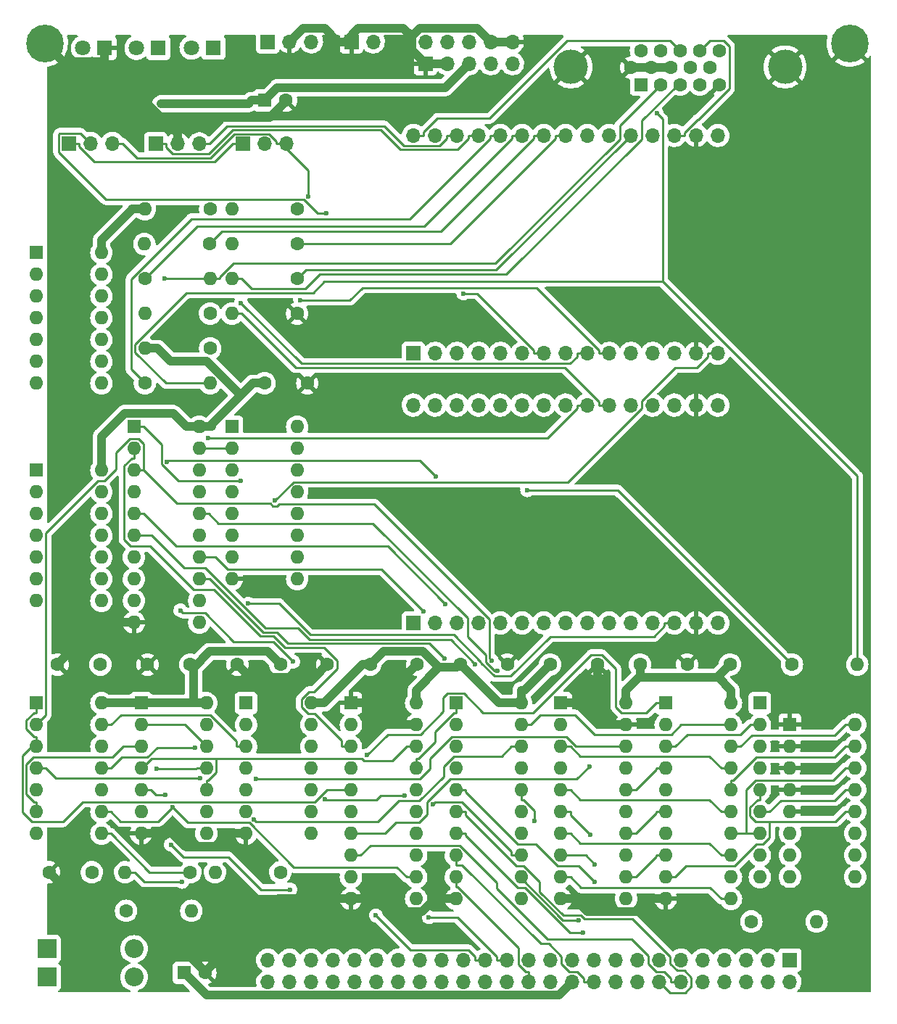
<source format=gbr>
%TF.GenerationSoftware,KiCad,Pcbnew,(6.0.11)*%
%TF.CreationDate,2023-05-22T16:35:14-05:00*%
%TF.ProjectId,Z80ESP,5a383045-5350-42e6-9b69-6361645f7063,rev?*%
%TF.SameCoordinates,Original*%
%TF.FileFunction,Copper,L2,Bot*%
%TF.FilePolarity,Positive*%
%FSLAX46Y46*%
G04 Gerber Fmt 4.6, Leading zero omitted, Abs format (unit mm)*
G04 Created by KiCad (PCBNEW (6.0.11)) date 2023-05-22 16:35:14*
%MOMM*%
%LPD*%
G01*
G04 APERTURE LIST*
%TA.AperFunction,ComponentPad*%
%ADD10R,1.600000X1.600000*%
%TD*%
%TA.AperFunction,ComponentPad*%
%ADD11O,1.600000X1.600000*%
%TD*%
%TA.AperFunction,ComponentPad*%
%ADD12C,1.600000*%
%TD*%
%TA.AperFunction,ComponentPad*%
%ADD13C,4.400000*%
%TD*%
%TA.AperFunction,ComponentPad*%
%ADD14R,1.700000X1.700000*%
%TD*%
%TA.AperFunction,ComponentPad*%
%ADD15O,1.700000X1.700000*%
%TD*%
%TA.AperFunction,ComponentPad*%
%ADD16R,1.800000X1.800000*%
%TD*%
%TA.AperFunction,ComponentPad*%
%ADD17C,1.800000*%
%TD*%
%TA.AperFunction,ComponentPad*%
%ADD18C,4.000000*%
%TD*%
%TA.AperFunction,ComponentPad*%
%ADD19R,2.200000X2.200000*%
%TD*%
%TA.AperFunction,ComponentPad*%
%ADD20O,2.200000X2.200000*%
%TD*%
%TA.AperFunction,ViaPad*%
%ADD21C,0.600000*%
%TD*%
%TA.AperFunction,Conductor*%
%ADD22C,0.250000*%
%TD*%
%TA.AperFunction,Conductor*%
%ADD23C,1.000000*%
%TD*%
G04 APERTURE END LIST*
D10*
%TO.P,SW1,1*%
%TO.N,GND*%
X135000000Y-113500000D03*
D11*
%TO.P,SW1,2*%
X135000000Y-116040000D03*
%TO.P,SW1,3*%
X135000000Y-118580000D03*
%TO.P,SW1,4*%
X135000000Y-121120000D03*
%TO.P,SW1,5*%
X135000000Y-123660000D03*
%TO.P,SW1,6*%
%TO.N,unconnected-(SW1-Pad6)*%
X135000000Y-126200000D03*
%TO.P,SW1,7*%
%TO.N,unconnected-(SW1-Pad7)*%
X135000000Y-128740000D03*
%TO.P,SW1,8*%
%TO.N,unconnected-(SW1-Pad8)*%
X135000000Y-131280000D03*
%TO.P,SW1,9*%
%TO.N,unconnected-(SW1-Pad9)*%
X142620000Y-131280000D03*
%TO.P,SW1,10*%
%TO.N,unconnected-(SW1-Pad10)*%
X142620000Y-128740000D03*
%TO.P,SW1,11*%
%TO.N,unconnected-(SW1-Pad11)*%
X142620000Y-126200000D03*
%TO.P,SW1,12*%
%TO.N,Net-(RR1-Pad5)*%
X142620000Y-123660000D03*
%TO.P,SW1,13*%
%TO.N,Net-(RR1-Pad6)*%
X142620000Y-121120000D03*
%TO.P,SW1,14*%
%TO.N,Net-(RR1-Pad7)*%
X142620000Y-118580000D03*
%TO.P,SW1,15*%
%TO.N,Net-(RR1-Pad8)*%
X142620000Y-116040000D03*
%TO.P,SW1,16*%
%TO.N,Net-(RR1-Pad9)*%
X142620000Y-113500000D03*
%TD*%
D12*
%TO.P,C1,1*%
%TO.N,VCC*%
X86000000Y-106500000D03*
%TO.P,C1,2*%
%TO.N,GND*%
X81000000Y-106500000D03*
%TD*%
%TO.P,C2,1*%
%TO.N,VCC*%
X96500000Y-106500000D03*
%TO.P,C2,2*%
%TO.N,GND*%
X91500000Y-106500000D03*
%TD*%
%TO.P,C4,1*%
%TO.N,VCC*%
X117500000Y-106500000D03*
%TO.P,C4,2*%
%TO.N,GND*%
X112500000Y-106500000D03*
%TD*%
D10*
%TO.P,U2,1,OEa*%
%TO.N,GND*%
X108250000Y-111000000D03*
D11*
%TO.P,U2,2,I0a*%
%TO.N,/A0*%
X108250000Y-113540000D03*
%TO.P,U2,3,O3b*%
%TO.N,/bA7*%
X108250000Y-116080000D03*
%TO.P,U2,4,I1a*%
%TO.N,/A1*%
X108250000Y-118620000D03*
%TO.P,U2,5,O2b*%
%TO.N,/bA6*%
X108250000Y-121160000D03*
%TO.P,U2,6,I2a*%
%TO.N,/A2*%
X108250000Y-123700000D03*
%TO.P,U2,7,O1b*%
%TO.N,/bA5*%
X108250000Y-126240000D03*
%TO.P,U2,8,I3a*%
%TO.N,/A3*%
X108250000Y-128780000D03*
%TO.P,U2,9,O0b*%
%TO.N,/bA4*%
X108250000Y-131320000D03*
%TO.P,U2,10,GND*%
%TO.N,GND*%
X108250000Y-133860000D03*
%TO.P,U2,11,I0b*%
%TO.N,/A4*%
X115870000Y-133860000D03*
%TO.P,U2,12,O3a*%
%TO.N,/bA3*%
X115870000Y-131320000D03*
%TO.P,U2,13,I1b*%
%TO.N,/A5*%
X115870000Y-128780000D03*
%TO.P,U2,14,O2a*%
%TO.N,/bA2*%
X115870000Y-126240000D03*
%TO.P,U2,15,I2b*%
%TO.N,/A6*%
X115870000Y-123700000D03*
%TO.P,U2,16,O1a*%
%TO.N,/bA1*%
X115870000Y-121160000D03*
%TO.P,U2,17,I3b*%
%TO.N,/A7*%
X115870000Y-118620000D03*
%TO.P,U2,18,O0a*%
%TO.N,bA0*%
X115870000Y-116080000D03*
%TO.P,U2,19,OEb*%
%TO.N,GND*%
X115870000Y-113540000D03*
%TO.P,U2,20,VCC*%
%TO.N,VCC*%
X115870000Y-111000000D03*
%TD*%
D10*
%TO.P,U10,1,G*%
%TO.N,/bIORQ#*%
X120500000Y-111000000D03*
D11*
%TO.P,U10,2,P0*%
%TO.N,/bM1#*%
X120500000Y-113540000D03*
%TO.P,U10,3,R0*%
%TO.N,Net-(RR1-Pad2)*%
X120500000Y-116080000D03*
%TO.P,U10,4,P1*%
%TO.N,/bA1*%
X120500000Y-118620000D03*
%TO.P,U10,5,R1*%
%TO.N,Net-(RR1-Pad3)*%
X120500000Y-121160000D03*
%TO.P,U10,6,P2*%
%TO.N,/bA2*%
X120500000Y-123700000D03*
%TO.P,U10,7,R2*%
%TO.N,Net-(RR1-Pad4)*%
X120500000Y-126240000D03*
%TO.P,U10,8,P3*%
%TO.N,/bA3*%
X120500000Y-128780000D03*
%TO.P,U10,9,R3*%
%TO.N,Net-(RR1-Pad5)*%
X120500000Y-131320000D03*
%TO.P,U10,10,GND*%
%TO.N,GND*%
X120500000Y-133860000D03*
%TO.P,U10,11,P4*%
%TO.N,/bA4*%
X128120000Y-133860000D03*
%TO.P,U10,12,R4*%
%TO.N,Net-(RR1-Pad6)*%
X128120000Y-131320000D03*
%TO.P,U10,13,P5*%
%TO.N,/bA5*%
X128120000Y-128780000D03*
%TO.P,U10,14,R5*%
%TO.N,Net-(RR1-Pad7)*%
X128120000Y-126240000D03*
%TO.P,U10,15,P6*%
%TO.N,/bA6*%
X128120000Y-123700000D03*
%TO.P,U10,16,R6*%
%TO.N,Net-(RR1-Pad8)*%
X128120000Y-121160000D03*
%TO.P,U10,17,P7*%
%TO.N,/bA7*%
X128120000Y-118620000D03*
%TO.P,U10,18,R7*%
%TO.N,Net-(RR1-Pad9)*%
X128120000Y-116080000D03*
%TO.P,U10,19,P=R*%
%TO.N,CS_ESP*%
X128120000Y-113540000D03*
%TO.P,U10,20,VCC*%
%TO.N,VCC*%
X128120000Y-111000000D03*
%TD*%
D10*
%TO.P,RR1,1,COM*%
%TO.N,VCC*%
X131500000Y-111000000D03*
D11*
%TO.P,RR1,2,2*%
%TO.N,Net-(RR1-Pad2)*%
X131500000Y-113540000D03*
%TO.P,RR1,3,3*%
%TO.N,Net-(RR1-Pad3)*%
X131500000Y-116080000D03*
%TO.P,RR1,4,4*%
%TO.N,Net-(RR1-Pad4)*%
X131500000Y-118620000D03*
%TO.P,RR1,5,5*%
%TO.N,Net-(RR1-Pad5)*%
X131500000Y-121160000D03*
%TO.P,RR1,6,6*%
%TO.N,Net-(RR1-Pad6)*%
X131500000Y-123700000D03*
%TO.P,RR1,7,7*%
%TO.N,Net-(RR1-Pad7)*%
X131500000Y-126240000D03*
%TO.P,RR1,8,8*%
%TO.N,Net-(RR1-Pad8)*%
X131500000Y-128780000D03*
%TO.P,RR1,9,9*%
%TO.N,Net-(RR1-Pad9)*%
X131500000Y-131320000D03*
%TD*%
D10*
%TO.P,U6,1*%
%TO.N,Net-(U1-Pad7)*%
X71500000Y-111000000D03*
D11*
%TO.P,U6,2*%
%TO.N,Net-(U11-Pad1)*%
X71500000Y-113540000D03*
%TO.P,U6,3*%
%TO.N,bA0*%
X71500000Y-116080000D03*
%TO.P,U6,4*%
%TO.N,Net-(U6-Pad4)*%
X71500000Y-118620000D03*
%TO.P,U6,5*%
%TO.N,unconnected-(U6-Pad5)*%
X71500000Y-121160000D03*
%TO.P,U6,6*%
%TO.N,unconnected-(U6-Pad6)*%
X71500000Y-123700000D03*
%TO.P,U6,7,GND*%
%TO.N,GND*%
X71500000Y-126240000D03*
%TO.P,U6,8*%
%TO.N,unconnected-(U6-Pad8)*%
X79120000Y-126240000D03*
%TO.P,U6,9*%
%TO.N,unconnected-(U6-Pad9)*%
X79120000Y-123700000D03*
%TO.P,U6,10*%
%TO.N,unconnected-(U6-Pad10)*%
X79120000Y-121160000D03*
%TO.P,U6,11*%
%TO.N,unconnected-(U6-Pad11)*%
X79120000Y-118620000D03*
%TO.P,U6,12*%
%TO.N,unconnected-(U6-Pad12)*%
X79120000Y-116080000D03*
%TO.P,U6,13*%
%TO.N,unconnected-(U6-Pad13)*%
X79120000Y-113540000D03*
%TO.P,U6,14,VCC*%
%TO.N,VCC*%
X79120000Y-111000000D03*
%TD*%
D12*
%TO.P,C7,1*%
%TO.N,VCC*%
X75500000Y-106500000D03*
%TO.P,C7,2*%
%TO.N,GND*%
X70500000Y-106500000D03*
%TD*%
D10*
%TO.P,U3,1,A->B*%
%TO.N,/RD#*%
X96000000Y-111000000D03*
D11*
%TO.P,U3,2,A0*%
%TO.N,/D0*%
X96000000Y-113540000D03*
%TO.P,U3,3,A1*%
%TO.N,/D1*%
X96000000Y-116080000D03*
%TO.P,U3,4,A2*%
%TO.N,/D2*%
X96000000Y-118620000D03*
%TO.P,U3,5,A3*%
%TO.N,/D3*%
X96000000Y-121160000D03*
%TO.P,U3,6,A4*%
%TO.N,/D4*%
X96000000Y-123700000D03*
%TO.P,U3,7,A5*%
%TO.N,/D5*%
X96000000Y-126240000D03*
%TO.P,U3,8,A6*%
%TO.N,/D6*%
X96000000Y-128780000D03*
%TO.P,U3,9,A7*%
%TO.N,/D7*%
X96000000Y-131320000D03*
%TO.P,U3,10,GND*%
%TO.N,GND*%
X96000000Y-133860000D03*
%TO.P,U3,11,B7*%
%TO.N,/bD7*%
X103620000Y-133860000D03*
%TO.P,U3,12,B6*%
%TO.N,/bD6*%
X103620000Y-131320000D03*
%TO.P,U3,13,B5*%
%TO.N,/bD5*%
X103620000Y-128780000D03*
%TO.P,U3,14,B4*%
%TO.N,/bD4*%
X103620000Y-126240000D03*
%TO.P,U3,15,B3*%
%TO.N,/bD3*%
X103620000Y-123700000D03*
%TO.P,U3,16,B2*%
%TO.N,/bD2*%
X103620000Y-121160000D03*
%TO.P,U3,17,B1*%
%TO.N,/bD1*%
X103620000Y-118620000D03*
%TO.P,U3,18,B0*%
%TO.N,bD0*%
X103620000Y-116080000D03*
%TO.P,U3,19,CE*%
%TO.N,CS_ESP*%
X103620000Y-113540000D03*
%TO.P,U3,20,VCC*%
%TO.N,VCC*%
X103620000Y-111000000D03*
%TD*%
D12*
%TO.P,C3,1*%
%TO.N,VCC*%
X107000000Y-106500000D03*
%TO.P,C3,2*%
%TO.N,GND*%
X102000000Y-106500000D03*
%TD*%
%TO.P,C5,1*%
%TO.N,VCC*%
X128000000Y-106500000D03*
%TO.P,C5,2*%
%TO.N,GND*%
X123000000Y-106500000D03*
%TD*%
D10*
%TO.P,U4,1,OEa*%
%TO.N,GND*%
X83750000Y-111000000D03*
D11*
%TO.P,U4,2,I0a*%
%TO.N,/RESET#*%
X83750000Y-113540000D03*
%TO.P,U4,3,O3b*%
%TO.N,bRD#*%
X83750000Y-116080000D03*
%TO.P,U4,4,I1a*%
%TO.N,unconnected-(U4-Pad4)*%
X83750000Y-118620000D03*
%TO.P,U4,5,O2b*%
%TO.N,bWR#*%
X83750000Y-121160000D03*
%TO.P,U4,6,I2a*%
%TO.N,unconnected-(U4-Pad6)*%
X83750000Y-123700000D03*
%TO.P,U4,7,O1b*%
%TO.N,/bM1#*%
X83750000Y-126240000D03*
%TO.P,U4,8,I3a*%
%TO.N,CLK*%
X83750000Y-128780000D03*
%TO.P,U4,9,O0b*%
%TO.N,/bIORQ#*%
X83750000Y-131320000D03*
%TO.P,U4,10,GND*%
%TO.N,GND*%
X83750000Y-133860000D03*
%TO.P,U4,11,I0b*%
%TO.N,/IORQ#*%
X91370000Y-133860000D03*
%TO.P,U4,12,O3a*%
%TO.N,bCLK*%
X91370000Y-131320000D03*
%TO.P,U4,13,I1b*%
%TO.N,/M1#*%
X91370000Y-128780000D03*
%TO.P,U4,14,O2a*%
%TO.N,unconnected-(U4-Pad14)*%
X91370000Y-126240000D03*
%TO.P,U4,15,I2b*%
%TO.N,/WR#*%
X91370000Y-123700000D03*
%TO.P,U4,16,O1a*%
%TO.N,unconnected-(U4-Pad16)*%
X91370000Y-121160000D03*
%TO.P,U4,17,I3b*%
%TO.N,/RD#*%
X91370000Y-118620000D03*
%TO.P,U4,18,O0a*%
%TO.N,bRESET#*%
X91370000Y-116080000D03*
%TO.P,U4,19,OEb*%
%TO.N,GND*%
X91370000Y-113540000D03*
%TO.P,U4,20,VCC*%
%TO.N,VCC*%
X91370000Y-111000000D03*
%TD*%
D12*
%TO.P,C6,1*%
%TO.N,VCC*%
X54500000Y-106500000D03*
%TO.P,C6,2*%
%TO.N,GND*%
X49500000Y-106500000D03*
%TD*%
D10*
%TO.P,C11,1*%
%TO.N,VCC*%
X73660000Y-40640000D03*
D12*
%TO.P,C11,2*%
%TO.N,GND*%
X76160000Y-40640000D03*
%TD*%
%TO.P,C8,1*%
%TO.N,VCC*%
X53500000Y-130750000D03*
%TO.P,C8,2*%
%TO.N,GND*%
X48500000Y-130750000D03*
%TD*%
D10*
%TO.P,C12,1*%
%TO.N,VCC*%
X64250000Y-142500000D03*
D12*
%TO.P,C12,2*%
%TO.N,GND*%
X66750000Y-142500000D03*
%TD*%
%TO.P,R2,1*%
%TO.N,Net-(D2-Pad2)*%
X67310000Y-53340000D03*
D11*
%TO.P,R2,2*%
%TO.N,VCC*%
X59690000Y-53340000D03*
%TD*%
D13*
%TO.P,H1,1,1*%
%TO.N,GND*%
X48000000Y-34000000D03*
%TD*%
%TO.P,H2,1,1*%
%TO.N,GND*%
X142000000Y-34000000D03*
%TD*%
D14*
%TO.P,P2,1,P1*%
%TO.N,/A10*%
X135000000Y-141000000D03*
D15*
%TO.P,P2,2,P2*%
%TO.N,/A11*%
X135000000Y-143540000D03*
%TO.P,P2,3,P3*%
%TO.N,/A9*%
X132460000Y-141000000D03*
%TO.P,P2,4,P4*%
%TO.N,/A12*%
X132460000Y-143540000D03*
%TO.P,P2,5,P5*%
%TO.N,/A8*%
X129920000Y-141000000D03*
%TO.P,P2,6,P6*%
%TO.N,/A13*%
X129920000Y-143540000D03*
%TO.P,P2,7,P7*%
%TO.N,/A7*%
X127380000Y-141000000D03*
%TO.P,P2,8,P8*%
%TO.N,/A14*%
X127380000Y-143540000D03*
%TO.P,P2,9,P9*%
%TO.N,/A6*%
X124840000Y-141000000D03*
%TO.P,P2,10,P10*%
%TO.N,/A15*%
X124840000Y-143540000D03*
%TO.P,P2,11,P11*%
%TO.N,/A5*%
X122300000Y-141000000D03*
%TO.P,P2,12,P12*%
%TO.N,CLK*%
X122300000Y-143540000D03*
%TO.P,P2,13,P13*%
%TO.N,/A4*%
X119760000Y-141000000D03*
%TO.P,P2,14,P14*%
%TO.N,/D4*%
X119760000Y-143540000D03*
%TO.P,P2,15,P15*%
%TO.N,/A3*%
X117220000Y-141000000D03*
%TO.P,P2,16,P16*%
%TO.N,/D3*%
X117220000Y-143540000D03*
%TO.P,P2,17,P17*%
%TO.N,/A2*%
X114680000Y-141000000D03*
%TO.P,P2,18,P18*%
%TO.N,/D5*%
X114680000Y-143540000D03*
%TO.P,P2,19,P19*%
%TO.N,/A1*%
X112140000Y-141000000D03*
%TO.P,P2,20,P20*%
%TO.N,/D6*%
X112140000Y-143540000D03*
%TO.P,P2,21,P21*%
%TO.N,/A0*%
X109600000Y-141000000D03*
%TO.P,P2,22,P22*%
%TO.N,VCC*%
X109600000Y-143540000D03*
%TO.P,P2,23,P23*%
%TO.N,GND*%
X107060000Y-141000000D03*
%TO.P,P2,24,P24*%
%TO.N,/D2*%
X107060000Y-143540000D03*
%TO.P,P2,25,P25*%
%TO.N,/RFSH#*%
X104520000Y-141000000D03*
%TO.P,P2,26,P26*%
%TO.N,/D7*%
X104520000Y-143540000D03*
%TO.P,P2,27,P27*%
%TO.N,/M1#*%
X101980000Y-141000000D03*
%TO.P,P2,28,P28*%
%TO.N,/D0*%
X101980000Y-143540000D03*
%TO.P,P2,29,P29*%
%TO.N,/RESET#*%
X99440000Y-141000000D03*
%TO.P,P2,30,P30*%
%TO.N,/D1*%
X99440000Y-143540000D03*
%TO.P,P2,31,P31*%
%TO.N,/BUSRQ#*%
X96900000Y-141000000D03*
%TO.P,P2,32,P32*%
%TO.N,INT#*%
X96900000Y-143540000D03*
%TO.P,P2,33,P33*%
%TO.N,/WAIT#*%
X94360000Y-141000000D03*
%TO.P,P2,34,P34*%
%TO.N,NMI#*%
X94360000Y-143540000D03*
%TO.P,P2,35,P35*%
%TO.N,/BUSACK#*%
X91820000Y-141000000D03*
%TO.P,P2,36,P36*%
%TO.N,/HALT#*%
X91820000Y-143540000D03*
%TO.P,P2,37,P37*%
%TO.N,/WR#*%
X89280000Y-141000000D03*
%TO.P,P2,38,P38*%
%TO.N,/MREQ#*%
X89280000Y-143540000D03*
%TO.P,P2,39,P39*%
%TO.N,/RD#*%
X86740000Y-141000000D03*
%TO.P,P2,40,P40*%
%TO.N,/IORQ#*%
X86740000Y-143540000D03*
%TO.P,P2,41,P41*%
%TO.N,/SPARE9*%
X84200000Y-141000000D03*
%TO.P,P2,42,P42*%
%TO.N,/SPARE0*%
X84200000Y-143540000D03*
%TO.P,P2,43,P43*%
%TO.N,/SPARE8*%
X81660000Y-141000000D03*
%TO.P,P2,44,P44*%
%TO.N,/SPARE1*%
X81660000Y-143540000D03*
%TO.P,P2,45,P45*%
%TO.N,/SPARE7*%
X79120000Y-141000000D03*
%TO.P,P2,46,P46*%
%TO.N,/SPARE2*%
X79120000Y-143540000D03*
%TO.P,P2,47,P47*%
%TO.N,/SPARE6*%
X76580000Y-141000000D03*
%TO.P,P2,48,P48*%
%TO.N,/SPARE3*%
X76580000Y-143540000D03*
%TO.P,P2,49,P49*%
%TO.N,/SPARE5*%
X74040000Y-141000000D03*
%TO.P,P2,50,P50*%
%TO.N,/SPARE4*%
X74040000Y-143540000D03*
%TD*%
D16*
%TO.P,D2,1,K*%
%TO.N,GND*%
X55000000Y-34510000D03*
D17*
%TO.P,D2,2,A*%
%TO.N,Net-(D2-Pad2)*%
X52460000Y-34510000D03*
%TD*%
D12*
%TO.P,R10,1*%
%TO.N,VGA_G0*%
X67251200Y-57404000D03*
D11*
%TO.P,R10,2*%
%TO.N,Net-(J6-Pad2)*%
X59631200Y-57404000D03*
%TD*%
D10*
%TO.P,U8,1*%
%TO.N,bWR#*%
X47000000Y-111000000D03*
D11*
%TO.P,U8,2*%
%TO.N,CS_ESP*%
X47000000Y-113540000D03*
%TO.P,U8,3*%
%TO.N,bWR#*%
X47000000Y-116080000D03*
%TO.P,U8,4*%
%TO.N,Net-(U6-Pad4)*%
X47000000Y-118620000D03*
%TO.P,U8,5*%
%TO.N,CS_ESP*%
X47000000Y-121160000D03*
%TO.P,U8,6*%
%TO.N,Net-(U7-Pad3)*%
X47000000Y-123700000D03*
%TO.P,U8,7,GND*%
%TO.N,GND*%
X47000000Y-126240000D03*
%TO.P,U8,8*%
%TO.N,Net-(R6-Pad1)*%
X54620000Y-126240000D03*
%TO.P,U8,9*%
%TO.N,bCLK*%
X54620000Y-123700000D03*
%TO.P,U8,10*%
%TO.N,Net-(U1-Pad2)*%
X54620000Y-121160000D03*
%TO.P,U8,11*%
%TO.N,Net-(U1-Pad7)*%
X54620000Y-118620000D03*
%TO.P,U8,12*%
%TO.N,Net-(U1-Pad2)*%
X54620000Y-116080000D03*
%TO.P,U8,13*%
%TO.N,bA0*%
X54620000Y-113540000D03*
%TO.P,U8,14,VCC*%
%TO.N,VCC*%
X54620000Y-111000000D03*
%TD*%
D16*
%TO.P,D4,1,K*%
%TO.N,Net-(D4-Pad1)*%
X61250000Y-34510000D03*
D17*
%TO.P,D4,2,A*%
%TO.N,Net-(D4-Pad2)*%
X58710000Y-34510000D03*
%TD*%
D14*
%TO.P,U12,1,RESET*%
%TO.N,bRESET#*%
X91032500Y-70170000D03*
D15*
%TO.P,U12,2,GPIO36*%
%TO.N,unconnected-(U12-Pad2)*%
X93572500Y-70170000D03*
%TO.P,U12,3,GPIO39*%
%TO.N,unconnected-(U12-Pad3)*%
X96112500Y-70170000D03*
%TO.P,U12,4,GPIO34*%
%TO.N,unconnected-(U12-Pad4)*%
X98652500Y-70170000D03*
%TO.P,U12,5,GPIO35*%
%TO.N,unconnected-(U12-Pad5)*%
X101192500Y-70170000D03*
%TO.P,U12,6,GPIO32*%
%TO.N,KBDDAT*%
X103732500Y-70170000D03*
%TO.P,U12,7,GPIO33*%
%TO.N,KBDCLK*%
X106272500Y-70170000D03*
%TO.P,U12,8,GPIO25*%
%TO.N,AUDIO*%
X108812500Y-70170000D03*
%TO.P,U12,9,GPIO26*%
%TO.N,SPI_CLK*%
X111352500Y-70170000D03*
%TO.P,U12,10,GPIO27*%
%TO.N,ESP_INT_0*%
X113892500Y-70170000D03*
%TO.P,U12,11,GPIO14*%
%TO.N,unconnected-(U12-Pad11)*%
X116432500Y-70170000D03*
%TO.P,U12,12,GPIO12*%
%TO.N,unconnected-(U12-Pad12)*%
X118972500Y-70170000D03*
%TO.P,U12,13,GPIO13*%
%TO.N,SPI_CS_0*%
X121512500Y-70170000D03*
%TO.P,U12,14,GND*%
%TO.N,GND*%
X124052500Y-70170000D03*
%TO.P,U12,15,VIN*%
%TO.N,Net-(D3-Pad1)*%
X126592500Y-70170000D03*
%TO.P,U12,16,3.3V*%
%TO.N,unconnected-(U12-Pad16)*%
X126592500Y-44730000D03*
%TO.P,U12,17,GND*%
%TO.N,GND*%
X124052500Y-44730000D03*
%TO.P,U12,18,GPIO15*%
%TO.N,VGA_VSYNC*%
X121512500Y-44730000D03*
%TO.P,U12,19,GPIO2*%
%TO.N,unconnected-(U12-Pad19)*%
X118972500Y-44730000D03*
%TO.P,U12,20,GPIO4*%
%TO.N,VGA_B0*%
X116432500Y-44730000D03*
%TO.P,U12,21,GPIO16*%
%TO.N,MOSI*%
X113892500Y-44730000D03*
%TO.P,U12,22,GPIO17*%
%TO.N,MISO*%
X111352500Y-44730000D03*
%TO.P,U12,23,GPIO5*%
%TO.N,VGA_B1*%
X108812500Y-44730000D03*
%TO.P,U12,24,GPIO18*%
%TO.N,VGA_G0*%
X106272500Y-44730000D03*
%TO.P,U12,25,GPIO19*%
%TO.N,VGA_G1*%
X103732500Y-44730000D03*
%TO.P,U12,26,GPIO21*%
%TO.N,VGA_R0*%
X101192500Y-44730000D03*
%TO.P,U12,27,GPIO3*%
%TO.N,RX*%
X98652500Y-44730000D03*
%TO.P,U12,28,GPIO1*%
%TO.N,TX*%
X96112500Y-44730000D03*
%TO.P,U12,29,GPIO22*%
%TO.N,VGA_R1*%
X93572500Y-44730000D03*
%TO.P,U12,30,GPIO23*%
%TO.N,VGA_HSYNC*%
X91032500Y-44730000D03*
%TD*%
D14*
%TO.P,U13,1,RESET*%
%TO.N,bRESET#*%
X91032500Y-101650000D03*
D15*
%TO.P,U13,2,GPIO36*%
%TO.N,unconnected-(U13-Pad2)*%
X93572500Y-101650000D03*
%TO.P,U13,3,GPIO39*%
%TO.N,unconnected-(U13-Pad3)*%
X96112500Y-101650000D03*
%TO.P,U13,4,GPIO34*%
%TO.N,unconnected-(U13-Pad4)*%
X98652500Y-101650000D03*
%TO.P,U13,5,GPIO35*%
%TO.N,unconnected-(U13-Pad5)*%
X101192500Y-101650000D03*
%TO.P,U13,6,GPIO32*%
%TO.N,MSEDAT*%
X103732500Y-101650000D03*
%TO.P,U13,7,GPIO33*%
%TO.N,MSECLK*%
X106272500Y-101650000D03*
%TO.P,U13,8,GPIO25*%
%TO.N,unconnected-(U13-Pad8)*%
X108812500Y-101650000D03*
%TO.P,U13,9,GPIO26*%
%TO.N,SPI_CLK*%
X111352500Y-101650000D03*
%TO.P,U13,10,GPIO27*%
%TO.N,ESP_INT_1*%
X113892500Y-101650000D03*
%TO.P,U13,11,GPIO14*%
%TO.N,unconnected-(U13-Pad11)*%
X116432500Y-101650000D03*
%TO.P,U13,12,GPIO12*%
%TO.N,unconnected-(U13-Pad12)*%
X118972500Y-101650000D03*
%TO.P,U13,13,GPIO13*%
%TO.N,SPI_CS_1*%
X121512500Y-101650000D03*
%TO.P,U13,14,GND*%
%TO.N,GND*%
X124052500Y-101650000D03*
%TO.P,U13,15,VIN*%
%TO.N,Net-(D6-Pad1)*%
X126592500Y-101650000D03*
%TO.P,U13,16,3.3V*%
%TO.N,unconnected-(U13-Pad16)*%
X126592500Y-76210000D03*
%TO.P,U13,17,GND*%
%TO.N,GND*%
X124052500Y-76210000D03*
%TO.P,U13,18,GPIO15*%
%TO.N,unconnected-(U13-Pad18)*%
X121512500Y-76210000D03*
%TO.P,U13,19,GPIO2*%
%TO.N,unconnected-(U13-Pad19)*%
X118972500Y-76210000D03*
%TO.P,U13,20,GPIO4*%
%TO.N,unconnected-(U13-Pad20)*%
X116432500Y-76210000D03*
%TO.P,U13,21,GPIO16*%
%TO.N,MOSI*%
X113892500Y-76210000D03*
%TO.P,U13,22,GPIO17*%
%TO.N,MISO*%
X111352500Y-76210000D03*
%TO.P,U13,23,GPIO5*%
%TO.N,unconnected-(U13-Pad23)*%
X108812500Y-76210000D03*
%TO.P,U13,24,GPIO18*%
%TO.N,unconnected-(U13-Pad24)*%
X106272500Y-76210000D03*
%TO.P,U13,25,GPIO19*%
%TO.N,unconnected-(U13-Pad25)*%
X103732500Y-76210000D03*
%TO.P,U13,26,GPIO21*%
%TO.N,unconnected-(U13-Pad26)*%
X101192500Y-76210000D03*
%TO.P,U13,27,GPIO3*%
%TO.N,RX1*%
X98652500Y-76210000D03*
%TO.P,U13,28,GPIO1*%
%TO.N,TX1*%
X96112500Y-76210000D03*
%TO.P,U13,29,GPIO22*%
%TO.N,unconnected-(U13-Pad29)*%
X93572500Y-76210000D03*
%TO.P,U13,30,GPIO23*%
%TO.N,unconnected-(U13-Pad30)*%
X91032500Y-76210000D03*
%TD*%
D12*
%TO.P,R16,1*%
%TO.N,Net-(D5-Pad1)*%
X75500000Y-130750000D03*
D11*
%TO.P,R16,2*%
%TO.N,SPI_CS_1*%
X67880000Y-130750000D03*
%TD*%
D12*
%TO.P,R6,1*%
%TO.N,Net-(R6-Pad1)*%
X65000000Y-130750000D03*
D11*
%TO.P,R6,2*%
%TO.N,SPI_CLK*%
X57380000Y-130750000D03*
%TD*%
D12*
%TO.P,R5,1*%
%TO.N,GND*%
X77470000Y-53340000D03*
D11*
%TO.P,R5,2*%
%TO.N,SPI_CLK*%
X69850000Y-53340000D03*
%TD*%
D10*
%TO.P,U7,1,~{R}*%
%TO.N,VCC*%
X59250000Y-111000000D03*
D11*
%TO.P,U7,2,D*%
%TO.N,bD0*%
X59250000Y-113540000D03*
%TO.P,U7,3,C*%
%TO.N,Net-(U7-Pad3)*%
X59250000Y-116080000D03*
%TO.P,U7,4,~{S}*%
%TO.N,bRESET#*%
X59250000Y-118620000D03*
%TO.P,U7,5,Q*%
%TO.N,Net-(D4-Pad1)*%
X59250000Y-121160000D03*
%TO.P,U7,6,~{Q}*%
%TO.N,unconnected-(U7-Pad6)*%
X59250000Y-123700000D03*
%TO.P,U7,7,GND*%
%TO.N,GND*%
X59250000Y-126240000D03*
%TO.P,U7,8,~{Q}*%
%TO.N,unconnected-(U7-Pad8)*%
X66870000Y-126240000D03*
%TO.P,U7,9,Q*%
%TO.N,Net-(D5-Pad1)*%
X66870000Y-123700000D03*
%TO.P,U7,10,~{S}*%
%TO.N,bRESET#*%
X66870000Y-121160000D03*
%TO.P,U7,11,C*%
%TO.N,Net-(U5-Pad12)*%
X66870000Y-118620000D03*
%TO.P,U7,12,D*%
%TO.N,bD0*%
X66870000Y-116080000D03*
%TO.P,U7,13,~{R}*%
%TO.N,VCC*%
X66870000Y-113540000D03*
%TO.P,U7,14,VCC*%
X66870000Y-111000000D03*
%TD*%
D12*
%TO.P,C10,1*%
%TO.N,VCC*%
X73660000Y-73660000D03*
%TO.P,C10,2*%
%TO.N,GND*%
X78660000Y-73660000D03*
%TD*%
%TO.P,R7,1*%
%TO.N,VGA_R1*%
X135250000Y-106500000D03*
D11*
%TO.P,R7,2*%
%TO.N,Net-(J6-Pad1)*%
X142870000Y-106500000D03*
%TD*%
D12*
%TO.P,R15,1*%
%TO.N,Net-(D4-Pad1)*%
X130500000Y-136500000D03*
D11*
%TO.P,R15,2*%
%TO.N,SPI_CS_0*%
X138120000Y-136500000D03*
%TD*%
D12*
%TO.P,C9,1*%
%TO.N,VCC*%
X65000000Y-106500000D03*
%TO.P,C9,2*%
%TO.N,GND*%
X60000000Y-106500000D03*
%TD*%
D14*
%TO.P,J2,1,Pin_1*%
%TO.N,NMI#*%
X50800000Y-45660000D03*
D15*
%TO.P,J2,2,Pin_2*%
%TO.N,ESP_INT_1*%
X53340000Y-45660000D03*
%TO.P,J2,3,Pin_3*%
%TO.N,INT#*%
X55880000Y-45660000D03*
%TD*%
D12*
%TO.P,R3,1*%
%TO.N,GND*%
X77470000Y-65532000D03*
D11*
%TO.P,R3,2*%
%TO.N,MOSI*%
X69850000Y-65532000D03*
%TD*%
D12*
%TO.P,R4,1*%
%TO.N,Net-(R4-Pad1)*%
X57500000Y-135250000D03*
D11*
%TO.P,R4,2*%
%TO.N,MOSI*%
X65120000Y-135250000D03*
%TD*%
D10*
%TO.P,U5,1*%
%TO.N,bWR#*%
X47000000Y-58420000D03*
D11*
%TO.P,U5,2*%
%TO.N,bA0*%
X47000000Y-60960000D03*
%TO.P,U5,3*%
%TO.N,unconnected-(U5-Pad3)*%
X47000000Y-63500000D03*
%TO.P,U5,4*%
%TO.N,unconnected-(U5-Pad4)*%
X47000000Y-66040000D03*
%TO.P,U5,5*%
%TO.N,unconnected-(U5-Pad5)*%
X47000000Y-68580000D03*
%TO.P,U5,6*%
%TO.N,unconnected-(U5-Pad6)*%
X47000000Y-71120000D03*
%TO.P,U5,7,GND*%
%TO.N,GND*%
X47000000Y-73660000D03*
%TO.P,U5,8*%
%TO.N,unconnected-(U5-Pad8)*%
X54620000Y-73660000D03*
%TO.P,U5,9*%
%TO.N,unconnected-(U5-Pad9)*%
X54620000Y-71120000D03*
%TO.P,U5,10*%
%TO.N,unconnected-(U5-Pad10)*%
X54620000Y-68580000D03*
%TO.P,U5,11*%
%TO.N,unconnected-(U5-Pad11)*%
X54620000Y-66040000D03*
%TO.P,U5,12*%
%TO.N,Net-(U5-Pad12)*%
X54620000Y-63500000D03*
%TO.P,U5,13*%
%TO.N,CS_ESP*%
X54620000Y-60960000D03*
%TO.P,U5,14,VCC*%
%TO.N,VCC*%
X54620000Y-58420000D03*
%TD*%
D12*
%TO.P,R11,1*%
%TO.N,VGA_B1*%
X77470000Y-57404000D03*
D11*
%TO.P,R11,2*%
%TO.N,Net-(J6-Pad3)*%
X69850000Y-57404000D03*
%TD*%
D12*
%TO.P,R12,1*%
%TO.N,VGA_B0*%
X77470000Y-61468000D03*
D11*
%TO.P,R12,2*%
%TO.N,Net-(J6-Pad3)*%
X69850000Y-61468000D03*
%TD*%
D12*
%TO.P,R13,1*%
%TO.N,Net-(D4-Pad2)*%
X67310000Y-65532000D03*
D11*
%TO.P,R13,2*%
%TO.N,VCC*%
X59690000Y-65532000D03*
%TD*%
D12*
%TO.P,R14,1*%
%TO.N,Net-(D5-Pad2)*%
X67310000Y-69596000D03*
D11*
%TO.P,R14,2*%
%TO.N,VCC*%
X59690000Y-69596000D03*
%TD*%
D12*
%TO.P,R8,1*%
%TO.N,VGA_R0*%
X59690000Y-73660000D03*
D11*
%TO.P,R8,2*%
%TO.N,Net-(J6-Pad1)*%
X67310000Y-73660000D03*
%TD*%
D12*
%TO.P,R9,1*%
%TO.N,VGA_G1*%
X59690000Y-61468000D03*
D11*
%TO.P,R9,2*%
%TO.N,Net-(J6-Pad2)*%
X67310000Y-61468000D03*
%TD*%
D14*
%TO.P,J7,1,Pin_1*%
%TO.N,GND*%
X92445000Y-36347100D03*
D15*
%TO.P,J7,2,Pin_2*%
%TO.N,KBDCLK*%
X92445000Y-33807100D03*
%TO.P,J7,3,Pin_3*%
%TO.N,GND*%
X94985000Y-36347100D03*
%TO.P,J7,4,Pin_4*%
%TO.N,KBDDAT*%
X94985000Y-33807100D03*
%TO.P,J7,5,Pin_5*%
%TO.N,VCC*%
X97525000Y-36347100D03*
%TO.P,J7,6,Pin_6*%
X97525000Y-33807100D03*
%TO.P,J7,7,Pin_7*%
%TO.N,MSEDAT*%
X100065000Y-36347100D03*
%TO.P,J7,8,Pin_8*%
%TO.N,GND*%
X100065000Y-33807100D03*
%TO.P,J7,9,Pin_9*%
%TO.N,MSECLK*%
X102605000Y-36347100D03*
%TO.P,J7,10,Pin_10*%
%TO.N,GND*%
X102605000Y-33807100D03*
%TD*%
D10*
%TO.P,U11,1,S0*%
%TO.N,Net-(U11-Pad1)*%
X58420000Y-78740000D03*
D11*
%TO.P,U11,2,OE1*%
%TO.N,bRD#*%
X58420000Y-81280000D03*
%TO.P,U11,3,OE2*%
%TO.N,CS_ESP*%
X58420000Y-83820000D03*
%TO.P,U11,4,IO6*%
%TO.N,/bD6*%
X58420000Y-86360000D03*
%TO.P,U11,5,IO4*%
%TO.N,/bD4*%
X58420000Y-88900000D03*
%TO.P,U11,6,IO2*%
%TO.N,/bD2*%
X58420000Y-91440000D03*
%TO.P,U11,7,IO0*%
%TO.N,bD0*%
X58420000Y-93980000D03*
%TO.P,U11,8,Q0*%
%TO.N,unconnected-(U11-Pad8)*%
X58420000Y-96520000D03*
%TO.P,U11,9,Mr*%
%TO.N,bRESET#*%
X58420000Y-99060000D03*
%TO.P,U11,10,GND*%
%TO.N,GND*%
X58420000Y-101600000D03*
%TO.P,U11,11,Ds0*%
%TO.N,MISO*%
X66040000Y-101600000D03*
%TO.P,U11,12,Cp*%
%TO.N,bCLK*%
X66040000Y-99060000D03*
%TO.P,U11,13,IO1*%
%TO.N,/bD1*%
X66040000Y-96520000D03*
%TO.P,U11,14,IO3*%
%TO.N,/bD3*%
X66040000Y-93980000D03*
%TO.P,U11,15,IO5*%
%TO.N,/bD5*%
X66040000Y-91440000D03*
%TO.P,U11,16,IO7*%
%TO.N,/bD7*%
X66040000Y-88900000D03*
%TO.P,U11,17,Q7*%
%TO.N,Net-(R4-Pad1)*%
X66040000Y-86360000D03*
%TO.P,U11,18,Ds7*%
%TO.N,unconnected-(U11-Pad18)*%
X66040000Y-83820000D03*
%TO.P,U11,19,S1*%
%TO.N,Net-(U1-Pad2)*%
X66040000Y-81280000D03*
%TO.P,U11,20,VCC*%
%TO.N,VCC*%
X66040000Y-78740000D03*
%TD*%
D14*
%TO.P,J3,1,Pin_1*%
%TO.N,GND*%
X83815000Y-33797100D03*
D15*
%TO.P,J3,2,Pin_2*%
%TO.N,AUDIO*%
X86355000Y-33797100D03*
%TD*%
D14*
%TO.P,J1,1,Pin_1*%
%TO.N,NMI#*%
X71120000Y-45720000D03*
D15*
%TO.P,J1,2,Pin_2*%
%TO.N,ESP_INT_0*%
X73660000Y-45720000D03*
%TO.P,J1,3,Pin_3*%
%TO.N,INT#*%
X76200000Y-45720000D03*
%TD*%
D18*
%TO.P,J6,0*%
%TO.N,GND*%
X134435000Y-36737400D03*
X109435000Y-36737400D03*
D10*
%TO.P,J6,1*%
%TO.N,Net-(J6-Pad1)*%
X117620000Y-38787400D03*
D12*
%TO.P,J6,2*%
%TO.N,Net-(J6-Pad2)*%
X119910000Y-38787400D03*
%TO.P,J6,3*%
%TO.N,Net-(J6-Pad3)*%
X122200000Y-38787400D03*
%TO.P,J6,4*%
%TO.N,unconnected-(J6-Pad4)*%
X124490000Y-38787400D03*
%TO.P,J6,5*%
%TO.N,GND*%
X126780000Y-38787400D03*
%TO.P,J6,6*%
X116475000Y-36807400D03*
%TO.P,J6,7*%
X118765000Y-36807400D03*
%TO.P,J6,8*%
X121055000Y-36807400D03*
%TO.P,J6,9*%
%TO.N,unconnected-(J6-Pad9)*%
X123345000Y-36807400D03*
%TO.P,J6,10*%
%TO.N,GND*%
X125635000Y-36807400D03*
%TO.P,J6,11*%
%TO.N,unconnected-(J6-Pad11)*%
X117620000Y-34827400D03*
%TO.P,J6,12*%
%TO.N,unconnected-(J6-Pad12)*%
X119910000Y-34827400D03*
%TO.P,J6,13*%
%TO.N,VGA_HSYNC*%
X122200000Y-34827400D03*
%TO.P,J6,14*%
%TO.N,VGA_VSYNC*%
X124490000Y-34827400D03*
%TO.P,J6,15*%
%TO.N,unconnected-(J6-Pad15)*%
X126780000Y-34827400D03*
%TD*%
D19*
%TO.P,D6,1,K*%
%TO.N,Net-(D6-Pad1)*%
X48260000Y-143000000D03*
D20*
%TO.P,D6,2,A*%
%TO.N,VCC*%
X58420000Y-143000000D03*
%TD*%
D10*
%TO.P,U1,1,~{CP0}*%
%TO.N,Net-(R6-Pad1)*%
X69860000Y-78740000D03*
D11*
%TO.P,U1,2,MR*%
%TO.N,Net-(U1-Pad2)*%
X69860000Y-81280000D03*
%TO.P,U1,3,Q0*%
%TO.N,Net-(U1-Pad3)*%
X69860000Y-83820000D03*
%TO.P,U1,4,~{CP1}*%
X69860000Y-86360000D03*
%TO.P,U1,5,Q1*%
%TO.N,unconnected-(U1-Pad5)*%
X69860000Y-88900000D03*
%TO.P,U1,6,Q2*%
%TO.N,unconnected-(U1-Pad6)*%
X69860000Y-91440000D03*
%TO.P,U1,7,Q3*%
%TO.N,Net-(U1-Pad7)*%
X69860000Y-93980000D03*
%TO.P,U1,8,GND*%
%TO.N,GND*%
X69860000Y-96520000D03*
%TO.P,U1,9,Q3*%
%TO.N,unconnected-(U1-Pad9)*%
X77480000Y-96520000D03*
%TO.P,U1,10,Q2*%
%TO.N,unconnected-(U1-Pad10)*%
X77480000Y-93980000D03*
%TO.P,U1,11,Q1*%
%TO.N,unconnected-(U1-Pad11)*%
X77480000Y-91440000D03*
%TO.P,U1,12,~{CP1}*%
%TO.N,unconnected-(U1-Pad12)*%
X77480000Y-88900000D03*
%TO.P,U1,13,Q0*%
%TO.N,unconnected-(U1-Pad13)*%
X77480000Y-86360000D03*
%TO.P,U1,14,MR*%
%TO.N,unconnected-(U1-Pad14)*%
X77480000Y-83820000D03*
%TO.P,U1,15,~{CP0}*%
%TO.N,unconnected-(U1-Pad15)*%
X77480000Y-81280000D03*
%TO.P,U1,16,VCC*%
%TO.N,VCC*%
X77480000Y-78740000D03*
%TD*%
D14*
%TO.P,J5,1,Pin_1*%
%TO.N,RX*%
X60960000Y-45720000D03*
D15*
%TO.P,J5,2,Pin_2*%
%TO.N,GND*%
X63500000Y-45720000D03*
%TO.P,J5,3,Pin_3*%
%TO.N,TX*%
X66040000Y-45720000D03*
%TD*%
D16*
%TO.P,D5,1,K*%
%TO.N,Net-(D5-Pad1)*%
X67680000Y-34480000D03*
D17*
%TO.P,D5,2,A*%
%TO.N,Net-(D5-Pad2)*%
X65140000Y-34480000D03*
%TD*%
D14*
%TO.P,J4,1,Pin_1*%
%TO.N,RX1*%
X74055000Y-33797100D03*
D15*
%TO.P,J4,2,Pin_2*%
%TO.N,GND*%
X76595000Y-33797100D03*
%TO.P,J4,3,Pin_3*%
%TO.N,TX1*%
X79135000Y-33797100D03*
%TD*%
D10*
%TO.P,U9,1*%
%TO.N,N/C*%
X47000000Y-83815000D03*
D11*
%TO.P,U9,2*%
X47000000Y-86355000D03*
%TO.P,U9,3*%
X47000000Y-88895000D03*
%TO.P,U9,4*%
X47000000Y-91435000D03*
%TO.P,U9,5*%
X47000000Y-93975000D03*
%TO.P,U9,6*%
X47000000Y-96515000D03*
%TO.P,U9,7,GND*%
%TO.N,GND*%
X47000000Y-99055000D03*
%TO.P,U9,8*%
%TO.N,N/C*%
X54620000Y-99055000D03*
%TO.P,U9,9*%
X54620000Y-96515000D03*
%TO.P,U9,10*%
X54620000Y-93975000D03*
%TO.P,U9,11*%
X54620000Y-91435000D03*
%TO.P,U9,12*%
X54620000Y-88895000D03*
%TO.P,U9,13*%
X54620000Y-86355000D03*
%TO.P,U9,14,VCC*%
%TO.N,VCC*%
X54620000Y-83815000D03*
%TD*%
D19*
%TO.P,D3,1,K*%
%TO.N,Net-(D3-Pad1)*%
X48260000Y-139700000D03*
D20*
%TO.P,D3,2,A*%
%TO.N,VCC*%
X58420000Y-139700000D03*
%TD*%
D21*
%TO.N,MISO*%
X67066400Y-80073200D03*
%TO.N,Net-(U6-Pad4)*%
X66169000Y-119779900D03*
%TO.N,Net-(U11-Pad1)*%
X70924800Y-85090000D03*
%TO.N,Net-(U5-Pad12)*%
X61089900Y-118659100D03*
%TO.N,/bIORQ#*%
X85621700Y-117092300D03*
%TO.N,Net-(U1-Pad7)*%
X65536100Y-116174300D03*
%TO.N,SPI_CS_1*%
X71762000Y-99388600D03*
%TO.N,VGA_R1*%
X104320100Y-86148600D03*
%TO.N,SPI_CLK*%
X64035400Y-131872600D03*
X70918200Y-64294100D03*
%TO.N,Net-(J6-Pad2)*%
X61960900Y-61468000D03*
%TO.N,bCLK*%
X62890300Y-123160700D03*
%TO.N,bD0*%
X72441000Y-124633100D03*
%TO.N,CS_ESP*%
X100181700Y-106014200D03*
%TO.N,bA0*%
X72625200Y-119826500D03*
%TO.N,KBDCLK*%
X96882600Y-63187800D03*
%TO.N,INT#*%
X78731300Y-51832500D03*
%TO.N,Net-(J6-Pad1)*%
X119445100Y-42130300D03*
%TO.N,ESP_INT_1*%
X80867000Y-53805500D03*
%TO.N,ESP_INT_0*%
X77822800Y-63969200D03*
%TO.N,Net-(D4-Pad1)*%
X76653400Y-132766300D03*
X62738000Y-127519700D03*
X62076800Y-121729900D03*
%TO.N,Net-(D3-Pad1)*%
X74882100Y-87361500D03*
%TO.N,/bD6*%
X110327700Y-136381500D03*
X93666700Y-84568100D03*
X62252800Y-82888100D03*
%TO.N,/bD7*%
X100874800Y-107245200D03*
%TO.N,/bD1*%
X94673300Y-105801100D03*
%TO.N,/bD2*%
X105174200Y-124742300D03*
X98234400Y-106442800D03*
%TO.N,/bD3*%
X92207700Y-100274100D03*
%TO.N,/bD4*%
X94787000Y-99427200D03*
%TO.N,/bD5*%
X93355600Y-122789600D03*
X90047700Y-121776200D03*
X80745600Y-122223000D03*
X77006000Y-106159500D03*
X63845200Y-100169600D03*
%TO.N,/bM1#*%
X111568000Y-118422500D03*
%TO.N,/RESET#*%
X86659500Y-135799100D03*
%TO.N,/M1#*%
X92844500Y-136006500D03*
%TO.N,/A2*%
X111654300Y-126331400D03*
%TO.N,/D5*%
X110826400Y-137827100D03*
%TO.N,/A3*%
X112209500Y-129838400D03*
%TO.N,/D3*%
X112205500Y-131886300D03*
%TO.N,VCC*%
X61590500Y-41003500D03*
%TD*%
D22*
%TO.N,MISO*%
X106681400Y-80073200D02*
X67066400Y-80073200D01*
X110177400Y-76577200D02*
X106681400Y-80073200D01*
X110177400Y-76210000D02*
X110177400Y-76577200D01*
X111352500Y-76210000D02*
X110177400Y-76210000D01*
%TO.N,Net-(U7-Pad3)*%
X46766800Y-122574900D02*
X47000000Y-122574900D01*
X45844500Y-121652600D02*
X46766800Y-122574900D01*
X45844500Y-118173800D02*
X45844500Y-121652600D01*
X46668300Y-117350000D02*
X45844500Y-118173800D01*
X55885100Y-117350000D02*
X46668300Y-117350000D01*
X57155100Y-116080000D02*
X55885100Y-117350000D01*
X59250000Y-116080000D02*
X57155100Y-116080000D01*
X47000000Y-123700000D02*
X47000000Y-122574900D01*
%TO.N,Net-(U6-Pad4)*%
X47000000Y-118620000D02*
X48125100Y-118620000D01*
X49285000Y-119779900D02*
X66169000Y-119779900D01*
X48125100Y-118620000D02*
X49285000Y-119779900D01*
%TO.N,Net-(U11-Pad1)*%
X58420000Y-78740000D02*
X59545100Y-78740000D01*
X63570700Y-85090000D02*
X70924800Y-85090000D01*
X61627700Y-83147000D02*
X63570700Y-85090000D01*
X61627700Y-80822600D02*
X61627700Y-83147000D01*
X59545100Y-78740000D02*
X61627700Y-80822600D01*
%TO.N,Net-(U5-Pad12)*%
X66870000Y-118620000D02*
X65744900Y-118620000D01*
X65705800Y-118659100D02*
X61089900Y-118659100D01*
X65744900Y-118620000D02*
X65705800Y-118659100D01*
%TO.N,/bIORQ#*%
X118249800Y-112125100D02*
X119374900Y-111000000D01*
X115363200Y-112125100D02*
X118249800Y-112125100D01*
X114682600Y-111444500D02*
X115363200Y-112125100D01*
X114682600Y-107023900D02*
X114682600Y-111444500D01*
X113027100Y-105368400D02*
X114682600Y-107023900D01*
X111796800Y-105368400D02*
X113027100Y-105368400D01*
X105039400Y-112125800D02*
X111796800Y-105368400D01*
X99203900Y-112125800D02*
X105039400Y-112125800D01*
X96952900Y-109874800D02*
X99203900Y-112125800D01*
X95038000Y-109874800D02*
X96952900Y-109874800D01*
X94506600Y-110406200D02*
X95038000Y-109874800D01*
X94506600Y-112000600D02*
X94506600Y-110406200D01*
X91842000Y-114665200D02*
X94506600Y-112000600D01*
X88048800Y-114665200D02*
X91842000Y-114665200D01*
X85621700Y-117092300D02*
X88048800Y-114665200D01*
X120500000Y-111000000D02*
X119374900Y-111000000D01*
%TO.N,Net-(U1-Pad7)*%
X54620000Y-118620000D02*
X55745100Y-118620000D01*
X61147200Y-116174300D02*
X65536100Y-116174300D01*
X59971500Y-117350000D02*
X61147200Y-116174300D01*
X57015100Y-117350000D02*
X59971500Y-117350000D01*
X55745100Y-118620000D02*
X57015100Y-117350000D01*
%TO.N,Net-(U1-Pad2)*%
X69860000Y-81280000D02*
X66040000Y-81280000D01*
%TO.N,SPI_CS_1*%
X120337400Y-102015200D02*
X120337400Y-101650000D01*
X119131000Y-103221600D02*
X120337400Y-102015200D01*
X107058100Y-103221600D02*
X119131000Y-103221600D01*
X102408500Y-107871200D02*
X107058100Y-103221600D01*
X100516600Y-107871200D02*
X102408500Y-107871200D01*
X98940800Y-106295400D02*
X100516600Y-107871200D01*
X98940800Y-106221600D02*
X98940800Y-106295400D01*
X95760700Y-103041500D02*
X98940800Y-106221600D01*
X79009400Y-103041500D02*
X95760700Y-103041500D01*
X75356500Y-99388600D02*
X79009400Y-103041500D01*
X71762000Y-99388600D02*
X75356500Y-99388600D01*
X121512500Y-101650000D02*
X120337400Y-101650000D01*
%TO.N,VGA_B0*%
X78479300Y-60458700D02*
X77470000Y-61468000D01*
X78479300Y-60458600D02*
X78479300Y-60458700D01*
X100703900Y-60458600D02*
X78479300Y-60458600D01*
X116432500Y-44730000D02*
X100703900Y-60458600D01*
%TO.N,VGA_B1*%
X107637400Y-45095200D02*
X107637400Y-44730000D01*
X95328600Y-57404000D02*
X107637400Y-45095200D01*
X77470000Y-57404000D02*
X95328600Y-57404000D01*
X108812500Y-44730000D02*
X107637400Y-44730000D01*
%TO.N,VGA_G0*%
X106272500Y-44730000D02*
X105097400Y-44730000D01*
X68724200Y-55931000D02*
X67251200Y-57404000D01*
X94263700Y-55931000D02*
X68724200Y-55931000D01*
X105097400Y-45097300D02*
X94263700Y-55931000D01*
X105097400Y-44730000D02*
X105097400Y-45097300D01*
%TO.N,VGA_G1*%
X103732500Y-44730000D02*
X102557400Y-44730000D01*
X65828000Y-55330000D02*
X59690000Y-61468000D01*
X92322600Y-55330000D02*
X65828000Y-55330000D01*
X102557400Y-45095200D02*
X92322600Y-55330000D01*
X102557400Y-44730000D02*
X102557400Y-45095200D01*
%TO.N,VGA_R0*%
X101192500Y-44730000D02*
X100017400Y-44730000D01*
X58088500Y-72058500D02*
X59690000Y-73660000D01*
X58088500Y-61478300D02*
X58088500Y-72058500D01*
X65101600Y-54465200D02*
X58088500Y-61478300D01*
X90649400Y-54465200D02*
X65101600Y-54465200D01*
X100017400Y-45097200D02*
X90649400Y-54465200D01*
X100017400Y-44730000D02*
X100017400Y-45097200D01*
%TO.N,VGA_R1*%
X114898600Y-86148600D02*
X104320100Y-86148600D01*
X135250000Y-106500000D02*
X114898600Y-86148600D01*
%TO.N,Net-(R6-Pad1)*%
X60255100Y-130750000D02*
X55745100Y-126240000D01*
X65000000Y-130750000D02*
X60255100Y-130750000D01*
X54620000Y-126240000D02*
X55745100Y-126240000D01*
%TO.N,SPI_CLK*%
X59627700Y-131872600D02*
X64035400Y-131872600D01*
X58505100Y-130750000D02*
X59627700Y-131872600D01*
X57380000Y-130750000D02*
X58505100Y-130750000D01*
X110177400Y-70535200D02*
X110177400Y-70170000D01*
X109345700Y-71366900D02*
X110177400Y-70535200D01*
X77991000Y-71366900D02*
X109345700Y-71366900D01*
X70918200Y-64294100D02*
X77991000Y-71366900D01*
X111352500Y-70170000D02*
X110177400Y-70170000D01*
%TO.N,MOSI*%
X112717400Y-75844800D02*
X112717400Y-76210000D01*
X108711400Y-71838800D02*
X112717400Y-75844800D01*
X77281900Y-71838800D02*
X108711400Y-71838800D01*
X70975100Y-65532000D02*
X77281900Y-71838800D01*
X69850000Y-65532000D02*
X70975100Y-65532000D01*
X113892500Y-76210000D02*
X112717400Y-76210000D01*
%TO.N,VGA_VSYNC*%
X122687600Y-44374400D02*
X122687600Y-44730000D01*
X124192700Y-42869300D02*
X122687600Y-44374400D01*
X124324200Y-42869300D02*
X124192700Y-42869300D01*
X127947000Y-39246500D02*
X124324200Y-42869300D01*
X127947000Y-34345400D02*
X127947000Y-39246500D01*
X127274600Y-33673000D02*
X127947000Y-34345400D01*
X125644400Y-33673000D02*
X127274600Y-33673000D01*
X124490000Y-34827400D02*
X125644400Y-33673000D01*
X121512500Y-44730000D02*
X122687600Y-44730000D01*
%TO.N,VGA_HSYNC*%
X92207600Y-44364700D02*
X92207600Y-44730000D01*
X93843100Y-42729200D02*
X92207600Y-44364700D01*
X99959900Y-42729200D02*
X93843100Y-42729200D01*
X109019400Y-33669700D02*
X99959900Y-42729200D01*
X121042300Y-33669700D02*
X109019400Y-33669700D01*
X122200000Y-34827400D02*
X121042300Y-33669700D01*
X91032500Y-44730000D02*
X92207600Y-44730000D01*
%TO.N,Net-(J6-Pad3)*%
X69850000Y-61468000D02*
X70975100Y-61468000D01*
X72149900Y-62642800D02*
X70975100Y-61468000D01*
X78424700Y-62642800D02*
X72149900Y-62642800D01*
X80104200Y-60963300D02*
X78424700Y-62642800D01*
X101888300Y-60963300D02*
X80104200Y-60963300D01*
X117702500Y-45149100D02*
X101888300Y-60963300D01*
X117702500Y-42988900D02*
X117702500Y-45149100D01*
X121904000Y-38787400D02*
X117702500Y-42988900D01*
X122200000Y-38787400D02*
X121904000Y-38787400D01*
%TO.N,Net-(J6-Pad2)*%
X67310000Y-61468000D02*
X61960900Y-61468000D01*
X67310000Y-61468000D02*
X68435100Y-61468000D01*
X68435100Y-61234800D02*
X68435100Y-61468000D01*
X69997200Y-59672700D02*
X68435100Y-61234800D01*
X100624500Y-59672700D02*
X69997200Y-59672700D01*
X115162500Y-45134700D02*
X100624500Y-59672700D01*
X115162500Y-43534900D02*
X115162500Y-45134700D01*
X119910000Y-38787400D02*
X115162500Y-43534900D01*
%TO.N,bCLK*%
X54620000Y-123700000D02*
X55745100Y-123700000D01*
X91370000Y-131320000D02*
X90244900Y-131320000D01*
X64699600Y-124970000D02*
X62890300Y-123160700D01*
X71875800Y-124970000D02*
X64699600Y-124970000D01*
X77100700Y-130194900D02*
X71875800Y-124970000D01*
X89119800Y-130194900D02*
X77100700Y-130194900D01*
X90244900Y-131320000D02*
X89119800Y-130194900D01*
X61225800Y-124825200D02*
X62890300Y-123160700D01*
X56870300Y-124825200D02*
X61225800Y-124825200D01*
X55745100Y-123700000D02*
X56870300Y-124825200D01*
%TO.N,bRD#*%
X83750000Y-116080000D02*
X82624900Y-116080000D01*
X58420000Y-81280000D02*
X58420000Y-82405100D01*
X58186800Y-82405100D02*
X58420000Y-82405100D01*
X57280600Y-83311300D02*
X58186800Y-82405100D01*
X57280600Y-91948300D02*
X57280600Y-83311300D01*
X58042300Y-92710000D02*
X57280600Y-91948300D01*
X60284800Y-92710000D02*
X58042300Y-92710000D01*
X65364800Y-97790000D02*
X60284800Y-92710000D01*
X67782600Y-97790000D02*
X65364800Y-97790000D01*
X73154800Y-103162200D02*
X67782600Y-97790000D01*
X74706700Y-103162200D02*
X73154800Y-103162200D01*
X76056900Y-104512400D02*
X74706700Y-103162200D01*
X80640600Y-104512400D02*
X76056900Y-104512400D01*
X82153500Y-106025300D02*
X80640600Y-104512400D01*
X82153500Y-106966500D02*
X82153500Y-106025300D01*
X79430000Y-109690000D02*
X82153500Y-106966500D01*
X78817600Y-109690000D02*
X79430000Y-109690000D01*
X77973600Y-110534000D02*
X78817600Y-109690000D01*
X77973600Y-111459200D02*
X77973600Y-110534000D01*
X78784400Y-112270000D02*
X77973600Y-111459200D01*
X79518100Y-112270000D02*
X78784400Y-112270000D01*
X82624900Y-115376800D02*
X79518100Y-112270000D01*
X82624900Y-116080000D02*
X82624900Y-115376800D01*
%TO.N,bWR#*%
X46766800Y-114954900D02*
X47000000Y-114954900D01*
X45850500Y-114038600D02*
X46766800Y-114954900D01*
X45850500Y-112993300D02*
X45850500Y-114038600D01*
X46718700Y-112125100D02*
X45850500Y-112993300D01*
X47000000Y-112125100D02*
X46718700Y-112125100D01*
X47000000Y-111000000D02*
X47000000Y-112125100D01*
X47000000Y-116080000D02*
X47000000Y-115517400D01*
X47000000Y-115517400D02*
X47000000Y-114954900D01*
X80920200Y-121160000D02*
X83750000Y-121160000D01*
X79559200Y-122521000D02*
X80920200Y-121160000D01*
X52469800Y-122521000D02*
X79559200Y-122521000D01*
X50129300Y-124861500D02*
X52469800Y-122521000D01*
X46526400Y-124861500D02*
X50129300Y-124861500D01*
X45394300Y-123729400D02*
X46526400Y-124861500D01*
X45394300Y-117123100D02*
X45394300Y-123729400D01*
X47000000Y-115517400D02*
X45394300Y-117123100D01*
%TO.N,bRESET#*%
X59250000Y-118620000D02*
X59338200Y-118620000D01*
X91370000Y-116080000D02*
X90244900Y-116080000D01*
X66870000Y-121160000D02*
X66870000Y-120034900D01*
X67103100Y-120034900D02*
X66870000Y-120034900D01*
X68013900Y-119124100D02*
X67103100Y-120034900D01*
X68013900Y-117485700D02*
X68013900Y-119124100D01*
X60472500Y-117485700D02*
X59338200Y-118620000D01*
X68013900Y-117485700D02*
X60472500Y-117485700D01*
X88603100Y-117721800D02*
X90244900Y-116080000D01*
X85281200Y-117721800D02*
X88603100Y-117721800D01*
X85045100Y-117485700D02*
X85281200Y-117721800D01*
X68013900Y-117485700D02*
X85045100Y-117485700D01*
%TO.N,bD0*%
X59250000Y-113540000D02*
X60375100Y-113540000D01*
X103620000Y-116080000D02*
X102494900Y-116080000D01*
X64330000Y-113540000D02*
X66870000Y-116080000D01*
X60375100Y-113540000D02*
X64330000Y-113540000D01*
X72688100Y-124880200D02*
X72441000Y-124633100D01*
X86860600Y-124880200D02*
X72688100Y-124880200D01*
X89310800Y-122430000D02*
X86860600Y-124880200D01*
X91720500Y-122430000D02*
X89310800Y-122430000D01*
X94567900Y-119582600D02*
X91720500Y-122430000D01*
X94567900Y-118420200D02*
X94567900Y-119582600D01*
X95783000Y-117205100D02*
X94567900Y-118420200D01*
X101369800Y-117205100D02*
X95783000Y-117205100D01*
X102494900Y-116080000D02*
X101369800Y-117205100D01*
%TO.N,CS_ESP*%
X58420000Y-83820000D02*
X59545100Y-83820000D01*
X48125200Y-112414800D02*
X47000000Y-113540000D01*
X48125200Y-91183800D02*
X48125200Y-112414800D01*
X54224000Y-85085000D02*
X48125200Y-91183800D01*
X54953100Y-85085000D02*
X54224000Y-85085000D01*
X56302300Y-83735800D02*
X54953100Y-85085000D01*
X56302300Y-81758200D02*
X56302300Y-83735800D01*
X57909500Y-80151000D02*
X56302300Y-81758200D01*
X58934300Y-80151000D02*
X57909500Y-80151000D01*
X59545100Y-80761800D02*
X58934300Y-80151000D01*
X59545100Y-83820000D02*
X59545100Y-80761800D01*
X99922500Y-105755000D02*
X100181700Y-106014200D01*
X99922500Y-101256300D02*
X99922500Y-105755000D01*
X86432700Y-87766500D02*
X99922500Y-101256300D01*
X75361200Y-87766500D02*
X86432700Y-87766500D01*
X75141100Y-87986600D02*
X75361200Y-87766500D01*
X74623200Y-87986600D02*
X75141100Y-87986600D01*
X74348700Y-87712100D02*
X74623200Y-87986600D01*
X63437200Y-87712100D02*
X74348700Y-87712100D01*
X59545100Y-83820000D02*
X63437200Y-87712100D01*
X122300100Y-113540000D02*
X128120000Y-113540000D01*
X121162800Y-114677300D02*
X122300100Y-113540000D01*
X112167000Y-114677300D02*
X121162800Y-114677300D01*
X109880200Y-112390500D02*
X112167000Y-114677300D01*
X105894600Y-112390500D02*
X109880200Y-112390500D01*
X104745100Y-113540000D02*
X105894600Y-112390500D01*
X103620000Y-113540000D02*
X104745100Y-113540000D01*
%TO.N,bA0*%
X70374900Y-115449000D02*
X70374900Y-116080000D01*
X67334600Y-112408700D02*
X70374900Y-115449000D01*
X56876400Y-112408700D02*
X67334600Y-112408700D01*
X55745100Y-113540000D02*
X56876400Y-112408700D01*
X54620000Y-113540000D02*
X55745100Y-113540000D01*
X71500000Y-116080000D02*
X70374900Y-116080000D01*
X91820100Y-119826500D02*
X72625200Y-119826500D01*
X92993900Y-118652700D02*
X91820100Y-119826500D01*
X92993900Y-117440400D02*
X92993900Y-118652700D01*
X95487800Y-114946500D02*
X92993900Y-117440400D01*
X108878300Y-114946500D02*
X95487800Y-114946500D01*
X110011800Y-116080000D02*
X108878300Y-114946500D01*
X115870000Y-116080000D02*
X110011800Y-116080000D01*
%TO.N,KBDCLK*%
X106272500Y-70170000D02*
X105097400Y-70170000D01*
X105097400Y-69802800D02*
X105097400Y-70170000D01*
X98482400Y-63187800D02*
X105097400Y-69802800D01*
X96882600Y-63187800D02*
X98482400Y-63187800D01*
%TO.N,CLK*%
X122300000Y-143540000D02*
X121124900Y-143540000D01*
X83750000Y-128780000D02*
X84875100Y-128780000D01*
X121124900Y-143172700D02*
X121124900Y-143540000D01*
X120317100Y-142364900D02*
X121124900Y-143172700D01*
X119424000Y-142364900D02*
X120317100Y-142364900D01*
X118490000Y-141430900D02*
X119424000Y-142364900D01*
X118490000Y-140527400D02*
X118490000Y-141430900D01*
X116503500Y-138540900D02*
X118490000Y-140527400D01*
X106690100Y-138540900D02*
X116503500Y-138540900D01*
X100788900Y-132639700D02*
X106690100Y-138540900D01*
X100788900Y-131965800D02*
X100788900Y-132639700D01*
X96469500Y-127646400D02*
X100788900Y-131965800D01*
X86008700Y-127646400D02*
X96469500Y-127646400D01*
X84875100Y-128780000D02*
X86008700Y-127646400D01*
%TO.N,INT#*%
X58748400Y-47353300D02*
X57055100Y-45660000D01*
X67327000Y-47353300D02*
X58748400Y-47353300D01*
X70135400Y-44544900D02*
X67327000Y-47353300D01*
X74171900Y-44544900D02*
X70135400Y-44544900D01*
X75024900Y-45397900D02*
X74171900Y-44544900D01*
X75024900Y-45720000D02*
X75024900Y-45397900D01*
X55880000Y-45660000D02*
X57055100Y-45660000D01*
X76200000Y-45720000D02*
X75612500Y-45720000D01*
X75612500Y-45720000D02*
X75024900Y-45720000D01*
X78731300Y-48838800D02*
X78731300Y-51832500D01*
X75612500Y-45720000D02*
X78731300Y-48838800D01*
%TO.N,NMI#*%
X71120000Y-45720000D02*
X69944900Y-45720000D01*
X50800000Y-45660000D02*
X51975100Y-45660000D01*
X51975100Y-46027200D02*
X51975100Y-45660000D01*
X53751300Y-47803400D02*
X51975100Y-46027200D01*
X67861500Y-47803400D02*
X53751300Y-47803400D01*
X69944900Y-45720000D02*
X67861500Y-47803400D01*
%TO.N,Net-(J6-Pad1)*%
X120162100Y-42847300D02*
X120162100Y-61768600D01*
X119445100Y-42130300D02*
X120162100Y-42847300D01*
X80660000Y-61768600D02*
X120162100Y-61768600D01*
X79335600Y-63093000D02*
X80660000Y-61768600D01*
X64550600Y-63093000D02*
X79335600Y-63093000D01*
X58538700Y-69104900D02*
X64550600Y-63093000D01*
X58538700Y-70048500D02*
X58538700Y-69104900D01*
X62150200Y-73660000D02*
X58538700Y-70048500D01*
X67310000Y-73660000D02*
X62150200Y-73660000D01*
X142870000Y-84476500D02*
X142870000Y-106500000D01*
X120162100Y-61768600D02*
X142870000Y-84476500D01*
%TO.N,TX*%
X94937400Y-45095200D02*
X94937400Y-44730000D01*
X94112700Y-45919900D02*
X94937400Y-45095200D01*
X89957300Y-45919900D02*
X94112700Y-45919900D01*
X87682000Y-43644600D02*
X89957300Y-45919900D01*
X69290500Y-43644600D02*
X87682000Y-43644600D01*
X67215100Y-45720000D02*
X69290500Y-43644600D01*
X66040000Y-45720000D02*
X67215100Y-45720000D01*
X96112500Y-44730000D02*
X94937400Y-44730000D01*
%TO.N,RX*%
X98652500Y-44730000D02*
X97477400Y-44730000D01*
X60960000Y-45720000D02*
X62135100Y-45720000D01*
X97477400Y-45097200D02*
X97477400Y-44730000D01*
X96204500Y-46370100D02*
X97477400Y-45097200D01*
X89541200Y-46370100D02*
X96204500Y-46370100D01*
X87265900Y-44094800D02*
X89541200Y-46370100D01*
X69948900Y-44094800D02*
X87265900Y-44094800D01*
X67148600Y-46895100D02*
X69948900Y-44094800D01*
X62942900Y-46895100D02*
X67148600Y-46895100D01*
X62135100Y-46087300D02*
X62942900Y-46895100D01*
X62135100Y-45720000D02*
X62135100Y-46087300D01*
%TO.N,ESP_INT_1*%
X79820300Y-53805500D02*
X80867000Y-53805500D01*
X78229600Y-52214800D02*
X79820300Y-53805500D01*
X55137200Y-52214800D02*
X78229600Y-52214800D01*
X49624800Y-46702400D02*
X55137200Y-52214800D01*
X49624800Y-44617600D02*
X49624800Y-46702400D01*
X49757600Y-44484800D02*
X49624800Y-44617600D01*
X52164800Y-44484800D02*
X49757600Y-44484800D01*
X53340000Y-45660000D02*
X52164800Y-44484800D01*
%TO.N,ESP_INT_0*%
X113892500Y-70170000D02*
X112717400Y-70170000D01*
X112717400Y-69804800D02*
X112717400Y-70170000D01*
X105432100Y-62519500D02*
X112717400Y-69804800D01*
X85072900Y-62519500D02*
X105432100Y-62519500D01*
X83623200Y-63969200D02*
X85072900Y-62519500D01*
X77822800Y-63969200D02*
X83623200Y-63969200D01*
%TO.N,Net-(D4-Pad1)*%
X64192500Y-128974200D02*
X62738000Y-127519700D01*
X69433400Y-128974200D02*
X64192500Y-128974200D01*
X73225500Y-132766300D02*
X69433400Y-128974200D01*
X76653400Y-132766300D02*
X73225500Y-132766300D01*
X60945000Y-121729900D02*
X60375100Y-121160000D01*
X62076800Y-121729900D02*
X60945000Y-121729900D01*
X59250000Y-121160000D02*
X60375100Y-121160000D01*
%TO.N,Net-(D3-Pad1)*%
X126592500Y-70170000D02*
X125417400Y-70170000D01*
X125417400Y-70535200D02*
X125417400Y-70170000D01*
X124127400Y-71825200D02*
X125417400Y-70535200D01*
X121597900Y-71825200D02*
X124127400Y-71825200D01*
X117702500Y-75720600D02*
X121597900Y-71825200D01*
X117702500Y-76602300D02*
X117702500Y-75720600D01*
X109111600Y-85193200D02*
X117702500Y-76602300D01*
X77050400Y-85193200D02*
X109111600Y-85193200D01*
X74882100Y-87361500D02*
X77050400Y-85193200D01*
%TO.N,/bD6*%
X108512600Y-136381500D02*
X110327700Y-136381500D01*
X103620000Y-131488900D02*
X108512600Y-136381500D01*
X103620000Y-131320000D02*
X103620000Y-131488900D01*
X62446100Y-82694800D02*
X62252800Y-82888100D01*
X91793400Y-82694800D02*
X62446100Y-82694800D01*
X93666700Y-84568100D02*
X91793400Y-82694800D01*
%TO.N,/bD7*%
X100527400Y-107245200D02*
X100874800Y-107245200D01*
X99472300Y-106190100D02*
X100527400Y-107245200D01*
X99472300Y-105349300D02*
X99472300Y-106190100D01*
X97382500Y-103259500D02*
X99472300Y-105349300D01*
X97382500Y-101073000D02*
X97382500Y-103259500D01*
X86334600Y-90025100D02*
X97382500Y-101073000D01*
X68290200Y-90025100D02*
X86334600Y-90025100D01*
X67165100Y-88900000D02*
X68290200Y-90025100D01*
X66040000Y-88900000D02*
X67165100Y-88900000D01*
%TO.N,/bD1*%
X92934500Y-104062300D02*
X94673300Y-105801100D01*
X76429800Y-104062300D02*
X92934500Y-104062300D01*
X75079600Y-102712100D02*
X76429800Y-104062300D01*
X73470500Y-102712100D02*
X75079600Y-102712100D01*
X67278400Y-96520000D02*
X73470500Y-102712100D01*
X66040000Y-96520000D02*
X67278400Y-96520000D01*
%TO.N,/bD2*%
X105174100Y-124742300D02*
X105174200Y-124742300D01*
X105174100Y-123557900D02*
X105174100Y-124742300D01*
X103901300Y-122285100D02*
X105174100Y-123557900D01*
X103620000Y-122285100D02*
X103901300Y-122285100D01*
X103620000Y-121160000D02*
X103620000Y-122285100D01*
X95403800Y-103612200D02*
X98234400Y-106442800D01*
X78943400Y-103612200D02*
X95403800Y-103612200D01*
X77593200Y-102262000D02*
X78943400Y-103612200D01*
X73751400Y-102262000D02*
X77593200Y-102262000D01*
X66739400Y-95250000D02*
X73751400Y-102262000D01*
X64266900Y-95250000D02*
X66739400Y-95250000D01*
X60456900Y-91440000D02*
X64266900Y-95250000D01*
X58420000Y-91440000D02*
X60456900Y-91440000D01*
%TO.N,/bD3*%
X87328400Y-95394800D02*
X92207700Y-100274100D01*
X69329800Y-95394800D02*
X87328400Y-95394800D01*
X67915000Y-93980000D02*
X69329800Y-95394800D01*
X66040000Y-93980000D02*
X67915000Y-93980000D01*
%TO.N,/bD4*%
X58420000Y-88900000D02*
X59545100Y-88900000D01*
X88069800Y-92710000D02*
X94787000Y-99427200D01*
X63355100Y-92710000D02*
X88069800Y-92710000D01*
X59545100Y-88900000D02*
X63355100Y-92710000D01*
%TO.N,/bD5*%
X93571000Y-122574200D02*
X93355600Y-122789600D01*
X96711000Y-122574200D02*
X93571000Y-122574200D01*
X102494900Y-128358100D02*
X96711000Y-122574200D01*
X102494900Y-128780000D02*
X102494900Y-128358100D01*
X64150400Y-100474800D02*
X63845200Y-100169600D01*
X66714800Y-100474800D02*
X64150400Y-100474800D01*
X70077300Y-103837300D02*
X66714800Y-100474800D01*
X74683800Y-103837300D02*
X70077300Y-103837300D01*
X77006000Y-106159500D02*
X74683800Y-103837300D01*
X103620000Y-128780000D02*
X102494900Y-128780000D01*
X87251700Y-121776200D02*
X90047700Y-121776200D01*
X86742700Y-122285200D02*
X87251700Y-121776200D01*
X80807800Y-122285200D02*
X86742700Y-122285200D01*
X80745600Y-122223000D02*
X80807800Y-122285200D01*
%TO.N,Net-(RR1-Pad9)*%
X140224900Y-114770000D02*
X141494900Y-113500000D01*
X130555100Y-114770000D02*
X140224900Y-114770000D01*
X129245100Y-116080000D02*
X130555100Y-114770000D01*
X128120000Y-116080000D02*
X129245100Y-116080000D01*
X142620000Y-113500000D02*
X141494900Y-113500000D01*
%TO.N,Net-(RR1-Pad8)*%
X128409600Y-120034900D02*
X128120000Y-120034900D01*
X131094500Y-117350000D02*
X128409600Y-120034900D01*
X140184900Y-117350000D02*
X131094500Y-117350000D01*
X141494900Y-116040000D02*
X140184900Y-117350000D01*
X142620000Y-116040000D02*
X141494900Y-116040000D01*
X128120000Y-121160000D02*
X128120000Y-120034900D01*
%TO.N,Net-(RR1-Pad7)*%
X142620000Y-118580000D02*
X141494900Y-118580000D01*
X140080100Y-119994800D02*
X141494900Y-118580000D01*
X131018300Y-119994800D02*
X140080100Y-119994800D01*
X129890100Y-121123000D02*
X131018300Y-119994800D01*
X129890100Y-126240000D02*
X129890100Y-121123000D01*
X131500000Y-126240000D02*
X129890100Y-126240000D01*
X129890100Y-126240000D02*
X128120000Y-126240000D01*
%TO.N,Net-(RR1-Pad6)*%
X140224900Y-122390000D02*
X141494900Y-121120000D01*
X133935100Y-122390000D02*
X140224900Y-122390000D01*
X132625100Y-123700000D02*
X133935100Y-122390000D01*
X131500000Y-123700000D02*
X132625100Y-123700000D01*
X142620000Y-121120000D02*
X141494900Y-121120000D01*
%TO.N,Net-(RR1-Pad5)*%
X131500000Y-121160000D02*
X131500000Y-122285100D01*
X142620000Y-123660000D02*
X141494900Y-123660000D01*
X120500000Y-131320000D02*
X121625100Y-131320000D01*
X122895100Y-130050000D02*
X121625100Y-131320000D01*
X128549400Y-130050000D02*
X122895100Y-130050000D01*
X131089400Y-127510000D02*
X128549400Y-130050000D01*
X131845000Y-127510000D02*
X131089400Y-127510000D01*
X132635300Y-126719700D02*
X131845000Y-127510000D01*
X132635300Y-124844900D02*
X132635300Y-126719700D01*
X131029800Y-124844900D02*
X132635300Y-124844900D01*
X130340300Y-124155400D02*
X131029800Y-124844900D01*
X130340300Y-123163500D02*
X130340300Y-124155400D01*
X131218700Y-122285100D02*
X130340300Y-123163500D01*
X131500000Y-122285100D02*
X131218700Y-122285100D01*
X140310000Y-124844900D02*
X141494900Y-123660000D01*
X132635300Y-124844900D02*
X140310000Y-124844900D01*
%TO.N,Net-(RR1-Pad2)*%
X131500000Y-113540000D02*
X130374900Y-113540000D01*
X120500000Y-116080000D02*
X121625100Y-116080000D01*
X129249800Y-114665100D02*
X130374900Y-113540000D01*
X123040000Y-114665100D02*
X129249800Y-114665100D01*
X121625100Y-116080000D02*
X123040000Y-114665100D01*
%TO.N,/bA1*%
X115870000Y-121160000D02*
X116995100Y-121160000D01*
X120500000Y-118620000D02*
X119374900Y-118620000D01*
X119374900Y-118780200D02*
X119374900Y-118620000D01*
X116995100Y-121160000D02*
X119374900Y-118780200D01*
%TO.N,/bA2*%
X115870000Y-126240000D02*
X116995100Y-126240000D01*
X120500000Y-123700000D02*
X119374900Y-123700000D01*
X119374900Y-123860200D02*
X119374900Y-123700000D01*
X116995100Y-126240000D02*
X119374900Y-123860200D01*
%TO.N,/bA3*%
X119374900Y-128940200D02*
X119374900Y-128780000D01*
X116995100Y-131320000D02*
X119374900Y-128940200D01*
X115870000Y-131320000D02*
X116995100Y-131320000D01*
X120500000Y-128780000D02*
X119374900Y-128780000D01*
%TO.N,/bA4*%
X128120000Y-133860000D02*
X126994900Y-133860000D01*
X108250000Y-131320000D02*
X109375100Y-131320000D01*
X110622300Y-132567200D02*
X109375100Y-131320000D01*
X125702100Y-132567200D02*
X110622300Y-132567200D01*
X126994900Y-133860000D02*
X125702100Y-132567200D01*
%TO.N,/bA5*%
X108250000Y-126240000D02*
X109375100Y-126240000D01*
X128120000Y-128780000D02*
X126994900Y-128780000D01*
X125580000Y-127365100D02*
X126994900Y-128780000D01*
X110500200Y-127365100D02*
X125580000Y-127365100D01*
X109375100Y-126240000D02*
X110500200Y-127365100D01*
%TO.N,/bA6*%
X108250000Y-121160000D02*
X109375100Y-121160000D01*
X128120000Y-123700000D02*
X126994900Y-123700000D01*
X110500200Y-122285100D02*
X109375100Y-121160000D01*
X125580000Y-122285100D02*
X110500200Y-122285100D01*
X126994900Y-123700000D02*
X125580000Y-122285100D01*
%TO.N,/bA7*%
X125580000Y-117205100D02*
X126994900Y-118620000D01*
X110500200Y-117205100D02*
X125580000Y-117205100D01*
X109375100Y-116080000D02*
X110500200Y-117205100D01*
X108250000Y-116080000D02*
X109375100Y-116080000D01*
X128120000Y-118620000D02*
X126994900Y-118620000D01*
%TO.N,/bM1#*%
X110100500Y-119890000D02*
X111568000Y-118422500D01*
X95365600Y-119890000D02*
X110100500Y-119890000D01*
X92663200Y-122592400D02*
X95365600Y-119890000D01*
X92663200Y-124011000D02*
X92663200Y-122592400D01*
X91704200Y-124970000D02*
X92663200Y-124011000D01*
X89002900Y-124970000D02*
X91704200Y-124970000D01*
X87732900Y-126240000D02*
X89002900Y-124970000D01*
X83750000Y-126240000D02*
X87732900Y-126240000D01*
%TO.N,/RD#*%
X95811600Y-112125100D02*
X96000000Y-112125100D01*
X93580100Y-114356600D02*
X95811600Y-112125100D01*
X93580100Y-115518000D02*
X93580100Y-114356600D01*
X91603200Y-117494900D02*
X93580100Y-115518000D01*
X91370000Y-117494900D02*
X91603200Y-117494900D01*
X91370000Y-118620000D02*
X91370000Y-117494900D01*
X96000000Y-111000000D02*
X96000000Y-112125100D01*
%TO.N,/RESET#*%
X90685300Y-139824900D02*
X86659500Y-135799100D01*
X97457100Y-139824900D02*
X90685300Y-139824900D01*
X98264900Y-140632700D02*
X97457100Y-139824900D01*
X98264900Y-141000000D02*
X98264900Y-140632700D01*
X99440000Y-141000000D02*
X98264900Y-141000000D01*
%TO.N,/M1#*%
X96178600Y-136006500D02*
X92844500Y-136006500D01*
X100804900Y-140632800D02*
X96178600Y-136006500D01*
X100804900Y-141000000D02*
X100804900Y-140632800D01*
X101980000Y-141000000D02*
X100804900Y-141000000D01*
%TO.N,/D7*%
X96233100Y-132445100D02*
X96000000Y-132445100D01*
X103344900Y-139556900D02*
X96233100Y-132445100D01*
X103344900Y-141557100D02*
X103344900Y-139556900D01*
X104152700Y-142364900D02*
X103344900Y-141557100D01*
X104520000Y-142364900D02*
X104152700Y-142364900D01*
X104520000Y-143540000D02*
X104520000Y-142364900D01*
X96000000Y-131320000D02*
X96000000Y-132445100D01*
%TO.N,/D6*%
X96743200Y-129905100D02*
X96000000Y-129905100D01*
X105926400Y-139088300D02*
X96743200Y-129905100D01*
X106835200Y-139088300D02*
X105926400Y-139088300D01*
X108330000Y-140583100D02*
X106835200Y-139088300D01*
X108330000Y-141430900D02*
X108330000Y-140583100D01*
X109264000Y-142364900D02*
X108330000Y-141430900D01*
X110157100Y-142364900D02*
X109264000Y-142364900D01*
X110964900Y-143172700D02*
X110157100Y-142364900D01*
X110964900Y-143540000D02*
X110964900Y-143172700D01*
X112140000Y-143540000D02*
X110964900Y-143540000D01*
X96000000Y-128780000D02*
X96000000Y-129905100D01*
%TO.N,/A2*%
X109375100Y-124052200D02*
X109375100Y-123700000D01*
X111654300Y-126331400D02*
X109375100Y-124052200D01*
X108250000Y-123700000D02*
X109375100Y-123700000D01*
%TO.N,/D5*%
X97125100Y-126473200D02*
X97125100Y-126240000D01*
X103241900Y-132590000D02*
X97125100Y-126473200D01*
X104084400Y-132590000D02*
X103241900Y-132590000D01*
X109321500Y-137827100D02*
X104084400Y-132590000D01*
X110826400Y-137827100D02*
X109321500Y-137827100D01*
X96000000Y-126240000D02*
X97125100Y-126240000D01*
%TO.N,/A3*%
X111151100Y-128780000D02*
X108250000Y-128780000D01*
X112209500Y-129838400D02*
X111151100Y-128780000D01*
%TO.N,/D3*%
X96000000Y-121160000D02*
X97125100Y-121160000D01*
X110369200Y-130050000D02*
X112205500Y-131886300D01*
X107860100Y-130050000D02*
X110369200Y-130050000D01*
X105320100Y-127510000D02*
X107860100Y-130050000D01*
X103241900Y-127510000D02*
X105320100Y-127510000D01*
X97125100Y-121393200D02*
X103241900Y-127510000D01*
X97125100Y-121160000D02*
X97125100Y-121393200D01*
%TO.N,/D4*%
X96000000Y-123700000D02*
X97125100Y-123700000D01*
X97125100Y-124049700D02*
X97125100Y-123700000D01*
X103051500Y-129976100D02*
X97125100Y-124049700D01*
X103875500Y-129976100D02*
X103051500Y-129976100D01*
X105790200Y-131890800D02*
X103875500Y-129976100D01*
X105790200Y-133022400D02*
X105790200Y-131890800D01*
X108524200Y-135756400D02*
X105790200Y-133022400D01*
X110586700Y-135756400D02*
X108524200Y-135756400D01*
X111028700Y-136198400D02*
X110586700Y-135756400D01*
X116621600Y-136198400D02*
X111028700Y-136198400D01*
X121030000Y-140606800D02*
X116621600Y-136198400D01*
X121030000Y-141414100D02*
X121030000Y-140606800D01*
X121852500Y-142236600D02*
X121030000Y-141414100D01*
X122697500Y-142236600D02*
X121852500Y-142236600D01*
X123475200Y-143014300D02*
X122697500Y-142236600D01*
X123475200Y-144102400D02*
X123475200Y-143014300D01*
X122789000Y-144788600D02*
X123475200Y-144102400D01*
X121008600Y-144788600D02*
X122789000Y-144788600D01*
X119760000Y-143540000D02*
X121008600Y-144788600D01*
D23*
%TO.N,GND*%
X116475000Y-36807400D02*
X118765000Y-36807400D01*
X118765000Y-36807400D02*
X121055000Y-36807400D01*
X79497100Y-108002900D02*
X81000000Y-106500000D01*
X72002900Y-108002900D02*
X79497100Y-108002900D01*
X70500000Y-106500000D02*
X72002900Y-108002900D01*
X96000000Y-133860000D02*
X94499900Y-133860000D01*
X54400000Y-101600000D02*
X58420000Y-101600000D01*
X49500000Y-106500000D02*
X54400000Y-101600000D01*
X55000000Y-34510000D02*
X55000000Y-36110100D01*
X63500000Y-45720000D02*
X63500000Y-44169900D01*
X63500000Y-44164000D02*
X63500000Y-44169900D01*
X65056000Y-42608000D02*
X63500000Y-44164000D01*
X74285900Y-42608000D02*
X65056000Y-42608000D01*
X76160000Y-40733900D02*
X74285900Y-42608000D01*
X76160000Y-40640000D02*
X76160000Y-40733900D01*
X63053900Y-44164000D02*
X55000000Y-36110100D01*
X63500000Y-44164000D02*
X63053900Y-44164000D01*
X50110100Y-36110100D02*
X48000000Y-34000000D01*
X55000000Y-36110100D02*
X50110100Y-36110100D01*
X84144500Y-133860000D02*
X85250100Y-133860000D01*
X84144500Y-133860000D02*
X83750000Y-133860000D01*
X61409400Y-137061400D02*
X66750000Y-142402000D01*
X54811400Y-137061400D02*
X61409400Y-137061400D01*
X48500000Y-130750000D02*
X54811400Y-137061400D01*
X66750000Y-142402000D02*
X66750000Y-142500000D01*
X80714800Y-32247000D02*
X82264900Y-33797100D01*
X78145100Y-32247000D02*
X80714800Y-32247000D01*
X76595000Y-33797100D02*
X78145100Y-32247000D01*
X83815000Y-33797100D02*
X83040000Y-33797100D01*
X83040000Y-33797100D02*
X82264900Y-33797100D01*
X89885500Y-32212000D02*
X90861400Y-33187900D01*
X84625100Y-32212000D02*
X89885500Y-32212000D01*
X83040000Y-33797100D02*
X84625100Y-32212000D01*
X108250000Y-133860000D02*
X109750100Y-133860000D01*
X120500000Y-133860000D02*
X118999900Y-133860000D01*
X71500000Y-126240000D02*
X69999900Y-126240000D01*
X59250000Y-126240000D02*
X60750100Y-126240000D01*
X94985000Y-36347100D02*
X93434900Y-36347100D01*
X90861400Y-34763500D02*
X92445000Y-36347100D01*
X90861400Y-33187900D02*
X90861400Y-34763500D01*
X92445000Y-36347100D02*
X93434900Y-36347100D01*
X88513700Y-133860000D02*
X85250100Y-133860000D01*
X90020900Y-135367200D02*
X88513700Y-133860000D01*
X92069500Y-135367200D02*
X90020900Y-135367200D01*
X93576700Y-133860000D02*
X92069500Y-135367200D01*
X94499900Y-133860000D02*
X93576700Y-133860000D01*
X75292000Y-133860000D02*
X82249900Y-133860000D01*
X66750000Y-142402000D02*
X75292000Y-133860000D01*
X83750000Y-133860000D02*
X82249900Y-133860000D01*
X62872700Y-126240000D02*
X60750100Y-126240000D01*
X64380300Y-127747600D02*
X62872700Y-126240000D01*
X68492300Y-127747600D02*
X64380300Y-127747600D01*
X69999900Y-126240000D02*
X68492300Y-127747600D01*
X83750000Y-111000000D02*
X85250100Y-111000000D01*
X91370000Y-113540000D02*
X89869900Y-113540000D01*
X87308000Y-110692000D02*
X91500000Y-106500000D01*
X87307900Y-110692000D02*
X87308000Y-110692000D01*
X85558100Y-110692000D02*
X87307900Y-110692000D01*
X85250100Y-111000000D02*
X85558100Y-110692000D01*
X89869900Y-113254000D02*
X89869900Y-113540000D01*
X87308000Y-110692000D02*
X89869900Y-113254000D01*
X102605000Y-33807100D02*
X101054900Y-33807100D01*
X98496600Y-32238700D02*
X100065000Y-33807100D01*
X91810600Y-32238700D02*
X98496600Y-32238700D01*
X90861400Y-33187900D02*
X91810600Y-32238700D01*
X100065000Y-33807100D02*
X101054900Y-33807100D01*
X108250000Y-111000000D02*
X109750100Y-111000000D01*
X115870000Y-113540000D02*
X114369900Y-113540000D01*
X114369900Y-113540000D02*
X110790000Y-109960100D01*
X109750100Y-111000000D02*
X110790000Y-109960100D01*
X112500000Y-108250100D02*
X112500000Y-106500000D01*
X110790000Y-109960100D02*
X112500000Y-108250100D01*
X109857200Y-133860000D02*
X109750100Y-133860000D01*
X111361500Y-135364300D02*
X109857200Y-133860000D01*
X117495600Y-135364300D02*
X111361500Y-135364300D01*
X118999900Y-133860000D02*
X117495600Y-135364300D01*
%TO.N,VCC*%
X66871900Y-145121900D02*
X64250000Y-142500000D01*
X108018100Y-145121900D02*
X66871900Y-145121900D01*
X109600000Y-143540000D02*
X108018100Y-145121900D01*
X75160100Y-39139900D02*
X73660000Y-40640000D01*
X94732200Y-39139900D02*
X75160100Y-39139900D01*
X97525000Y-36347100D02*
X94732200Y-39139900D01*
X66870000Y-111000000D02*
X65369900Y-111000000D01*
X59250000Y-111000000D02*
X54620000Y-111000000D01*
X62985600Y-77185700D02*
X64539900Y-78740000D01*
X57319800Y-77185700D02*
X62985600Y-77185700D01*
X54620000Y-79885500D02*
X57319800Y-77185700D01*
X54620000Y-83815000D02*
X54620000Y-79885500D01*
X66040000Y-78740000D02*
X64539900Y-78740000D01*
X59250000Y-111000000D02*
X60750100Y-111000000D01*
X65369900Y-111000000D02*
X60750100Y-111000000D01*
X73660000Y-40640000D02*
X72159900Y-40640000D01*
X71796400Y-41003500D02*
X61590500Y-41003500D01*
X72159900Y-40640000D02*
X71796400Y-41003500D01*
X65369900Y-111000000D02*
X65369900Y-106869900D01*
X65369900Y-106869900D02*
X65000000Y-106500000D01*
X91370000Y-111000000D02*
X91370000Y-109499900D01*
X92139500Y-104965100D02*
X94022200Y-106847700D01*
X87534900Y-104965100D02*
X92139500Y-104965100D01*
X86000000Y-106500000D02*
X87534900Y-104965100D01*
X58189900Y-53350000D02*
X58189900Y-53340000D01*
X54620000Y-56919900D02*
X58189900Y-53350000D01*
X54620000Y-58420000D02*
X54620000Y-56919900D01*
X59690000Y-53340000D02*
X58189900Y-53340000D01*
X73990700Y-104990700D02*
X75500000Y-106500000D01*
X67249100Y-104990700D02*
X73990700Y-104990700D01*
X65369900Y-106869900D02*
X67249100Y-104990700D01*
X85120100Y-106500000D02*
X86000000Y-106500000D01*
X80620100Y-111000000D02*
X85120100Y-106500000D01*
X79120000Y-111000000D02*
X80620100Y-111000000D01*
X66040000Y-78740000D02*
X67540100Y-78740000D01*
X59690000Y-69596000D02*
X61190100Y-69596000D01*
X66879200Y-71096100D02*
X70876200Y-75093100D01*
X62690200Y-71096100D02*
X66879200Y-71096100D01*
X61190100Y-69596000D02*
X62690200Y-71096100D01*
X72309300Y-73660000D02*
X70876200Y-75093100D01*
X73660000Y-73660000D02*
X72309300Y-73660000D01*
X67540100Y-78429200D02*
X67540100Y-78740000D01*
X70876200Y-75093100D02*
X67540100Y-78429200D01*
X94022200Y-106847700D02*
X91370000Y-109499900D01*
X115870000Y-111000000D02*
X115870000Y-109499900D01*
X103620000Y-111000000D02*
X102119900Y-111000000D01*
X96152300Y-106847700D02*
X94022200Y-106847700D01*
X96500000Y-106500000D02*
X96152300Y-106847700D01*
X101000000Y-111000000D02*
X102119900Y-111000000D01*
X96500000Y-106500000D02*
X101000000Y-111000000D01*
X104000100Y-109499900D02*
X103620000Y-109499900D01*
X107000000Y-106500000D02*
X104000100Y-109499900D01*
X103620000Y-111000000D02*
X103620000Y-109499900D01*
X117367800Y-108002100D02*
X117500000Y-108002100D01*
X115870000Y-109499900D02*
X117367800Y-108002100D01*
X117500000Y-108002100D02*
X117500000Y-106500000D01*
X128120000Y-111000000D02*
X128120000Y-109499900D01*
X126560100Y-107939900D02*
X128120000Y-109499900D01*
X126497900Y-108002100D02*
X126560100Y-107939900D01*
X117500000Y-108002100D02*
X126497900Y-108002100D01*
X126560100Y-107939900D02*
X128000000Y-106500000D01*
%TD*%
%TA.AperFunction,Conductor*%
%TO.N,GND*%
G36*
X53315422Y-123174502D02*
G01*
X53361915Y-123228158D01*
X53372019Y-123298432D01*
X53369008Y-123313111D01*
X53330186Y-123457997D01*
X53326457Y-123471913D01*
X53306502Y-123700000D01*
X53326457Y-123928087D01*
X53327880Y-123933399D01*
X53327881Y-123933402D01*
X53379710Y-124126827D01*
X53385716Y-124149243D01*
X53388039Y-124154224D01*
X53388039Y-124154225D01*
X53480151Y-124351762D01*
X53480154Y-124351767D01*
X53482477Y-124356749D01*
X53534307Y-124430770D01*
X53604339Y-124530785D01*
X53613802Y-124544300D01*
X53775700Y-124706198D01*
X53780208Y-124709355D01*
X53780211Y-124709357D01*
X53831713Y-124745419D01*
X53963251Y-124837523D01*
X53968233Y-124839846D01*
X53968238Y-124839849D01*
X54002457Y-124855805D01*
X54055742Y-124902722D01*
X54075203Y-124970999D01*
X54054661Y-125038959D01*
X54002457Y-125084195D01*
X53968238Y-125100151D01*
X53968233Y-125100154D01*
X53963251Y-125102477D01*
X53858389Y-125175902D01*
X53780211Y-125230643D01*
X53780208Y-125230645D01*
X53775700Y-125233802D01*
X53613802Y-125395700D01*
X53610645Y-125400208D01*
X53610643Y-125400211D01*
X53565915Y-125464089D01*
X53482477Y-125583251D01*
X53480154Y-125588233D01*
X53480151Y-125588238D01*
X53399409Y-125761392D01*
X53385716Y-125790757D01*
X53384294Y-125796065D01*
X53384293Y-125796067D01*
X53338599Y-125966598D01*
X53326457Y-126011913D01*
X53306502Y-126240000D01*
X53326457Y-126468087D01*
X53327881Y-126473400D01*
X53327881Y-126473402D01*
X53380934Y-126671395D01*
X53385716Y-126689243D01*
X53388039Y-126694224D01*
X53388039Y-126694225D01*
X53480151Y-126891762D01*
X53480154Y-126891767D01*
X53482477Y-126896749D01*
X53531389Y-126966602D01*
X53608877Y-127077266D01*
X53613802Y-127084300D01*
X53775700Y-127246198D01*
X53780208Y-127249355D01*
X53780211Y-127249357D01*
X53858389Y-127304098D01*
X53963251Y-127377523D01*
X53968233Y-127379846D01*
X53968238Y-127379849D01*
X54159427Y-127469001D01*
X54170757Y-127474284D01*
X54176065Y-127475706D01*
X54176067Y-127475707D01*
X54386598Y-127532119D01*
X54386600Y-127532119D01*
X54391913Y-127533543D01*
X54620000Y-127553498D01*
X54848087Y-127533543D01*
X54853400Y-127532119D01*
X54853402Y-127532119D01*
X55063933Y-127475707D01*
X55063935Y-127475706D01*
X55069243Y-127474284D01*
X55080573Y-127469001D01*
X55271762Y-127379849D01*
X55271767Y-127379846D01*
X55276749Y-127377523D01*
X55381611Y-127304098D01*
X55459789Y-127249357D01*
X55459792Y-127249355D01*
X55464300Y-127246198D01*
X55570752Y-127139746D01*
X55633064Y-127105720D01*
X55703879Y-127110785D01*
X55748942Y-127139746D01*
X57900626Y-129291430D01*
X57934652Y-129353742D01*
X57929587Y-129424557D01*
X57887040Y-129481393D01*
X57820520Y-129506204D01*
X57778920Y-129502232D01*
X57750464Y-129494607D01*
X57651237Y-129468019D01*
X57613402Y-129457881D01*
X57613400Y-129457881D01*
X57608087Y-129456457D01*
X57380000Y-129436502D01*
X57151913Y-129456457D01*
X57146600Y-129457881D01*
X57146598Y-129457881D01*
X56936067Y-129514293D01*
X56936065Y-129514294D01*
X56930757Y-129515716D01*
X56925776Y-129518039D01*
X56925775Y-129518039D01*
X56728238Y-129610151D01*
X56728233Y-129610154D01*
X56723251Y-129612477D01*
X56649757Y-129663938D01*
X56540211Y-129740643D01*
X56540208Y-129740645D01*
X56535700Y-129743802D01*
X56373802Y-129905700D01*
X56370645Y-129910208D01*
X56370643Y-129910211D01*
X56319870Y-129982722D01*
X56242477Y-130093251D01*
X56240154Y-130098233D01*
X56240151Y-130098238D01*
X56185158Y-130216173D01*
X56145716Y-130300757D01*
X56144294Y-130306065D01*
X56144293Y-130306067D01*
X56104479Y-130454653D01*
X56086457Y-130521913D01*
X56066502Y-130750000D01*
X56086457Y-130978087D01*
X56087881Y-130983400D01*
X56087881Y-130983402D01*
X56133235Y-131152662D01*
X56145716Y-131199243D01*
X56148039Y-131204224D01*
X56148039Y-131204225D01*
X56240151Y-131401762D01*
X56240154Y-131401767D01*
X56242477Y-131406749D01*
X56252962Y-131421723D01*
X56366018Y-131583183D01*
X56373802Y-131594300D01*
X56535700Y-131756198D01*
X56540208Y-131759355D01*
X56540211Y-131759357D01*
X56564570Y-131776413D01*
X56723251Y-131887523D01*
X56728233Y-131889846D01*
X56728238Y-131889849D01*
X56924765Y-131981490D01*
X56930757Y-131984284D01*
X56936065Y-131985706D01*
X56936067Y-131985707D01*
X57146598Y-132042119D01*
X57146600Y-132042119D01*
X57151913Y-132043543D01*
X57380000Y-132063498D01*
X57608087Y-132043543D01*
X57613400Y-132042119D01*
X57613402Y-132042119D01*
X57823933Y-131985707D01*
X57823935Y-131985706D01*
X57829243Y-131984284D01*
X57835235Y-131981490D01*
X58031762Y-131889849D01*
X58031767Y-131889846D01*
X58036749Y-131887523D01*
X58195430Y-131776413D01*
X58219789Y-131759357D01*
X58219792Y-131759355D01*
X58224300Y-131756198D01*
X58330752Y-131649746D01*
X58393064Y-131615720D01*
X58463879Y-131620785D01*
X58508942Y-131649746D01*
X59124043Y-132264847D01*
X59131587Y-132273137D01*
X59135700Y-132279618D01*
X59141477Y-132285043D01*
X59185367Y-132326258D01*
X59188209Y-132329013D01*
X59207930Y-132348734D01*
X59211125Y-132351212D01*
X59220147Y-132358918D01*
X59252379Y-132389186D01*
X59259328Y-132393006D01*
X59270132Y-132398946D01*
X59286656Y-132409799D01*
X59302659Y-132422213D01*
X59343243Y-132439776D01*
X59353873Y-132444983D01*
X59392640Y-132466295D01*
X59400317Y-132468266D01*
X59400322Y-132468268D01*
X59412258Y-132471332D01*
X59430966Y-132477737D01*
X59449555Y-132485781D01*
X59457383Y-132487021D01*
X59457390Y-132487023D01*
X59493224Y-132492699D01*
X59504844Y-132495105D01*
X59539989Y-132504128D01*
X59547670Y-132506100D01*
X59567924Y-132506100D01*
X59587634Y-132507651D01*
X59607643Y-132510820D01*
X59615535Y-132510074D01*
X59651661Y-132506659D01*
X59663519Y-132506100D01*
X63489303Y-132506100D01*
X63558296Y-132526668D01*
X63655078Y-132590000D01*
X63668559Y-132598822D01*
X63675163Y-132601278D01*
X63675165Y-132601279D01*
X63831958Y-132659590D01*
X63831960Y-132659590D01*
X63838568Y-132662048D01*
X63922395Y-132673233D01*
X64011380Y-132685107D01*
X64011384Y-132685107D01*
X64018361Y-132686038D01*
X64025372Y-132685400D01*
X64025376Y-132685400D01*
X64167859Y-132672432D01*
X64199000Y-132669598D01*
X64205702Y-132667420D01*
X64205704Y-132667420D01*
X64364809Y-132615724D01*
X64364812Y-132615723D01*
X64371508Y-132613547D01*
X64527312Y-132520669D01*
X64658666Y-132395582D01*
X64759043Y-132244502D01*
X64799500Y-132137999D01*
X64842389Y-132081421D01*
X64909057Y-132057012D01*
X64928270Y-132057223D01*
X64994514Y-132063019D01*
X64994525Y-132063019D01*
X65000000Y-132063498D01*
X65228087Y-132043543D01*
X65233400Y-132042119D01*
X65233402Y-132042119D01*
X65443933Y-131985707D01*
X65443935Y-131985706D01*
X65449243Y-131984284D01*
X65455235Y-131981490D01*
X65651762Y-131889849D01*
X65651767Y-131889846D01*
X65656749Y-131887523D01*
X65815430Y-131776413D01*
X65839789Y-131759357D01*
X65839792Y-131759355D01*
X65844300Y-131756198D01*
X66006198Y-131594300D01*
X66013983Y-131583183D01*
X66127038Y-131421723D01*
X66137523Y-131406749D01*
X66139846Y-131401767D01*
X66139849Y-131401762D01*
X66231961Y-131204225D01*
X66231961Y-131204224D01*
X66234284Y-131199243D01*
X66246766Y-131152662D01*
X66292119Y-130983402D01*
X66292119Y-130983400D01*
X66293543Y-130978087D01*
X66313498Y-130750000D01*
X66293543Y-130521913D01*
X66275521Y-130454653D01*
X66235707Y-130306067D01*
X66235706Y-130306065D01*
X66234284Y-130300757D01*
X66194842Y-130216173D01*
X66139849Y-130098238D01*
X66139846Y-130098233D01*
X66137523Y-130093251D01*
X66060130Y-129982722D01*
X66009357Y-129910211D01*
X66009355Y-129910208D01*
X66006198Y-129905700D01*
X65923293Y-129822795D01*
X65889267Y-129760483D01*
X65894332Y-129689668D01*
X65936879Y-129632832D01*
X66003399Y-129608021D01*
X66012388Y-129607700D01*
X66867612Y-129607700D01*
X66935733Y-129627702D01*
X66982226Y-129681358D01*
X66992330Y-129751632D01*
X66962836Y-129816212D01*
X66956707Y-129822795D01*
X66873802Y-129905700D01*
X66870645Y-129910208D01*
X66870643Y-129910211D01*
X66819870Y-129982722D01*
X66742477Y-130093251D01*
X66740154Y-130098233D01*
X66740151Y-130098238D01*
X66685158Y-130216173D01*
X66645716Y-130300757D01*
X66644294Y-130306065D01*
X66644293Y-130306067D01*
X66604479Y-130454653D01*
X66586457Y-130521913D01*
X66566502Y-130750000D01*
X66586457Y-130978087D01*
X66587881Y-130983400D01*
X66587881Y-130983402D01*
X66633235Y-131152662D01*
X66645716Y-131199243D01*
X66648039Y-131204224D01*
X66648039Y-131204225D01*
X66740151Y-131401762D01*
X66740154Y-131401767D01*
X66742477Y-131406749D01*
X66752962Y-131421723D01*
X66866018Y-131583183D01*
X66873802Y-131594300D01*
X67035700Y-131756198D01*
X67040208Y-131759355D01*
X67040211Y-131759357D01*
X67064570Y-131776413D01*
X67223251Y-131887523D01*
X67228233Y-131889846D01*
X67228238Y-131889849D01*
X67424765Y-131981490D01*
X67430757Y-131984284D01*
X67436065Y-131985706D01*
X67436067Y-131985707D01*
X67646598Y-132042119D01*
X67646600Y-132042119D01*
X67651913Y-132043543D01*
X67880000Y-132063498D01*
X68108087Y-132043543D01*
X68113400Y-132042119D01*
X68113402Y-132042119D01*
X68323933Y-131985707D01*
X68323935Y-131985706D01*
X68329243Y-131984284D01*
X68335235Y-131981490D01*
X68531762Y-131889849D01*
X68531767Y-131889846D01*
X68536749Y-131887523D01*
X68695430Y-131776413D01*
X68719789Y-131759357D01*
X68719792Y-131759355D01*
X68724300Y-131756198D01*
X68886198Y-131594300D01*
X68893983Y-131583183D01*
X69007038Y-131421723D01*
X69017523Y-131406749D01*
X69019846Y-131401767D01*
X69019849Y-131401762D01*
X69111961Y-131204225D01*
X69111961Y-131204224D01*
X69114284Y-131199243D01*
X69126766Y-131152662D01*
X69172119Y-130983402D01*
X69172119Y-130983400D01*
X69173543Y-130978087D01*
X69193498Y-130750000D01*
X69173543Y-130521913D01*
X69155521Y-130454653D01*
X69115707Y-130306067D01*
X69115706Y-130306065D01*
X69114284Y-130300757D01*
X69074842Y-130216173D01*
X69019849Y-130098238D01*
X69019846Y-130098233D01*
X69017523Y-130093251D01*
X68940130Y-129982722D01*
X68889357Y-129910211D01*
X68889355Y-129910208D01*
X68886198Y-129905700D01*
X68803293Y-129822795D01*
X68769267Y-129760483D01*
X68774332Y-129689668D01*
X68816879Y-129632832D01*
X68883399Y-129608021D01*
X68892388Y-129607700D01*
X69118806Y-129607700D01*
X69186927Y-129627702D01*
X69207901Y-129644605D01*
X72721843Y-133158547D01*
X72729387Y-133166837D01*
X72733500Y-133173318D01*
X72739277Y-133178743D01*
X72783167Y-133219958D01*
X72786009Y-133222713D01*
X72805730Y-133242434D01*
X72808925Y-133244912D01*
X72817947Y-133252618D01*
X72850179Y-133282886D01*
X72857128Y-133286706D01*
X72867932Y-133292646D01*
X72884456Y-133303499D01*
X72900459Y-133315913D01*
X72941043Y-133333476D01*
X72951673Y-133338683D01*
X72990440Y-133359995D01*
X72998117Y-133361966D01*
X72998122Y-133361968D01*
X73010058Y-133365032D01*
X73028766Y-133371437D01*
X73047355Y-133379481D01*
X73055183Y-133380721D01*
X73055190Y-133380723D01*
X73091024Y-133386399D01*
X73102644Y-133388805D01*
X73137789Y-133397828D01*
X73145470Y-133399800D01*
X73165724Y-133399800D01*
X73185434Y-133401351D01*
X73205443Y-133404520D01*
X73213335Y-133403774D01*
X73249461Y-133400359D01*
X73261319Y-133399800D01*
X76107303Y-133399800D01*
X76176296Y-133420368D01*
X76286559Y-133492522D01*
X76293163Y-133494978D01*
X76293165Y-133494979D01*
X76449958Y-133553290D01*
X76449960Y-133553290D01*
X76456568Y-133555748D01*
X76540395Y-133566933D01*
X76629380Y-133578807D01*
X76629384Y-133578807D01*
X76636361Y-133579738D01*
X76643372Y-133579100D01*
X76643376Y-133579100D01*
X76785859Y-133566132D01*
X76817000Y-133563298D01*
X76823702Y-133561120D01*
X76823704Y-133561120D01*
X76982809Y-133509424D01*
X76982812Y-133509423D01*
X76989508Y-133507247D01*
X77145312Y-133414369D01*
X77276666Y-133289282D01*
X77377043Y-133138202D01*
X77431715Y-132994279D01*
X77438955Y-132975220D01*
X77438956Y-132975218D01*
X77441455Y-132968638D01*
X77456992Y-132858084D01*
X77466148Y-132792939D01*
X77466148Y-132792936D01*
X77466699Y-132789017D01*
X77467016Y-132766300D01*
X77446797Y-132586045D01*
X77442610Y-132574022D01*
X77389464Y-132421406D01*
X77389462Y-132421403D01*
X77387145Y-132414748D01*
X77371172Y-132389186D01*
X77294759Y-132266898D01*
X77291026Y-132260924D01*
X77286064Y-132255927D01*
X77168178Y-132137215D01*
X77168174Y-132137212D01*
X77163215Y-132132218D01*
X77152097Y-132125162D01*
X77082319Y-132080880D01*
X77010066Y-132035027D01*
X76961086Y-132017586D01*
X76845825Y-131976543D01*
X76845820Y-131976542D01*
X76839190Y-131974181D01*
X76832202Y-131973348D01*
X76832199Y-131973347D01*
X76701044Y-131957708D01*
X76659080Y-131952704D01*
X76652077Y-131953440D01*
X76652076Y-131953440D01*
X76485688Y-131970928D01*
X76485686Y-131970929D01*
X76478688Y-131971664D01*
X76472027Y-131973932D01*
X76472025Y-131973932D01*
X76456345Y-131979270D01*
X76385413Y-131982286D01*
X76324109Y-131946475D01*
X76291899Y-131883206D01*
X76299008Y-131812566D01*
X76337134Y-131764748D01*
X76335576Y-131762892D01*
X76339789Y-131759357D01*
X76344300Y-131756198D01*
X76506198Y-131594300D01*
X76513983Y-131583183D01*
X76627038Y-131421723D01*
X76637523Y-131406749D01*
X76639846Y-131401767D01*
X76639849Y-131401762D01*
X76731961Y-131204225D01*
X76731961Y-131204224D01*
X76734284Y-131199243D01*
X76746766Y-131152662D01*
X76775185Y-131046598D01*
X76793543Y-130978087D01*
X76798200Y-130924856D01*
X76824063Y-130858737D01*
X76881567Y-130817098D01*
X76943432Y-130811388D01*
X76966218Y-130814997D01*
X76977840Y-130817404D01*
X77010446Y-130825775D01*
X77020670Y-130828400D01*
X77040931Y-130828400D01*
X77060640Y-130829951D01*
X77080643Y-130833119D01*
X77088535Y-130832373D01*
X77093762Y-130831879D01*
X77124654Y-130828959D01*
X77136511Y-130828400D01*
X82362859Y-130828400D01*
X82430980Y-130848402D01*
X82477473Y-130902058D01*
X82487577Y-130972332D01*
X82484565Y-130987012D01*
X82457882Y-131086591D01*
X82457881Y-131086598D01*
X82456457Y-131091913D01*
X82436502Y-131320000D01*
X82456457Y-131548087D01*
X82457881Y-131553400D01*
X82457881Y-131553402D01*
X82513758Y-131761934D01*
X82515716Y-131769243D01*
X82518039Y-131774224D01*
X82518039Y-131774225D01*
X82610151Y-131971762D01*
X82610154Y-131971767D01*
X82612477Y-131976749D01*
X82674194Y-132064890D01*
X82718695Y-132128443D01*
X82743802Y-132164300D01*
X82905700Y-132326198D01*
X82910208Y-132329355D01*
X82910211Y-132329357D01*
X82952429Y-132358918D01*
X83093251Y-132457523D01*
X83098233Y-132459846D01*
X83098238Y-132459849D01*
X83133049Y-132476081D01*
X83186334Y-132522998D01*
X83205795Y-132591275D01*
X83185253Y-132659235D01*
X83133049Y-132704471D01*
X83098489Y-132720586D01*
X83088993Y-132726069D01*
X82910533Y-132851028D01*
X82902125Y-132858084D01*
X82748084Y-133012125D01*
X82741028Y-133020533D01*
X82616069Y-133198993D01*
X82610586Y-133208489D01*
X82518510Y-133405947D01*
X82514764Y-133416239D01*
X82468606Y-133588503D01*
X82468942Y-133602599D01*
X82476884Y-133606000D01*
X85017967Y-133606000D01*
X85031498Y-133602027D01*
X85032727Y-133593478D01*
X84985236Y-133416239D01*
X84981490Y-133405947D01*
X84889414Y-133208489D01*
X84883931Y-133198993D01*
X84758972Y-133020533D01*
X84751916Y-133012125D01*
X84597875Y-132858084D01*
X84589467Y-132851028D01*
X84411007Y-132726069D01*
X84401511Y-132720586D01*
X84366951Y-132704471D01*
X84313666Y-132657554D01*
X84294205Y-132589277D01*
X84314747Y-132521317D01*
X84366951Y-132476081D01*
X84401762Y-132459849D01*
X84401767Y-132459846D01*
X84406749Y-132457523D01*
X84547571Y-132358918D01*
X84589789Y-132329357D01*
X84589792Y-132329355D01*
X84594300Y-132326198D01*
X84756198Y-132164300D01*
X84781306Y-132128443D01*
X84825806Y-132064890D01*
X84887523Y-131976749D01*
X84889846Y-131971767D01*
X84889849Y-131971762D01*
X84981961Y-131774225D01*
X84981961Y-131774224D01*
X84984284Y-131769243D01*
X84986243Y-131761934D01*
X85042119Y-131553402D01*
X85042119Y-131553400D01*
X85043543Y-131548087D01*
X85063498Y-131320000D01*
X85043543Y-131091913D01*
X85042119Y-131086598D01*
X85042118Y-131086591D01*
X85015435Y-130987012D01*
X85017124Y-130916035D01*
X85056918Y-130857239D01*
X85122182Y-130829291D01*
X85137141Y-130828400D01*
X88805206Y-130828400D01*
X88873327Y-130848402D01*
X88894301Y-130865305D01*
X89741243Y-131712247D01*
X89748787Y-131720537D01*
X89752900Y-131727018D01*
X89758677Y-131732443D01*
X89802567Y-131773658D01*
X89805409Y-131776413D01*
X89825131Y-131796135D01*
X89828255Y-131798558D01*
X89828259Y-131798562D01*
X89828324Y-131798612D01*
X89837345Y-131806317D01*
X89869579Y-131836586D01*
X89876527Y-131840405D01*
X89876529Y-131840407D01*
X89887332Y-131846346D01*
X89903859Y-131857202D01*
X89913598Y-131864757D01*
X89913600Y-131864758D01*
X89919860Y-131869614D01*
X89960440Y-131887174D01*
X89971088Y-131892391D01*
X90001331Y-131909017D01*
X90009840Y-131913695D01*
X90017516Y-131915666D01*
X90017519Y-131915667D01*
X90029462Y-131918733D01*
X90048167Y-131925137D01*
X90066755Y-131933181D01*
X90074578Y-131934420D01*
X90074588Y-131934423D01*
X90110424Y-131940099D01*
X90122044Y-131942505D01*
X90157190Y-131951529D01*
X90157196Y-131951530D01*
X90164870Y-131953500D01*
X90167265Y-131953500D01*
X90230087Y-131980896D01*
X90252435Y-132005252D01*
X90345386Y-132137999D01*
X90363802Y-132164300D01*
X90525700Y-132326198D01*
X90530208Y-132329355D01*
X90530211Y-132329357D01*
X90572429Y-132358918D01*
X90713251Y-132457523D01*
X90718233Y-132459846D01*
X90718238Y-132459849D01*
X90752457Y-132475805D01*
X90805742Y-132522722D01*
X90825203Y-132590999D01*
X90804661Y-132658959D01*
X90752457Y-132704195D01*
X90718238Y-132720151D01*
X90718233Y-132720154D01*
X90713251Y-132722477D01*
X90645007Y-132770262D01*
X90530211Y-132850643D01*
X90530208Y-132850645D01*
X90525700Y-132853802D01*
X90363802Y-133015700D01*
X90360645Y-133020208D01*
X90360643Y-133020211D01*
X90313453Y-133087606D01*
X90232477Y-133203251D01*
X90230154Y-133208233D01*
X90230151Y-133208238D01*
X90138039Y-133405775D01*
X90135716Y-133410757D01*
X90134294Y-133416065D01*
X90134293Y-133416067D01*
X90078041Y-133626002D01*
X90076457Y-133631913D01*
X90056502Y-133860000D01*
X90076457Y-134088087D01*
X90077881Y-134093400D01*
X90077881Y-134093402D01*
X90117335Y-134240643D01*
X90135716Y-134309243D01*
X90138039Y-134314224D01*
X90138039Y-134314225D01*
X90230151Y-134511762D01*
X90230154Y-134511767D01*
X90232477Y-134516749D01*
X90363802Y-134704300D01*
X90525700Y-134866198D01*
X90530208Y-134869355D01*
X90530211Y-134869357D01*
X90564958Y-134893687D01*
X90713251Y-134997523D01*
X90718233Y-134999846D01*
X90718238Y-134999849D01*
X90872919Y-135071977D01*
X90920757Y-135094284D01*
X90926065Y-135095706D01*
X90926067Y-135095707D01*
X91136598Y-135152119D01*
X91136600Y-135152119D01*
X91141913Y-135153543D01*
X91370000Y-135173498D01*
X91598087Y-135153543D01*
X91603400Y-135152119D01*
X91603402Y-135152119D01*
X91813933Y-135095707D01*
X91813935Y-135095706D01*
X91819243Y-135094284D01*
X91867081Y-135071977D01*
X92021762Y-134999849D01*
X92021767Y-134999846D01*
X92026749Y-134997523D01*
X92175042Y-134893687D01*
X92209789Y-134869357D01*
X92209792Y-134869355D01*
X92214300Y-134866198D01*
X92376198Y-134704300D01*
X92507523Y-134516749D01*
X92509846Y-134511767D01*
X92509849Y-134511762D01*
X92601961Y-134314225D01*
X92601961Y-134314224D01*
X92604284Y-134309243D01*
X92622666Y-134240643D01*
X92662119Y-134093402D01*
X92662119Y-134093400D01*
X92663543Y-134088087D01*
X92683498Y-133860000D01*
X92663543Y-133631913D01*
X92661959Y-133626002D01*
X92605707Y-133416067D01*
X92605706Y-133416065D01*
X92604284Y-133410757D01*
X92601961Y-133405775D01*
X92509849Y-133208238D01*
X92509846Y-133208233D01*
X92507523Y-133203251D01*
X92426547Y-133087606D01*
X92379357Y-133020211D01*
X92379355Y-133020208D01*
X92376198Y-133015700D01*
X92214300Y-132853802D01*
X92209792Y-132850645D01*
X92209789Y-132850643D01*
X92094993Y-132770262D01*
X92026749Y-132722477D01*
X92021767Y-132720154D01*
X92021762Y-132720151D01*
X91987543Y-132704195D01*
X91934258Y-132657278D01*
X91914797Y-132589001D01*
X91935339Y-132521041D01*
X91987543Y-132475805D01*
X92021762Y-132459849D01*
X92021767Y-132459846D01*
X92026749Y-132457523D01*
X92167571Y-132358918D01*
X92209789Y-132329357D01*
X92209792Y-132329355D01*
X92214300Y-132326198D01*
X92376198Y-132164300D01*
X92401306Y-132128443D01*
X92445806Y-132064890D01*
X92507523Y-131976749D01*
X92509846Y-131971767D01*
X92509849Y-131971762D01*
X92601961Y-131774225D01*
X92601961Y-131774224D01*
X92604284Y-131769243D01*
X92606243Y-131761934D01*
X92662119Y-131553402D01*
X92662119Y-131553400D01*
X92663543Y-131548087D01*
X92683498Y-131320000D01*
X92663543Y-131091913D01*
X92635435Y-130987012D01*
X92605707Y-130876067D01*
X92605706Y-130876065D01*
X92604284Y-130870757D01*
X92598679Y-130858737D01*
X92509849Y-130668238D01*
X92509846Y-130668233D01*
X92507523Y-130663251D01*
X92376198Y-130475700D01*
X92214300Y-130313802D01*
X92209792Y-130310645D01*
X92209789Y-130310643D01*
X92131611Y-130255902D01*
X92026749Y-130182477D01*
X92021767Y-130180154D01*
X92021762Y-130180151D01*
X91987543Y-130164195D01*
X91934258Y-130117278D01*
X91914797Y-130049001D01*
X91935339Y-129981041D01*
X91987543Y-129935805D01*
X92021762Y-129919849D01*
X92021767Y-129919846D01*
X92026749Y-129917523D01*
X92190816Y-129802642D01*
X92209789Y-129789357D01*
X92209792Y-129789355D01*
X92214300Y-129786198D01*
X92376198Y-129624300D01*
X92381962Y-129616069D01*
X92451732Y-129516427D01*
X92507523Y-129436749D01*
X92509846Y-129431767D01*
X92509849Y-129431762D01*
X92601961Y-129234225D01*
X92601961Y-129234224D01*
X92604284Y-129229243D01*
X92609067Y-129211395D01*
X92662119Y-129013402D01*
X92662119Y-129013400D01*
X92663543Y-129008087D01*
X92683498Y-128780000D01*
X92663543Y-128551913D01*
X92649866Y-128500869D01*
X92633157Y-128438511D01*
X92634847Y-128367535D01*
X92674641Y-128308739D01*
X92739905Y-128280791D01*
X92754864Y-128279900D01*
X94615136Y-128279900D01*
X94683257Y-128299902D01*
X94729750Y-128353558D01*
X94739854Y-128423832D01*
X94736843Y-128438511D01*
X94720134Y-128500869D01*
X94706457Y-128551913D01*
X94686502Y-128780000D01*
X94706457Y-129008087D01*
X94707881Y-129013400D01*
X94707881Y-129013402D01*
X94760934Y-129211395D01*
X94765716Y-129229243D01*
X94768039Y-129234224D01*
X94768039Y-129234225D01*
X94860151Y-129431762D01*
X94860154Y-129431767D01*
X94862477Y-129436749D01*
X94918268Y-129516427D01*
X94988039Y-129616069D01*
X94993802Y-129624300D01*
X95155700Y-129786198D01*
X95160208Y-129789355D01*
X95160211Y-129789357D01*
X95317406Y-129899426D01*
X95361734Y-129954883D01*
X95370886Y-129994727D01*
X95372277Y-130016836D01*
X95372775Y-130024750D01*
X95375225Y-130032291D01*
X95375321Y-130032587D01*
X95380494Y-130055731D01*
X95380657Y-130057019D01*
X95380657Y-130057020D01*
X95381526Y-130063900D01*
X95380416Y-130064040D01*
X95378237Y-130127535D01*
X95337828Y-130185909D01*
X95330901Y-130191124D01*
X95160211Y-130310643D01*
X95160208Y-130310645D01*
X95155700Y-130313802D01*
X94993802Y-130475700D01*
X94862477Y-130663251D01*
X94860154Y-130668233D01*
X94860151Y-130668238D01*
X94771321Y-130858737D01*
X94765716Y-130870757D01*
X94764294Y-130876065D01*
X94764293Y-130876067D01*
X94734565Y-130987012D01*
X94706457Y-131091913D01*
X94686502Y-131320000D01*
X94706457Y-131548087D01*
X94707881Y-131553400D01*
X94707881Y-131553402D01*
X94763758Y-131761934D01*
X94765716Y-131769243D01*
X94768039Y-131774224D01*
X94768039Y-131774225D01*
X94860151Y-131971762D01*
X94860154Y-131971767D01*
X94862477Y-131976749D01*
X94924194Y-132064890D01*
X94968695Y-132128443D01*
X94993802Y-132164300D01*
X95155700Y-132326198D01*
X95160208Y-132329355D01*
X95160211Y-132329357D01*
X95317406Y-132439426D01*
X95361734Y-132494883D01*
X95370886Y-132534727D01*
X95372206Y-132555707D01*
X95372775Y-132564750D01*
X95375225Y-132572291D01*
X95375321Y-132572587D01*
X95380494Y-132595731D01*
X95380775Y-132597954D01*
X95380775Y-132597959D01*
X95381526Y-132603900D01*
X95380568Y-132604021D01*
X95378371Y-132668053D01*
X95337961Y-132726427D01*
X95331034Y-132731642D01*
X95160533Y-132851028D01*
X95152125Y-132858084D01*
X94998084Y-133012125D01*
X94991028Y-133020533D01*
X94866069Y-133198993D01*
X94860586Y-133208489D01*
X94768510Y-133405947D01*
X94764764Y-133416239D01*
X94718606Y-133588503D01*
X94718942Y-133602599D01*
X94726884Y-133606000D01*
X96128000Y-133606000D01*
X96196121Y-133626002D01*
X96242614Y-133679658D01*
X96254000Y-133732000D01*
X96254000Y-133988000D01*
X96233998Y-134056121D01*
X96180342Y-134102614D01*
X96128000Y-134114000D01*
X94732033Y-134114000D01*
X94718502Y-134117973D01*
X94717273Y-134126522D01*
X94764764Y-134303761D01*
X94768510Y-134314053D01*
X94860586Y-134511511D01*
X94866069Y-134521007D01*
X94991028Y-134699467D01*
X94998084Y-134707875D01*
X95152125Y-134861916D01*
X95160533Y-134868972D01*
X95338993Y-134993931D01*
X95348489Y-134999414D01*
X95545947Y-135091490D01*
X95556239Y-135095236D01*
X95668414Y-135125293D01*
X95729037Y-135162245D01*
X95760058Y-135226105D01*
X95751630Y-135296600D01*
X95706427Y-135351347D01*
X95635803Y-135373000D01*
X93391838Y-135373000D01*
X93324324Y-135353385D01*
X93239726Y-135299698D01*
X93201166Y-135275227D01*
X93145696Y-135255475D01*
X93036925Y-135216743D01*
X93036920Y-135216742D01*
X93030290Y-135214381D01*
X93023302Y-135213548D01*
X93023299Y-135213547D01*
X92900198Y-135198868D01*
X92850180Y-135192904D01*
X92843177Y-135193640D01*
X92843176Y-135193640D01*
X92676788Y-135211128D01*
X92676786Y-135211129D01*
X92669788Y-135211864D01*
X92498079Y-135270318D01*
X92435609Y-135308750D01*
X92349595Y-135361666D01*
X92349592Y-135361668D01*
X92343588Y-135365362D01*
X92338553Y-135370293D01*
X92338550Y-135370295D01*
X92219025Y-135487343D01*
X92213993Y-135492271D01*
X92115735Y-135644738D01*
X92113326Y-135651358D01*
X92113324Y-135651361D01*
X92056106Y-135808566D01*
X92053697Y-135815185D01*
X92030963Y-135995140D01*
X92048663Y-136175660D01*
X92105918Y-136347773D01*
X92109565Y-136353795D01*
X92109566Y-136353797D01*
X92153295Y-136426002D01*
X92199880Y-136502924D01*
X92204769Y-136507987D01*
X92204770Y-136507988D01*
X92239568Y-136544022D01*
X92325882Y-136633402D01*
X92331778Y-136637260D01*
X92462202Y-136722607D01*
X92477659Y-136732722D01*
X92484263Y-136735178D01*
X92484265Y-136735179D01*
X92641058Y-136793490D01*
X92641060Y-136793490D01*
X92647668Y-136795948D01*
X92731495Y-136807133D01*
X92820480Y-136819007D01*
X92820484Y-136819007D01*
X92827461Y-136819938D01*
X92834472Y-136819300D01*
X92834476Y-136819300D01*
X92976959Y-136806332D01*
X93008100Y-136803498D01*
X93014802Y-136801320D01*
X93014804Y-136801320D01*
X93173909Y-136749624D01*
X93173912Y-136749623D01*
X93180608Y-136747447D01*
X93331040Y-136657771D01*
X93395558Y-136640000D01*
X95864006Y-136640000D01*
X95932127Y-136660002D01*
X95953101Y-136676905D01*
X98861138Y-139584942D01*
X98895164Y-139647254D01*
X98890099Y-139718069D01*
X98847552Y-139774905D01*
X98830225Y-139785800D01*
X98713607Y-139846507D01*
X98607420Y-139926234D01*
X98540936Y-139951139D01*
X98471540Y-139936146D01*
X98442673Y-139914568D01*
X97960752Y-139432647D01*
X97953212Y-139424361D01*
X97949100Y-139417882D01*
X97899448Y-139371256D01*
X97896607Y-139368502D01*
X97876870Y-139348765D01*
X97873673Y-139346285D01*
X97864651Y-139338580D01*
X97832421Y-139308314D01*
X97825475Y-139304495D01*
X97825472Y-139304493D01*
X97814666Y-139298552D01*
X97798147Y-139287701D01*
X97795789Y-139285872D01*
X97782141Y-139275286D01*
X97774872Y-139272141D01*
X97774868Y-139272138D01*
X97741563Y-139257726D01*
X97730913Y-139252509D01*
X97692160Y-139231205D01*
X97672537Y-139226167D01*
X97653834Y-139219763D01*
X97642520Y-139214867D01*
X97642519Y-139214867D01*
X97635245Y-139211719D01*
X97627422Y-139210480D01*
X97627412Y-139210477D01*
X97591576Y-139204801D01*
X97579956Y-139202395D01*
X97544811Y-139193372D01*
X97544810Y-139193372D01*
X97537130Y-139191400D01*
X97516876Y-139191400D01*
X97497165Y-139189849D01*
X97484986Y-139187920D01*
X97477157Y-139186680D01*
X97469265Y-139187426D01*
X97433139Y-139190841D01*
X97421281Y-139191400D01*
X90999894Y-139191400D01*
X90931773Y-139171398D01*
X90910799Y-139154495D01*
X87493921Y-135737616D01*
X87459895Y-135675304D01*
X87457801Y-135662565D01*
X87456544Y-135651361D01*
X87452897Y-135618845D01*
X87418538Y-135520180D01*
X87395564Y-135454206D01*
X87395562Y-135454203D01*
X87393245Y-135447548D01*
X87358583Y-135392077D01*
X87300859Y-135299698D01*
X87297126Y-135293724D01*
X87283441Y-135279943D01*
X87174278Y-135170015D01*
X87174274Y-135170012D01*
X87169315Y-135165018D01*
X87162565Y-135160734D01*
X87060098Y-135095707D01*
X87016166Y-135067827D01*
X86963973Y-135049242D01*
X86851925Y-135009343D01*
X86851920Y-135009342D01*
X86845290Y-135006981D01*
X86838302Y-135006148D01*
X86838299Y-135006147D01*
X86715198Y-134991468D01*
X86665180Y-134985504D01*
X86658177Y-134986240D01*
X86658176Y-134986240D01*
X86491788Y-135003728D01*
X86491786Y-135003729D01*
X86484788Y-135004464D01*
X86313079Y-135062918D01*
X86307075Y-135066612D01*
X86164595Y-135154266D01*
X86164592Y-135154268D01*
X86158588Y-135157962D01*
X86153553Y-135162893D01*
X86153550Y-135162895D01*
X86034982Y-135279006D01*
X86028993Y-135284871D01*
X85930735Y-135437338D01*
X85928326Y-135443958D01*
X85928324Y-135443961D01*
X85872549Y-135597201D01*
X85868697Y-135607785D01*
X85845963Y-135787740D01*
X85863663Y-135968260D01*
X85920918Y-136140373D01*
X85924565Y-136146395D01*
X85924566Y-136146397D01*
X86003900Y-136277393D01*
X86014880Y-136295524D01*
X86140882Y-136426002D01*
X86146778Y-136429860D01*
X86262330Y-136505475D01*
X86292659Y-136525322D01*
X86299263Y-136527778D01*
X86299265Y-136527779D01*
X86456058Y-136586090D01*
X86456060Y-136586090D01*
X86462668Y-136588548D01*
X86469653Y-136589480D01*
X86469657Y-136589481D01*
X86504587Y-136594141D01*
X86524687Y-136596823D01*
X86589563Y-136625658D01*
X86597117Y-136632621D01*
X89390984Y-139426489D01*
X89425010Y-139488801D01*
X89419945Y-139559617D01*
X89377398Y-139616452D01*
X89310878Y-139641263D01*
X89300350Y-139641575D01*
X89190081Y-139640228D01*
X89190079Y-139640228D01*
X89184911Y-139640165D01*
X88964091Y-139673955D01*
X88751756Y-139743357D01*
X88553607Y-139846507D01*
X88549474Y-139849610D01*
X88549471Y-139849612D01*
X88379100Y-139977530D01*
X88374965Y-139980635D01*
X88340014Y-140017209D01*
X88281280Y-140078671D01*
X88220629Y-140142138D01*
X88113201Y-140299621D01*
X88058293Y-140344621D01*
X87987768Y-140352792D01*
X87924021Y-140321538D01*
X87903324Y-140297054D01*
X87822822Y-140172617D01*
X87822820Y-140172614D01*
X87820014Y-140168277D01*
X87669670Y-140003051D01*
X87665619Y-139999852D01*
X87665615Y-139999848D01*
X87498414Y-139867800D01*
X87498410Y-139867798D01*
X87494359Y-139864598D01*
X87298789Y-139756638D01*
X87293920Y-139754914D01*
X87293916Y-139754912D01*
X87093087Y-139683795D01*
X87093083Y-139683794D01*
X87088212Y-139682069D01*
X87083119Y-139681162D01*
X87083116Y-139681161D01*
X86873373Y-139643800D01*
X86873367Y-139643799D01*
X86868284Y-139642894D01*
X86794452Y-139641992D01*
X86650081Y-139640228D01*
X86650079Y-139640228D01*
X86644911Y-139640165D01*
X86424091Y-139673955D01*
X86211756Y-139743357D01*
X86013607Y-139846507D01*
X86009474Y-139849610D01*
X86009471Y-139849612D01*
X85839100Y-139977530D01*
X85834965Y-139980635D01*
X85800014Y-140017209D01*
X85741280Y-140078671D01*
X85680629Y-140142138D01*
X85573201Y-140299621D01*
X85518293Y-140344621D01*
X85447768Y-140352792D01*
X85384021Y-140321538D01*
X85363324Y-140297054D01*
X85282822Y-140172617D01*
X85282820Y-140172614D01*
X85280014Y-140168277D01*
X85129670Y-140003051D01*
X85125619Y-139999852D01*
X85125615Y-139999848D01*
X84958414Y-139867800D01*
X84958410Y-139867798D01*
X84954359Y-139864598D01*
X84758789Y-139756638D01*
X84753920Y-139754914D01*
X84753916Y-139754912D01*
X84553087Y-139683795D01*
X84553083Y-139683794D01*
X84548212Y-139682069D01*
X84543119Y-139681162D01*
X84543116Y-139681161D01*
X84333373Y-139643800D01*
X84333367Y-139643799D01*
X84328284Y-139642894D01*
X84254452Y-139641992D01*
X84110081Y-139640228D01*
X84110079Y-139640228D01*
X84104911Y-139640165D01*
X83884091Y-139673955D01*
X83671756Y-139743357D01*
X83473607Y-139846507D01*
X83469474Y-139849610D01*
X83469471Y-139849612D01*
X83299100Y-139977530D01*
X83294965Y-139980635D01*
X83260014Y-140017209D01*
X83201280Y-140078671D01*
X83140629Y-140142138D01*
X83033201Y-140299621D01*
X82978293Y-140344621D01*
X82907768Y-140352792D01*
X82844021Y-140321538D01*
X82823324Y-140297054D01*
X82742822Y-140172617D01*
X82742820Y-140172614D01*
X82740014Y-140168277D01*
X82589670Y-140003051D01*
X82585619Y-139999852D01*
X82585615Y-139999848D01*
X82418414Y-139867800D01*
X82418410Y-139867798D01*
X82414359Y-139864598D01*
X82218789Y-139756638D01*
X82213920Y-139754914D01*
X82213916Y-139754912D01*
X82013087Y-139683795D01*
X82013083Y-139683794D01*
X82008212Y-139682069D01*
X82003119Y-139681162D01*
X82003116Y-139681161D01*
X81793373Y-139643800D01*
X81793367Y-139643799D01*
X81788284Y-139642894D01*
X81714452Y-139641992D01*
X81570081Y-139640228D01*
X81570079Y-139640228D01*
X81564911Y-139640165D01*
X81344091Y-139673955D01*
X81131756Y-139743357D01*
X80933607Y-139846507D01*
X80929474Y-139849610D01*
X80929471Y-139849612D01*
X80759100Y-139977530D01*
X80754965Y-139980635D01*
X80720014Y-140017209D01*
X80661280Y-140078671D01*
X80600629Y-140142138D01*
X80493201Y-140299621D01*
X80438293Y-140344621D01*
X80367768Y-140352792D01*
X80304021Y-140321538D01*
X80283324Y-140297054D01*
X80202822Y-140172617D01*
X80202820Y-140172614D01*
X80200014Y-140168277D01*
X80049670Y-140003051D01*
X80045619Y-139999852D01*
X80045615Y-139999848D01*
X79878414Y-139867800D01*
X79878410Y-139867798D01*
X79874359Y-139864598D01*
X79678789Y-139756638D01*
X79673920Y-139754914D01*
X79673916Y-139754912D01*
X79473087Y-139683795D01*
X79473083Y-139683794D01*
X79468212Y-139682069D01*
X79463119Y-139681162D01*
X79463116Y-139681161D01*
X79253373Y-139643800D01*
X79253367Y-139643799D01*
X79248284Y-139642894D01*
X79174452Y-139641992D01*
X79030081Y-139640228D01*
X79030079Y-139640228D01*
X79024911Y-139640165D01*
X78804091Y-139673955D01*
X78591756Y-139743357D01*
X78393607Y-139846507D01*
X78389474Y-139849610D01*
X78389471Y-139849612D01*
X78219100Y-139977530D01*
X78214965Y-139980635D01*
X78180014Y-140017209D01*
X78121280Y-140078671D01*
X78060629Y-140142138D01*
X77953201Y-140299621D01*
X77898293Y-140344621D01*
X77827768Y-140352792D01*
X77764021Y-140321538D01*
X77743324Y-140297054D01*
X77662822Y-140172617D01*
X77662820Y-140172614D01*
X77660014Y-140168277D01*
X77509670Y-140003051D01*
X77505619Y-139999852D01*
X77505615Y-139999848D01*
X77338414Y-139867800D01*
X77338410Y-139867798D01*
X77334359Y-139864598D01*
X77138789Y-139756638D01*
X77133920Y-139754914D01*
X77133916Y-139754912D01*
X76933087Y-139683795D01*
X76933083Y-139683794D01*
X76928212Y-139682069D01*
X76923119Y-139681162D01*
X76923116Y-139681161D01*
X76713373Y-139643800D01*
X76713367Y-139643799D01*
X76708284Y-139642894D01*
X76634452Y-139641992D01*
X76490081Y-139640228D01*
X76490079Y-139640228D01*
X76484911Y-139640165D01*
X76264091Y-139673955D01*
X76051756Y-139743357D01*
X75853607Y-139846507D01*
X75849474Y-139849610D01*
X75849471Y-139849612D01*
X75679100Y-139977530D01*
X75674965Y-139980635D01*
X75640014Y-140017209D01*
X75581280Y-140078671D01*
X75520629Y-140142138D01*
X75413201Y-140299621D01*
X75358293Y-140344621D01*
X75287768Y-140352792D01*
X75224021Y-140321538D01*
X75203324Y-140297054D01*
X75122822Y-140172617D01*
X75122820Y-140172614D01*
X75120014Y-140168277D01*
X74969670Y-140003051D01*
X74965619Y-139999852D01*
X74965615Y-139999848D01*
X74798414Y-139867800D01*
X74798410Y-139867798D01*
X74794359Y-139864598D01*
X74598789Y-139756638D01*
X74593920Y-139754914D01*
X74593916Y-139754912D01*
X74393087Y-139683795D01*
X74393083Y-139683794D01*
X74388212Y-139682069D01*
X74383119Y-139681162D01*
X74383116Y-139681161D01*
X74173373Y-139643800D01*
X74173367Y-139643799D01*
X74168284Y-139642894D01*
X74094452Y-139641992D01*
X73950081Y-139640228D01*
X73950079Y-139640228D01*
X73944911Y-139640165D01*
X73724091Y-139673955D01*
X73511756Y-139743357D01*
X73313607Y-139846507D01*
X73309474Y-139849610D01*
X73309471Y-139849612D01*
X73139100Y-139977530D01*
X73134965Y-139980635D01*
X73100014Y-140017209D01*
X73041280Y-140078671D01*
X72980629Y-140142138D01*
X72854743Y-140326680D01*
X72760688Y-140529305D01*
X72700989Y-140744570D01*
X72677251Y-140966695D01*
X72677548Y-140971848D01*
X72677548Y-140971851D01*
X72683011Y-141066590D01*
X72690110Y-141189715D01*
X72691247Y-141194761D01*
X72691248Y-141194767D01*
X72704771Y-141254771D01*
X72739222Y-141407639D01*
X72762715Y-141465495D01*
X72813148Y-141589697D01*
X72823266Y-141614616D01*
X72860366Y-141675158D01*
X72937291Y-141800688D01*
X72939987Y-141805088D01*
X73086250Y-141973938D01*
X73258126Y-142116632D01*
X73328595Y-142157811D01*
X73331445Y-142159476D01*
X73380169Y-142211114D01*
X73393240Y-142280897D01*
X73366509Y-142346669D01*
X73326055Y-142380027D01*
X73313607Y-142386507D01*
X73309474Y-142389610D01*
X73309471Y-142389612D01*
X73139100Y-142517530D01*
X73134965Y-142520635D01*
X72980629Y-142682138D01*
X72854743Y-142866680D01*
X72760688Y-143069305D01*
X72700989Y-143284570D01*
X72677251Y-143506695D01*
X72677548Y-143511848D01*
X72677548Y-143511851D01*
X72683011Y-143606590D01*
X72690110Y-143729715D01*
X72691247Y-143734761D01*
X72691248Y-143734767D01*
X72706343Y-143801745D01*
X72739222Y-143947639D01*
X72740331Y-143950369D01*
X72741601Y-144020709D01*
X72704303Y-144081119D01*
X72640265Y-144111773D01*
X72620084Y-144113400D01*
X67341824Y-144113400D01*
X67273703Y-144093398D01*
X67252729Y-144076495D01*
X67125443Y-143949209D01*
X67091417Y-143886897D01*
X67096482Y-143816082D01*
X67139029Y-143759246D01*
X67181925Y-143738408D01*
X67193755Y-143735238D01*
X67204053Y-143731490D01*
X67401511Y-143639414D01*
X67411006Y-143633931D01*
X67463048Y-143597491D01*
X67471424Y-143587012D01*
X67464356Y-143573566D01*
X66391922Y-142501132D01*
X67114408Y-142501132D01*
X67114539Y-142502965D01*
X67118790Y-142509580D01*
X67824287Y-143215077D01*
X67836062Y-143221507D01*
X67848077Y-143212211D01*
X67883931Y-143161006D01*
X67889414Y-143151511D01*
X67981490Y-142954053D01*
X67985236Y-142943761D01*
X68041625Y-142733312D01*
X68043528Y-142722519D01*
X68062517Y-142505475D01*
X68062517Y-142494525D01*
X68043528Y-142277481D01*
X68041625Y-142266688D01*
X67985236Y-142056239D01*
X67981490Y-142045947D01*
X67889414Y-141848489D01*
X67883931Y-141838994D01*
X67847491Y-141786952D01*
X67837012Y-141778576D01*
X67823566Y-141785644D01*
X67122022Y-142487188D01*
X67114408Y-142501132D01*
X66391922Y-142501132D01*
X65675713Y-141784923D01*
X65633971Y-141762129D01*
X65623971Y-141759953D01*
X65573773Y-141709747D01*
X65558549Y-141656186D01*
X65558500Y-141655281D01*
X65558500Y-141651866D01*
X65551745Y-141589684D01*
X65500615Y-141453295D01*
X65470407Y-141412988D01*
X66028576Y-141412988D01*
X66035644Y-141426434D01*
X66737188Y-142127978D01*
X66751132Y-142135592D01*
X66752965Y-142135461D01*
X66759580Y-142131210D01*
X67465077Y-141425713D01*
X67471507Y-141413938D01*
X67462211Y-141401923D01*
X67411006Y-141366069D01*
X67401511Y-141360586D01*
X67204053Y-141268510D01*
X67193761Y-141264764D01*
X66983312Y-141208375D01*
X66972519Y-141206472D01*
X66755475Y-141187483D01*
X66744525Y-141187483D01*
X66527481Y-141206472D01*
X66516688Y-141208375D01*
X66306239Y-141264764D01*
X66295947Y-141268510D01*
X66098489Y-141360586D01*
X66088994Y-141366069D01*
X66036952Y-141402509D01*
X66028576Y-141412988D01*
X65470407Y-141412988D01*
X65413261Y-141336739D01*
X65296705Y-141249385D01*
X65160316Y-141198255D01*
X65098134Y-141191500D01*
X63401866Y-141191500D01*
X63339684Y-141198255D01*
X63203295Y-141249385D01*
X63086739Y-141336739D01*
X62999385Y-141453295D01*
X62948255Y-141589684D01*
X62941500Y-141651866D01*
X62941500Y-143348134D01*
X62948255Y-143410316D01*
X62999385Y-143546705D01*
X63086739Y-143663261D01*
X63203295Y-143750615D01*
X63339684Y-143801745D01*
X63401866Y-143808500D01*
X64080075Y-143808500D01*
X64148196Y-143828502D01*
X64169170Y-143845405D01*
X64888670Y-144564905D01*
X64922696Y-144627217D01*
X64917631Y-144698032D01*
X64875084Y-144754868D01*
X64808564Y-144779679D01*
X64799575Y-144780000D01*
X58957312Y-144780000D01*
X58889191Y-144759998D01*
X58842698Y-144706342D01*
X58832594Y-144636068D01*
X58862088Y-144571488D01*
X58917453Y-144534778D01*
X58918591Y-144534505D01*
X58923154Y-144532615D01*
X58923160Y-144532613D01*
X59147928Y-144439511D01*
X59147932Y-144439509D01*
X59152502Y-144437616D01*
X59368376Y-144305328D01*
X59560898Y-144140898D01*
X59725328Y-143948376D01*
X59857616Y-143732502D01*
X59896175Y-143639414D01*
X59952611Y-143503164D01*
X59952612Y-143503162D01*
X59954505Y-143498591D01*
X59999219Y-143312342D01*
X60012454Y-143257216D01*
X60012455Y-143257210D01*
X60013609Y-143252403D01*
X60033474Y-143000000D01*
X60013609Y-142747597D01*
X60007589Y-142722519D01*
X59958375Y-142517530D01*
X59954505Y-142501409D01*
X59949601Y-142489570D01*
X59859511Y-142272072D01*
X59859509Y-142272068D01*
X59857616Y-142267498D01*
X59725328Y-142051624D01*
X59560898Y-141859102D01*
X59368376Y-141694672D01*
X59152502Y-141562384D01*
X59147932Y-141560491D01*
X59147928Y-141560489D01*
X58920798Y-141466409D01*
X58865517Y-141421861D01*
X58843096Y-141354497D01*
X58860654Y-141285706D01*
X58912616Y-141237328D01*
X58920798Y-141233591D01*
X59147928Y-141139511D01*
X59147932Y-141139509D01*
X59152502Y-141137616D01*
X59368376Y-141005328D01*
X59560898Y-140840898D01*
X59725328Y-140648376D01*
X59857616Y-140432502D01*
X59889371Y-140355840D01*
X59952611Y-140203164D01*
X59952612Y-140203162D01*
X59954505Y-140198591D01*
X60002219Y-139999848D01*
X60012454Y-139957216D01*
X60012455Y-139957210D01*
X60013609Y-139952403D01*
X60033474Y-139700000D01*
X60013609Y-139447597D01*
X60008542Y-139426489D01*
X59955660Y-139206221D01*
X59954505Y-139201409D01*
X59948404Y-139186680D01*
X59859511Y-138972072D01*
X59859509Y-138972068D01*
X59857616Y-138967498D01*
X59725328Y-138751624D01*
X59560898Y-138559102D01*
X59368376Y-138394672D01*
X59152502Y-138262384D01*
X59147932Y-138260491D01*
X59147928Y-138260489D01*
X58923164Y-138167389D01*
X58923162Y-138167388D01*
X58918591Y-138165495D01*
X58811846Y-138139868D01*
X58677216Y-138107546D01*
X58677210Y-138107545D01*
X58672403Y-138106391D01*
X58420000Y-138086526D01*
X58167597Y-138106391D01*
X58162790Y-138107545D01*
X58162784Y-138107546D01*
X58028154Y-138139868D01*
X57921409Y-138165495D01*
X57916838Y-138167388D01*
X57916836Y-138167389D01*
X57692072Y-138260489D01*
X57692068Y-138260491D01*
X57687498Y-138262384D01*
X57471624Y-138394672D01*
X57279102Y-138559102D01*
X57114672Y-138751624D01*
X56982384Y-138967498D01*
X56980491Y-138972068D01*
X56980489Y-138972072D01*
X56891596Y-139186680D01*
X56885495Y-139201409D01*
X56884340Y-139206221D01*
X56831459Y-139426489D01*
X56826391Y-139447597D01*
X56806526Y-139700000D01*
X56826391Y-139952403D01*
X56827545Y-139957210D01*
X56827546Y-139957216D01*
X56837781Y-139999848D01*
X56885495Y-140198591D01*
X56887388Y-140203162D01*
X56887389Y-140203164D01*
X56950630Y-140355840D01*
X56982384Y-140432502D01*
X57114672Y-140648376D01*
X57279102Y-140840898D01*
X57471624Y-141005328D01*
X57687498Y-141137616D01*
X57692068Y-141139509D01*
X57692072Y-141139511D01*
X57919202Y-141233591D01*
X57974483Y-141278139D01*
X57996904Y-141345503D01*
X57979346Y-141414294D01*
X57927384Y-141462672D01*
X57919202Y-141466409D01*
X57692072Y-141560489D01*
X57692068Y-141560491D01*
X57687498Y-141562384D01*
X57471624Y-141694672D01*
X57279102Y-141859102D01*
X57114672Y-142051624D01*
X56982384Y-142267498D01*
X56980491Y-142272068D01*
X56980489Y-142272072D01*
X56890399Y-142489570D01*
X56885495Y-142501409D01*
X56881625Y-142517530D01*
X56832412Y-142722519D01*
X56826391Y-142747597D01*
X56806526Y-143000000D01*
X56826391Y-143252403D01*
X56827545Y-143257210D01*
X56827546Y-143257216D01*
X56840781Y-143312342D01*
X56885495Y-143498591D01*
X56887388Y-143503162D01*
X56887389Y-143503164D01*
X56943826Y-143639414D01*
X56982384Y-143732502D01*
X57114672Y-143948376D01*
X57279102Y-144140898D01*
X57471624Y-144305328D01*
X57687498Y-144437616D01*
X57692068Y-144439509D01*
X57692072Y-144439511D01*
X57916840Y-144532613D01*
X57916846Y-144532615D01*
X57921409Y-144534505D01*
X57922504Y-144534768D01*
X57980232Y-144574243D01*
X58007867Y-144639640D01*
X57995759Y-144709596D01*
X57947752Y-144761901D01*
X57882688Y-144780000D01*
X49677596Y-144780000D01*
X49609475Y-144759998D01*
X49562982Y-144706342D01*
X49552878Y-144636068D01*
X49582372Y-144571488D01*
X49607285Y-144551388D01*
X49606705Y-144550615D01*
X49716081Y-144468642D01*
X49723261Y-144463261D01*
X49810615Y-144346705D01*
X49861745Y-144210316D01*
X49868500Y-144148134D01*
X49868500Y-141851866D01*
X49861745Y-141789684D01*
X49810615Y-141653295D01*
X49723261Y-141536739D01*
X49629420Y-141466409D01*
X49608628Y-141450826D01*
X49566113Y-141393967D01*
X49561087Y-141323148D01*
X49595147Y-141260855D01*
X49608628Y-141249174D01*
X49716080Y-141168643D01*
X49716081Y-141168642D01*
X49723261Y-141163261D01*
X49810615Y-141046705D01*
X49861745Y-140910316D01*
X49868500Y-140848134D01*
X49868500Y-138551866D01*
X49861745Y-138489684D01*
X49810615Y-138353295D01*
X49723261Y-138236739D01*
X49606705Y-138149385D01*
X49470316Y-138098255D01*
X49408134Y-138091500D01*
X48386000Y-138091500D01*
X48317879Y-138071498D01*
X48271386Y-138017842D01*
X48260000Y-137965500D01*
X48260000Y-135250000D01*
X56186502Y-135250000D01*
X56206457Y-135478087D01*
X56207881Y-135483400D01*
X56207881Y-135483402D01*
X56259302Y-135675304D01*
X56265716Y-135699243D01*
X56268039Y-135704224D01*
X56268039Y-135704225D01*
X56360151Y-135901762D01*
X56360154Y-135901767D01*
X56362477Y-135906749D01*
X56493802Y-136094300D01*
X56655700Y-136256198D01*
X56660208Y-136259355D01*
X56660211Y-136259357D01*
X56703261Y-136289501D01*
X56843251Y-136387523D01*
X56848233Y-136389846D01*
X56848238Y-136389849D01*
X57045775Y-136481961D01*
X57050757Y-136484284D01*
X57056065Y-136485706D01*
X57056067Y-136485707D01*
X57266598Y-136542119D01*
X57266600Y-136542119D01*
X57271913Y-136543543D01*
X57500000Y-136563498D01*
X57728087Y-136543543D01*
X57733400Y-136542119D01*
X57733402Y-136542119D01*
X57943933Y-136485707D01*
X57943935Y-136485706D01*
X57949243Y-136484284D01*
X57954225Y-136481961D01*
X58151762Y-136389849D01*
X58151767Y-136389846D01*
X58156749Y-136387523D01*
X58296739Y-136289501D01*
X58339789Y-136259357D01*
X58339792Y-136259355D01*
X58344300Y-136256198D01*
X58506198Y-136094300D01*
X58637523Y-135906749D01*
X58639846Y-135901767D01*
X58639849Y-135901762D01*
X58731961Y-135704225D01*
X58731961Y-135704224D01*
X58734284Y-135699243D01*
X58740699Y-135675304D01*
X58792119Y-135483402D01*
X58792119Y-135483400D01*
X58793543Y-135478087D01*
X58813498Y-135250000D01*
X63806502Y-135250000D01*
X63826457Y-135478087D01*
X63827881Y-135483400D01*
X63827881Y-135483402D01*
X63879302Y-135675304D01*
X63885716Y-135699243D01*
X63888039Y-135704224D01*
X63888039Y-135704225D01*
X63980151Y-135901762D01*
X63980154Y-135901767D01*
X63982477Y-135906749D01*
X64113802Y-136094300D01*
X64275700Y-136256198D01*
X64280208Y-136259355D01*
X64280211Y-136259357D01*
X64323261Y-136289501D01*
X64463251Y-136387523D01*
X64468233Y-136389846D01*
X64468238Y-136389849D01*
X64665775Y-136481961D01*
X64670757Y-136484284D01*
X64676065Y-136485706D01*
X64676067Y-136485707D01*
X64886598Y-136542119D01*
X64886600Y-136542119D01*
X64891913Y-136543543D01*
X65120000Y-136563498D01*
X65348087Y-136543543D01*
X65353400Y-136542119D01*
X65353402Y-136542119D01*
X65563933Y-136485707D01*
X65563935Y-136485706D01*
X65569243Y-136484284D01*
X65574225Y-136481961D01*
X65771762Y-136389849D01*
X65771767Y-136389846D01*
X65776749Y-136387523D01*
X65916739Y-136289501D01*
X65959789Y-136259357D01*
X65959792Y-136259355D01*
X65964300Y-136256198D01*
X66126198Y-136094300D01*
X66257523Y-135906749D01*
X66259846Y-135901767D01*
X66259849Y-135901762D01*
X66351961Y-135704225D01*
X66351961Y-135704224D01*
X66354284Y-135699243D01*
X66360699Y-135675304D01*
X66412119Y-135483402D01*
X66412119Y-135483400D01*
X66413543Y-135478087D01*
X66433498Y-135250000D01*
X66413543Y-135021913D01*
X66409476Y-135006733D01*
X66355707Y-134806067D01*
X66355706Y-134806065D01*
X66354284Y-134800757D01*
X66307052Y-134699467D01*
X66259849Y-134598238D01*
X66259846Y-134598233D01*
X66257523Y-134593251D01*
X66159805Y-134453695D01*
X66129357Y-134410211D01*
X66129355Y-134410208D01*
X66126198Y-134405700D01*
X65964300Y-134243802D01*
X65959792Y-134240645D01*
X65959789Y-134240643D01*
X65881611Y-134185902D01*
X65796807Y-134126522D01*
X82467273Y-134126522D01*
X82514764Y-134303761D01*
X82518510Y-134314053D01*
X82610586Y-134511511D01*
X82616069Y-134521007D01*
X82741028Y-134699467D01*
X82748084Y-134707875D01*
X82902125Y-134861916D01*
X82910533Y-134868972D01*
X83088993Y-134993931D01*
X83098489Y-134999414D01*
X83295947Y-135091490D01*
X83306239Y-135095236D01*
X83478503Y-135141394D01*
X83492599Y-135141058D01*
X83496000Y-135133116D01*
X83496000Y-135127967D01*
X84004000Y-135127967D01*
X84007973Y-135141498D01*
X84016522Y-135142727D01*
X84193761Y-135095236D01*
X84204053Y-135091490D01*
X84401511Y-134999414D01*
X84411007Y-134993931D01*
X84589467Y-134868972D01*
X84597875Y-134861916D01*
X84751916Y-134707875D01*
X84758972Y-134699467D01*
X84883931Y-134521007D01*
X84889414Y-134511511D01*
X84981490Y-134314053D01*
X84985236Y-134303761D01*
X85031394Y-134131497D01*
X85031058Y-134117401D01*
X85023116Y-134114000D01*
X84022115Y-134114000D01*
X84006876Y-134118475D01*
X84005671Y-134119865D01*
X84004000Y-134127548D01*
X84004000Y-135127967D01*
X83496000Y-135127967D01*
X83496000Y-134132115D01*
X83491525Y-134116876D01*
X83490135Y-134115671D01*
X83482452Y-134114000D01*
X82482033Y-134114000D01*
X82468502Y-134117973D01*
X82467273Y-134126522D01*
X65796807Y-134126522D01*
X65776749Y-134112477D01*
X65771767Y-134110154D01*
X65771762Y-134110151D01*
X65574225Y-134018039D01*
X65574224Y-134018039D01*
X65569243Y-134015716D01*
X65563935Y-134014294D01*
X65563933Y-134014293D01*
X65353402Y-133957881D01*
X65353400Y-133957881D01*
X65348087Y-133956457D01*
X65120000Y-133936502D01*
X64891913Y-133956457D01*
X64886600Y-133957881D01*
X64886598Y-133957881D01*
X64676067Y-134014293D01*
X64676065Y-134014294D01*
X64670757Y-134015716D01*
X64665776Y-134018039D01*
X64665775Y-134018039D01*
X64468238Y-134110151D01*
X64468233Y-134110154D01*
X64463251Y-134112477D01*
X64358389Y-134185902D01*
X64280211Y-134240643D01*
X64280208Y-134240645D01*
X64275700Y-134243802D01*
X64113802Y-134405700D01*
X64110645Y-134410208D01*
X64110643Y-134410211D01*
X64080195Y-134453695D01*
X63982477Y-134593251D01*
X63980154Y-134598233D01*
X63980151Y-134598238D01*
X63932948Y-134699467D01*
X63885716Y-134800757D01*
X63884294Y-134806065D01*
X63884293Y-134806067D01*
X63830524Y-135006733D01*
X63826457Y-135021913D01*
X63806502Y-135250000D01*
X58813498Y-135250000D01*
X58793543Y-135021913D01*
X58789476Y-135006733D01*
X58735707Y-134806067D01*
X58735706Y-134806065D01*
X58734284Y-134800757D01*
X58687052Y-134699467D01*
X58639849Y-134598238D01*
X58639846Y-134598233D01*
X58637523Y-134593251D01*
X58539805Y-134453695D01*
X58509357Y-134410211D01*
X58509355Y-134410208D01*
X58506198Y-134405700D01*
X58344300Y-134243802D01*
X58339792Y-134240645D01*
X58339789Y-134240643D01*
X58261611Y-134185902D01*
X58156749Y-134112477D01*
X58151767Y-134110154D01*
X58151762Y-134110151D01*
X57954225Y-134018039D01*
X57954224Y-134018039D01*
X57949243Y-134015716D01*
X57943935Y-134014294D01*
X57943933Y-134014293D01*
X57733402Y-133957881D01*
X57733400Y-133957881D01*
X57728087Y-133956457D01*
X57500000Y-133936502D01*
X57271913Y-133956457D01*
X57266600Y-133957881D01*
X57266598Y-133957881D01*
X57056067Y-134014293D01*
X57056065Y-134014294D01*
X57050757Y-134015716D01*
X57045776Y-134018039D01*
X57045775Y-134018039D01*
X56848238Y-134110151D01*
X56848233Y-134110154D01*
X56843251Y-134112477D01*
X56738389Y-134185902D01*
X56660211Y-134240643D01*
X56660208Y-134240645D01*
X56655700Y-134243802D01*
X56493802Y-134405700D01*
X56490645Y-134410208D01*
X56490643Y-134410211D01*
X56460195Y-134453695D01*
X56362477Y-134593251D01*
X56360154Y-134598233D01*
X56360151Y-134598238D01*
X56312948Y-134699467D01*
X56265716Y-134800757D01*
X56264294Y-134806065D01*
X56264293Y-134806067D01*
X56210524Y-135006733D01*
X56206457Y-135021913D01*
X56186502Y-135250000D01*
X48260000Y-135250000D01*
X48260000Y-132179504D01*
X48280002Y-132111383D01*
X48333658Y-132064890D01*
X48396982Y-132053983D01*
X48494526Y-132062517D01*
X48505475Y-132062517D01*
X48722519Y-132043528D01*
X48733312Y-132041625D01*
X48943761Y-131985236D01*
X48954053Y-131981490D01*
X49151511Y-131889414D01*
X49161006Y-131883931D01*
X49213048Y-131847491D01*
X49221424Y-131837012D01*
X49214356Y-131823566D01*
X48260000Y-130869210D01*
X48260000Y-130751132D01*
X48864408Y-130751132D01*
X48864539Y-130752965D01*
X48868790Y-130759580D01*
X49574287Y-131465077D01*
X49586062Y-131471507D01*
X49598077Y-131462211D01*
X49633931Y-131411006D01*
X49639414Y-131401511D01*
X49731490Y-131204053D01*
X49735236Y-131193761D01*
X49791625Y-130983312D01*
X49793528Y-130972519D01*
X49812517Y-130755475D01*
X49812517Y-130750000D01*
X52186502Y-130750000D01*
X52206457Y-130978087D01*
X52207881Y-130983400D01*
X52207881Y-130983402D01*
X52253235Y-131152662D01*
X52265716Y-131199243D01*
X52268039Y-131204224D01*
X52268039Y-131204225D01*
X52360151Y-131401762D01*
X52360154Y-131401767D01*
X52362477Y-131406749D01*
X52372962Y-131421723D01*
X52486018Y-131583183D01*
X52493802Y-131594300D01*
X52655700Y-131756198D01*
X52660208Y-131759355D01*
X52660211Y-131759357D01*
X52684570Y-131776413D01*
X52843251Y-131887523D01*
X52848233Y-131889846D01*
X52848238Y-131889849D01*
X53044765Y-131981490D01*
X53050757Y-131984284D01*
X53056065Y-131985706D01*
X53056067Y-131985707D01*
X53266598Y-132042119D01*
X53266600Y-132042119D01*
X53271913Y-132043543D01*
X53500000Y-132063498D01*
X53728087Y-132043543D01*
X53733400Y-132042119D01*
X53733402Y-132042119D01*
X53943933Y-131985707D01*
X53943935Y-131985706D01*
X53949243Y-131984284D01*
X53955235Y-131981490D01*
X54151762Y-131889849D01*
X54151767Y-131889846D01*
X54156749Y-131887523D01*
X54315430Y-131776413D01*
X54339789Y-131759357D01*
X54339792Y-131759355D01*
X54344300Y-131756198D01*
X54506198Y-131594300D01*
X54513983Y-131583183D01*
X54627038Y-131421723D01*
X54637523Y-131406749D01*
X54639846Y-131401767D01*
X54639849Y-131401762D01*
X54731961Y-131204225D01*
X54731961Y-131204224D01*
X54734284Y-131199243D01*
X54746766Y-131152662D01*
X54792119Y-130983402D01*
X54792119Y-130983400D01*
X54793543Y-130978087D01*
X54813498Y-130750000D01*
X54793543Y-130521913D01*
X54775521Y-130454653D01*
X54735707Y-130306067D01*
X54735706Y-130306065D01*
X54734284Y-130300757D01*
X54694842Y-130216173D01*
X54639849Y-130098238D01*
X54639846Y-130098233D01*
X54637523Y-130093251D01*
X54560130Y-129982722D01*
X54509357Y-129910211D01*
X54509355Y-129910208D01*
X54506198Y-129905700D01*
X54344300Y-129743802D01*
X54339792Y-129740645D01*
X54339789Y-129740643D01*
X54230243Y-129663938D01*
X54156749Y-129612477D01*
X54151767Y-129610154D01*
X54151762Y-129610151D01*
X53954225Y-129518039D01*
X53954224Y-129518039D01*
X53949243Y-129515716D01*
X53943935Y-129514294D01*
X53943933Y-129514293D01*
X53733402Y-129457881D01*
X53733400Y-129457881D01*
X53728087Y-129456457D01*
X53500000Y-129436502D01*
X53271913Y-129456457D01*
X53266600Y-129457881D01*
X53266598Y-129457881D01*
X53056067Y-129514293D01*
X53056065Y-129514294D01*
X53050757Y-129515716D01*
X53045776Y-129518039D01*
X53045775Y-129518039D01*
X52848238Y-129610151D01*
X52848233Y-129610154D01*
X52843251Y-129612477D01*
X52769757Y-129663938D01*
X52660211Y-129740643D01*
X52660208Y-129740645D01*
X52655700Y-129743802D01*
X52493802Y-129905700D01*
X52490645Y-129910208D01*
X52490643Y-129910211D01*
X52439870Y-129982722D01*
X52362477Y-130093251D01*
X52360154Y-130098233D01*
X52360151Y-130098238D01*
X52305158Y-130216173D01*
X52265716Y-130300757D01*
X52264294Y-130306065D01*
X52264293Y-130306067D01*
X52224479Y-130454653D01*
X52206457Y-130521913D01*
X52186502Y-130750000D01*
X49812517Y-130750000D01*
X49812517Y-130744525D01*
X49793528Y-130527481D01*
X49791625Y-130516688D01*
X49735236Y-130306239D01*
X49731490Y-130295947D01*
X49639414Y-130098489D01*
X49633931Y-130088994D01*
X49597491Y-130036952D01*
X49587012Y-130028576D01*
X49573566Y-130035644D01*
X48872022Y-130737188D01*
X48864408Y-130751132D01*
X48260000Y-130751132D01*
X48260000Y-130630790D01*
X49215077Y-129675713D01*
X49221507Y-129663938D01*
X49212211Y-129651923D01*
X49161006Y-129616069D01*
X49151511Y-129610586D01*
X48954053Y-129518510D01*
X48943761Y-129514764D01*
X48733312Y-129458375D01*
X48722519Y-129456472D01*
X48505475Y-129437483D01*
X48494526Y-129437483D01*
X48396982Y-129446017D01*
X48327377Y-129432028D01*
X48276384Y-129382628D01*
X48260000Y-129320496D01*
X48260000Y-126607929D01*
X48264293Y-126575318D01*
X48281394Y-126511497D01*
X48281058Y-126497401D01*
X48273116Y-126494000D01*
X48260000Y-126494000D01*
X48260000Y-125986000D01*
X48267967Y-125986000D01*
X48281498Y-125982027D01*
X48282727Y-125973478D01*
X48264293Y-125904682D01*
X48260000Y-125872071D01*
X48260000Y-125621000D01*
X48280002Y-125552879D01*
X48333658Y-125506386D01*
X48386000Y-125495000D01*
X50050533Y-125495000D01*
X50061716Y-125495527D01*
X50069209Y-125497202D01*
X50077135Y-125496953D01*
X50077136Y-125496953D01*
X50137286Y-125495062D01*
X50141245Y-125495000D01*
X50169156Y-125495000D01*
X50173091Y-125494503D01*
X50173156Y-125494495D01*
X50184993Y-125493562D01*
X50217251Y-125492548D01*
X50221270Y-125492422D01*
X50229189Y-125492173D01*
X50248643Y-125486521D01*
X50268000Y-125482513D01*
X50280230Y-125480968D01*
X50280231Y-125480968D01*
X50288097Y-125479974D01*
X50295468Y-125477055D01*
X50295470Y-125477055D01*
X50329212Y-125463696D01*
X50340442Y-125459851D01*
X50375283Y-125449729D01*
X50375284Y-125449729D01*
X50382893Y-125447518D01*
X50389712Y-125443485D01*
X50389717Y-125443483D01*
X50400328Y-125437207D01*
X50418076Y-125428512D01*
X50436917Y-125421052D01*
X50447410Y-125413429D01*
X50472687Y-125395064D01*
X50482607Y-125388548D01*
X50513835Y-125370080D01*
X50513838Y-125370078D01*
X50520662Y-125366042D01*
X50534983Y-125351721D01*
X50550017Y-125338880D01*
X50555191Y-125335121D01*
X50566407Y-125326972D01*
X50594598Y-125292895D01*
X50602588Y-125284116D01*
X52695300Y-123191405D01*
X52757612Y-123157379D01*
X52784395Y-123154500D01*
X53247301Y-123154500D01*
X53315422Y-123174502D01*
G37*
%TD.AperFunction*%
%TA.AperFunction,Conductor*%
G36*
X139365776Y-33040002D02*
G01*
X139412269Y-33093658D01*
X139422373Y-33163932D01*
X139417590Y-33184623D01*
X139373443Y-33321713D01*
X139371561Y-33329041D01*
X139310979Y-33642170D01*
X139309992Y-33649670D01*
X139287467Y-33967802D01*
X139287388Y-33975383D01*
X139303245Y-34293914D01*
X139304076Y-34301443D01*
X139358085Y-34615759D01*
X139359818Y-34623146D01*
X139451196Y-34928695D01*
X139453799Y-34935808D01*
X139581227Y-35228173D01*
X139584669Y-35234929D01*
X139746296Y-35509865D01*
X139750519Y-35516150D01*
X139901463Y-35713934D01*
X139912989Y-35722396D01*
X139925054Y-35715735D01*
X141910905Y-33729885D01*
X141973217Y-33695859D01*
X142044033Y-33700924D01*
X142089095Y-33729885D01*
X144073285Y-35714074D01*
X144086408Y-35721240D01*
X144096709Y-35713851D01*
X144200751Y-35586055D01*
X144205159Y-35579921D01*
X144258938Y-35494686D01*
X144312205Y-35447748D01*
X144382392Y-35437059D01*
X144447217Y-35466014D01*
X144486096Y-35525418D01*
X144491500Y-35561922D01*
X144491500Y-144654000D01*
X144471498Y-144722121D01*
X144417842Y-144768614D01*
X144365500Y-144780000D01*
X135985281Y-144780000D01*
X135917160Y-144759998D01*
X135870667Y-144706342D01*
X135860563Y-144636068D01*
X135890057Y-144571488D01*
X135896342Y-144564749D01*
X136034430Y-144427144D01*
X136034440Y-144427132D01*
X136038096Y-144423489D01*
X136121148Y-144307910D01*
X136165435Y-144246277D01*
X136168453Y-144242077D01*
X136180494Y-144217715D01*
X136265136Y-144046453D01*
X136265137Y-144046451D01*
X136267430Y-144041811D01*
X136332370Y-143828069D01*
X136361529Y-143606590D01*
X136361751Y-143597491D01*
X136363074Y-143543365D01*
X136363074Y-143543361D01*
X136363156Y-143540000D01*
X136344852Y-143317361D01*
X136290431Y-143100702D01*
X136201354Y-142895840D01*
X136080014Y-142708277D01*
X136073377Y-142700983D01*
X135932798Y-142546488D01*
X135901746Y-142482642D01*
X135910141Y-142412143D01*
X135955317Y-142357375D01*
X135981761Y-142343706D01*
X136088297Y-142303767D01*
X136096705Y-142300615D01*
X136213261Y-142213261D01*
X136300615Y-142096705D01*
X136351745Y-141960316D01*
X136358500Y-141898134D01*
X136358500Y-140101866D01*
X136351745Y-140039684D01*
X136300615Y-139903295D01*
X136213261Y-139786739D01*
X136096705Y-139699385D01*
X135960316Y-139648255D01*
X135898134Y-139641500D01*
X134101866Y-139641500D01*
X134039684Y-139648255D01*
X133903295Y-139699385D01*
X133786739Y-139786739D01*
X133699385Y-139903295D01*
X133696233Y-139911703D01*
X133654919Y-140021907D01*
X133612277Y-140078671D01*
X133545716Y-140103371D01*
X133476367Y-140088163D01*
X133443743Y-140062476D01*
X133393151Y-140006875D01*
X133393142Y-140006866D01*
X133389670Y-140003051D01*
X133385619Y-139999852D01*
X133385615Y-139999848D01*
X133218414Y-139867800D01*
X133218410Y-139867798D01*
X133214359Y-139864598D01*
X133018789Y-139756638D01*
X133013920Y-139754914D01*
X133013916Y-139754912D01*
X132813087Y-139683795D01*
X132813083Y-139683794D01*
X132808212Y-139682069D01*
X132803119Y-139681162D01*
X132803116Y-139681161D01*
X132593373Y-139643800D01*
X132593367Y-139643799D01*
X132588284Y-139642894D01*
X132514452Y-139641992D01*
X132370081Y-139640228D01*
X132370079Y-139640228D01*
X132364911Y-139640165D01*
X132144091Y-139673955D01*
X131931756Y-139743357D01*
X131733607Y-139846507D01*
X131729474Y-139849610D01*
X131729471Y-139849612D01*
X131559100Y-139977530D01*
X131554965Y-139980635D01*
X131520014Y-140017209D01*
X131461280Y-140078671D01*
X131400629Y-140142138D01*
X131293201Y-140299621D01*
X131238293Y-140344621D01*
X131167768Y-140352792D01*
X131104021Y-140321538D01*
X131083324Y-140297054D01*
X131002822Y-140172617D01*
X131002820Y-140172614D01*
X131000014Y-140168277D01*
X130849670Y-140003051D01*
X130845619Y-139999852D01*
X130845615Y-139999848D01*
X130678414Y-139867800D01*
X130678410Y-139867798D01*
X130674359Y-139864598D01*
X130478789Y-139756638D01*
X130473920Y-139754914D01*
X130473916Y-139754912D01*
X130273087Y-139683795D01*
X130273083Y-139683794D01*
X130268212Y-139682069D01*
X130263119Y-139681162D01*
X130263116Y-139681161D01*
X130053373Y-139643800D01*
X130053367Y-139643799D01*
X130048284Y-139642894D01*
X129974452Y-139641992D01*
X129830081Y-139640228D01*
X129830079Y-139640228D01*
X129824911Y-139640165D01*
X129604091Y-139673955D01*
X129391756Y-139743357D01*
X129193607Y-139846507D01*
X129189474Y-139849610D01*
X129189471Y-139849612D01*
X129019100Y-139977530D01*
X129014965Y-139980635D01*
X128980014Y-140017209D01*
X128921280Y-140078671D01*
X128860629Y-140142138D01*
X128753201Y-140299621D01*
X128698293Y-140344621D01*
X128627768Y-140352792D01*
X128564021Y-140321538D01*
X128543324Y-140297054D01*
X128462822Y-140172617D01*
X128462820Y-140172614D01*
X128460014Y-140168277D01*
X128309670Y-140003051D01*
X128305619Y-139999852D01*
X128305615Y-139999848D01*
X128138414Y-139867800D01*
X128138410Y-139867798D01*
X128134359Y-139864598D01*
X127938789Y-139756638D01*
X127933920Y-139754914D01*
X127933916Y-139754912D01*
X127733087Y-139683795D01*
X127733083Y-139683794D01*
X127728212Y-139682069D01*
X127723119Y-139681162D01*
X127723116Y-139681161D01*
X127513373Y-139643800D01*
X127513367Y-139643799D01*
X127508284Y-139642894D01*
X127434452Y-139641992D01*
X127290081Y-139640228D01*
X127290079Y-139640228D01*
X127284911Y-139640165D01*
X127064091Y-139673955D01*
X126851756Y-139743357D01*
X126653607Y-139846507D01*
X126649474Y-139849610D01*
X126649471Y-139849612D01*
X126479100Y-139977530D01*
X126474965Y-139980635D01*
X126440014Y-140017209D01*
X126381280Y-140078671D01*
X126320629Y-140142138D01*
X126213201Y-140299621D01*
X126158293Y-140344621D01*
X126087768Y-140352792D01*
X126024021Y-140321538D01*
X126003324Y-140297054D01*
X125922822Y-140172617D01*
X125922820Y-140172614D01*
X125920014Y-140168277D01*
X125769670Y-140003051D01*
X125765619Y-139999852D01*
X125765615Y-139999848D01*
X125598414Y-139867800D01*
X125598410Y-139867798D01*
X125594359Y-139864598D01*
X125398789Y-139756638D01*
X125393920Y-139754914D01*
X125393916Y-139754912D01*
X125193087Y-139683795D01*
X125193083Y-139683794D01*
X125188212Y-139682069D01*
X125183119Y-139681162D01*
X125183116Y-139681161D01*
X124973373Y-139643800D01*
X124973367Y-139643799D01*
X124968284Y-139642894D01*
X124894452Y-139641992D01*
X124750081Y-139640228D01*
X124750079Y-139640228D01*
X124744911Y-139640165D01*
X124524091Y-139673955D01*
X124311756Y-139743357D01*
X124113607Y-139846507D01*
X124109474Y-139849610D01*
X124109471Y-139849612D01*
X123939100Y-139977530D01*
X123934965Y-139980635D01*
X123900014Y-140017209D01*
X123841280Y-140078671D01*
X123780629Y-140142138D01*
X123673201Y-140299621D01*
X123618293Y-140344621D01*
X123547768Y-140352792D01*
X123484021Y-140321538D01*
X123463324Y-140297054D01*
X123382822Y-140172617D01*
X123382820Y-140172614D01*
X123380014Y-140168277D01*
X123229670Y-140003051D01*
X123225619Y-139999852D01*
X123225615Y-139999848D01*
X123058414Y-139867800D01*
X123058410Y-139867798D01*
X123054359Y-139864598D01*
X122858789Y-139756638D01*
X122853920Y-139754914D01*
X122853916Y-139754912D01*
X122653087Y-139683795D01*
X122653083Y-139683794D01*
X122648212Y-139682069D01*
X122643119Y-139681162D01*
X122643116Y-139681161D01*
X122433373Y-139643800D01*
X122433367Y-139643799D01*
X122428284Y-139642894D01*
X122354452Y-139641992D01*
X122210081Y-139640228D01*
X122210079Y-139640228D01*
X122204911Y-139640165D01*
X121984091Y-139673955D01*
X121771756Y-139743357D01*
X121573607Y-139846507D01*
X121569474Y-139849610D01*
X121569471Y-139849612D01*
X121545247Y-139867800D01*
X121428009Y-139955825D01*
X121361526Y-139980730D01*
X121292131Y-139965738D01*
X121263263Y-139944159D01*
X119228477Y-137909372D01*
X117819105Y-136500000D01*
X129186502Y-136500000D01*
X129206457Y-136728087D01*
X129207881Y-136733400D01*
X129207881Y-136733402D01*
X129244163Y-136868805D01*
X129265716Y-136949243D01*
X129268039Y-136954224D01*
X129268039Y-136954225D01*
X129360151Y-137151762D01*
X129360154Y-137151767D01*
X129362477Y-137156749D01*
X129493802Y-137344300D01*
X129655700Y-137506198D01*
X129660208Y-137509355D01*
X129660211Y-137509357D01*
X129738389Y-137564098D01*
X129843251Y-137637523D01*
X129848233Y-137639846D01*
X129848238Y-137639849D01*
X130045775Y-137731961D01*
X130050757Y-137734284D01*
X130056065Y-137735706D01*
X130056067Y-137735707D01*
X130266598Y-137792119D01*
X130266600Y-137792119D01*
X130271913Y-137793543D01*
X130500000Y-137813498D01*
X130728087Y-137793543D01*
X130733400Y-137792119D01*
X130733402Y-137792119D01*
X130943933Y-137735707D01*
X130943935Y-137735706D01*
X130949243Y-137734284D01*
X130954225Y-137731961D01*
X131151762Y-137639849D01*
X131151767Y-137639846D01*
X131156749Y-137637523D01*
X131261611Y-137564098D01*
X131339789Y-137509357D01*
X131339792Y-137509355D01*
X131344300Y-137506198D01*
X131506198Y-137344300D01*
X131637523Y-137156749D01*
X131639846Y-137151767D01*
X131639849Y-137151762D01*
X131731961Y-136954225D01*
X131731961Y-136954224D01*
X131734284Y-136949243D01*
X131755838Y-136868805D01*
X131792119Y-136733402D01*
X131792119Y-136733400D01*
X131793543Y-136728087D01*
X131813498Y-136500000D01*
X136806502Y-136500000D01*
X136826457Y-136728087D01*
X136827881Y-136733400D01*
X136827881Y-136733402D01*
X136864163Y-136868805D01*
X136885716Y-136949243D01*
X136888039Y-136954224D01*
X136888039Y-136954225D01*
X136980151Y-137151762D01*
X136980154Y-137151767D01*
X136982477Y-137156749D01*
X137113802Y-137344300D01*
X137275700Y-137506198D01*
X137280208Y-137509355D01*
X137280211Y-137509357D01*
X137358389Y-137564098D01*
X137463251Y-137637523D01*
X137468233Y-137639846D01*
X137468238Y-137639849D01*
X137665775Y-137731961D01*
X137670757Y-137734284D01*
X137676065Y-137735706D01*
X137676067Y-137735707D01*
X137886598Y-137792119D01*
X137886600Y-137792119D01*
X137891913Y-137793543D01*
X138120000Y-137813498D01*
X138348087Y-137793543D01*
X138353400Y-137792119D01*
X138353402Y-137792119D01*
X138563933Y-137735707D01*
X138563935Y-137735706D01*
X138569243Y-137734284D01*
X138574225Y-137731961D01*
X138771762Y-137639849D01*
X138771767Y-137639846D01*
X138776749Y-137637523D01*
X138881611Y-137564098D01*
X138959789Y-137509357D01*
X138959792Y-137509355D01*
X138964300Y-137506198D01*
X139126198Y-137344300D01*
X139257523Y-137156749D01*
X139259846Y-137151767D01*
X139259849Y-137151762D01*
X139351961Y-136954225D01*
X139351961Y-136954224D01*
X139354284Y-136949243D01*
X139375838Y-136868805D01*
X139412119Y-136733402D01*
X139412119Y-136733400D01*
X139413543Y-136728087D01*
X139433498Y-136500000D01*
X139413543Y-136271913D01*
X139366996Y-136098197D01*
X139355707Y-136056067D01*
X139355706Y-136056065D01*
X139354284Y-136050757D01*
X139318932Y-135974944D01*
X139259849Y-135848238D01*
X139259846Y-135848233D01*
X139257523Y-135843251D01*
X139174771Y-135725069D01*
X139129357Y-135660211D01*
X139129355Y-135660208D01*
X139126198Y-135655700D01*
X138964300Y-135493802D01*
X138959792Y-135490645D01*
X138959789Y-135490643D01*
X138854074Y-135416621D01*
X138776749Y-135362477D01*
X138771767Y-135360154D01*
X138771762Y-135360151D01*
X138574225Y-135268039D01*
X138574224Y-135268039D01*
X138569243Y-135265716D01*
X138563935Y-135264294D01*
X138563933Y-135264293D01*
X138353402Y-135207881D01*
X138353400Y-135207881D01*
X138348087Y-135206457D01*
X138120000Y-135186502D01*
X137891913Y-135206457D01*
X137886600Y-135207881D01*
X137886598Y-135207881D01*
X137676067Y-135264293D01*
X137676065Y-135264294D01*
X137670757Y-135265716D01*
X137665776Y-135268039D01*
X137665775Y-135268039D01*
X137468238Y-135360151D01*
X137468233Y-135360154D01*
X137463251Y-135362477D01*
X137385926Y-135416621D01*
X137280211Y-135490643D01*
X137280208Y-135490645D01*
X137275700Y-135493802D01*
X137113802Y-135655700D01*
X137110645Y-135660208D01*
X137110643Y-135660211D01*
X137065229Y-135725069D01*
X136982477Y-135843251D01*
X136980154Y-135848233D01*
X136980151Y-135848238D01*
X136921068Y-135974944D01*
X136885716Y-136050757D01*
X136884294Y-136056065D01*
X136884293Y-136056067D01*
X136873004Y-136098197D01*
X136826457Y-136271913D01*
X136806502Y-136500000D01*
X131813498Y-136500000D01*
X131793543Y-136271913D01*
X131746996Y-136098197D01*
X131735707Y-136056067D01*
X131735706Y-136056065D01*
X131734284Y-136050757D01*
X131698932Y-135974944D01*
X131639849Y-135848238D01*
X131639846Y-135848233D01*
X131637523Y-135843251D01*
X131554771Y-135725069D01*
X131509357Y-135660211D01*
X131509355Y-135660208D01*
X131506198Y-135655700D01*
X131344300Y-135493802D01*
X131339792Y-135490645D01*
X131339789Y-135490643D01*
X131234074Y-135416621D01*
X131156749Y-135362477D01*
X131151767Y-135360154D01*
X131151762Y-135360151D01*
X130954225Y-135268039D01*
X130954224Y-135268039D01*
X130949243Y-135265716D01*
X130943935Y-135264294D01*
X130943933Y-135264293D01*
X130733402Y-135207881D01*
X130733400Y-135207881D01*
X130728087Y-135206457D01*
X130500000Y-135186502D01*
X130271913Y-135206457D01*
X130266600Y-135207881D01*
X130266598Y-135207881D01*
X130056067Y-135264293D01*
X130056065Y-135264294D01*
X130050757Y-135265716D01*
X130045776Y-135268039D01*
X130045775Y-135268039D01*
X129848238Y-135360151D01*
X129848233Y-135360154D01*
X129843251Y-135362477D01*
X129765926Y-135416621D01*
X129660211Y-135490643D01*
X129660208Y-135490645D01*
X129655700Y-135493802D01*
X129493802Y-135655700D01*
X129490645Y-135660208D01*
X129490643Y-135660211D01*
X129445229Y-135725069D01*
X129362477Y-135843251D01*
X129360154Y-135848233D01*
X129360151Y-135848238D01*
X129301068Y-135974944D01*
X129265716Y-136050757D01*
X129264294Y-136056065D01*
X129264293Y-136056067D01*
X129253004Y-136098197D01*
X129206457Y-136271913D01*
X129186502Y-136500000D01*
X117819105Y-136500000D01*
X117125252Y-135806147D01*
X117117712Y-135797861D01*
X117113600Y-135791382D01*
X117063948Y-135744756D01*
X117061107Y-135742002D01*
X117041370Y-135722265D01*
X117038173Y-135719785D01*
X117029151Y-135712080D01*
X116996921Y-135681814D01*
X116989975Y-135677995D01*
X116989972Y-135677993D01*
X116979166Y-135672052D01*
X116962647Y-135661201D01*
X116961371Y-135660211D01*
X116946641Y-135648786D01*
X116939372Y-135645641D01*
X116939368Y-135645638D01*
X116906063Y-135631226D01*
X116895413Y-135626009D01*
X116856660Y-135604705D01*
X116837037Y-135599667D01*
X116818334Y-135593263D01*
X116807020Y-135588367D01*
X116807019Y-135588367D01*
X116799745Y-135585219D01*
X116791922Y-135583980D01*
X116791912Y-135583977D01*
X116756076Y-135578301D01*
X116744456Y-135575895D01*
X116709311Y-135566872D01*
X116709310Y-135566872D01*
X116701630Y-135564900D01*
X116681376Y-135564900D01*
X116661665Y-135563349D01*
X116649486Y-135561420D01*
X116641657Y-135560180D01*
X116633765Y-135560926D01*
X116597639Y-135564341D01*
X116585781Y-135564900D01*
X111343295Y-135564900D01*
X111275174Y-135544898D01*
X111254200Y-135527995D01*
X111090352Y-135364147D01*
X111082812Y-135355861D01*
X111078700Y-135349382D01*
X111029048Y-135302756D01*
X111026207Y-135300002D01*
X111006470Y-135280265D01*
X111003273Y-135277785D01*
X110994251Y-135270080D01*
X110989604Y-135265716D01*
X110962021Y-135239814D01*
X110955075Y-135235995D01*
X110955072Y-135235993D01*
X110944266Y-135230052D01*
X110927747Y-135219201D01*
X110924578Y-135216743D01*
X110911741Y-135206786D01*
X110904472Y-135203641D01*
X110904468Y-135203638D01*
X110871163Y-135189226D01*
X110860513Y-135184009D01*
X110821760Y-135162705D01*
X110802137Y-135157667D01*
X110783434Y-135151263D01*
X110772120Y-135146367D01*
X110772119Y-135146367D01*
X110764845Y-135143219D01*
X110757022Y-135141980D01*
X110757012Y-135141977D01*
X110721176Y-135136301D01*
X110709556Y-135133895D01*
X110674411Y-135124872D01*
X110674410Y-135124872D01*
X110666730Y-135122900D01*
X110646476Y-135122900D01*
X110626765Y-135121349D01*
X110614586Y-135119420D01*
X110606757Y-135118180D01*
X110598865Y-135118926D01*
X110562739Y-135122341D01*
X110550881Y-135122900D01*
X109126441Y-135122900D01*
X109058320Y-135102898D01*
X109011827Y-135049242D01*
X109001723Y-134978968D01*
X109031217Y-134914388D01*
X109054170Y-134893687D01*
X109089467Y-134868972D01*
X109097875Y-134861916D01*
X109251916Y-134707875D01*
X109258972Y-134699467D01*
X109383931Y-134521007D01*
X109389414Y-134511511D01*
X109481490Y-134314053D01*
X109485236Y-134303761D01*
X109531394Y-134131497D01*
X109531058Y-134117401D01*
X109523116Y-134114000D01*
X108122000Y-134114000D01*
X108053879Y-134093998D01*
X108007386Y-134040342D01*
X107996000Y-133988000D01*
X107996000Y-133732000D01*
X108016002Y-133663879D01*
X108069658Y-133617386D01*
X108122000Y-133606000D01*
X109517967Y-133606000D01*
X109531498Y-133602027D01*
X109532727Y-133593478D01*
X109485236Y-133416239D01*
X109481490Y-133405947D01*
X109389414Y-133208489D01*
X109383931Y-133198993D01*
X109258972Y-133020533D01*
X109251916Y-133012125D01*
X109097875Y-132858084D01*
X109089467Y-132851028D01*
X108911007Y-132726069D01*
X108901511Y-132720586D01*
X108866951Y-132704471D01*
X108813666Y-132657554D01*
X108794205Y-132589277D01*
X108814747Y-132521317D01*
X108866951Y-132476081D01*
X108901762Y-132459849D01*
X108901767Y-132459846D01*
X108906749Y-132457523D01*
X109047571Y-132358918D01*
X109089789Y-132329357D01*
X109089792Y-132329355D01*
X109094300Y-132326198D01*
X109200752Y-132219746D01*
X109263064Y-132185720D01*
X109333879Y-132190785D01*
X109378942Y-132219746D01*
X110118643Y-132959447D01*
X110126187Y-132967737D01*
X110130300Y-132974218D01*
X110136077Y-132979643D01*
X110179967Y-133020858D01*
X110182809Y-133023613D01*
X110202530Y-133043334D01*
X110205725Y-133045812D01*
X110214747Y-133053518D01*
X110246979Y-133083786D01*
X110253928Y-133087606D01*
X110264732Y-133093546D01*
X110281256Y-133104399D01*
X110297259Y-133116813D01*
X110337843Y-133134376D01*
X110348473Y-133139583D01*
X110387240Y-133160895D01*
X110394917Y-133162866D01*
X110394922Y-133162868D01*
X110406858Y-133165932D01*
X110425566Y-133172337D01*
X110444155Y-133180381D01*
X110451983Y-133181621D01*
X110451990Y-133181623D01*
X110487824Y-133187299D01*
X110499444Y-133189705D01*
X110534589Y-133198728D01*
X110542270Y-133200700D01*
X110562524Y-133200700D01*
X110582234Y-133202251D01*
X110602243Y-133205420D01*
X110610135Y-133204674D01*
X110646261Y-133201259D01*
X110658119Y-133200700D01*
X114535886Y-133200700D01*
X114604007Y-133220702D01*
X114650500Y-133274358D01*
X114660604Y-133344632D01*
X114650082Y-133379948D01*
X114638039Y-133405774D01*
X114638039Y-133405775D01*
X114635716Y-133410757D01*
X114634294Y-133416065D01*
X114634293Y-133416067D01*
X114578041Y-133626002D01*
X114576457Y-133631913D01*
X114556502Y-133860000D01*
X114576457Y-134088087D01*
X114577881Y-134093400D01*
X114577881Y-134093402D01*
X114617335Y-134240643D01*
X114635716Y-134309243D01*
X114638039Y-134314224D01*
X114638039Y-134314225D01*
X114730151Y-134511762D01*
X114730154Y-134511767D01*
X114732477Y-134516749D01*
X114863802Y-134704300D01*
X115025700Y-134866198D01*
X115030208Y-134869355D01*
X115030211Y-134869357D01*
X115064958Y-134893687D01*
X115213251Y-134997523D01*
X115218233Y-134999846D01*
X115218238Y-134999849D01*
X115372919Y-135071977D01*
X115420757Y-135094284D01*
X115426065Y-135095706D01*
X115426067Y-135095707D01*
X115636598Y-135152119D01*
X115636600Y-135152119D01*
X115641913Y-135153543D01*
X115870000Y-135173498D01*
X116098087Y-135153543D01*
X116103400Y-135152119D01*
X116103402Y-135152119D01*
X116313933Y-135095707D01*
X116313935Y-135095706D01*
X116319243Y-135094284D01*
X116367081Y-135071977D01*
X116521762Y-134999849D01*
X116521767Y-134999846D01*
X116526749Y-134997523D01*
X116675042Y-134893687D01*
X116709789Y-134869357D01*
X116709792Y-134869355D01*
X116714300Y-134866198D01*
X116876198Y-134704300D01*
X117007523Y-134516749D01*
X117009846Y-134511767D01*
X117009849Y-134511762D01*
X117101961Y-134314225D01*
X117101961Y-134314224D01*
X117104284Y-134309243D01*
X117122666Y-134240643D01*
X117153245Y-134126522D01*
X119217273Y-134126522D01*
X119264764Y-134303761D01*
X119268510Y-134314053D01*
X119360586Y-134511511D01*
X119366069Y-134521007D01*
X119491028Y-134699467D01*
X119498084Y-134707875D01*
X119652125Y-134861916D01*
X119660533Y-134868972D01*
X119838993Y-134993931D01*
X119848489Y-134999414D01*
X120045947Y-135091490D01*
X120056239Y-135095236D01*
X120228503Y-135141394D01*
X120242599Y-135141058D01*
X120246000Y-135133116D01*
X120246000Y-135127967D01*
X120754000Y-135127967D01*
X120757973Y-135141498D01*
X120766522Y-135142727D01*
X120943761Y-135095236D01*
X120954053Y-135091490D01*
X121151511Y-134999414D01*
X121161007Y-134993931D01*
X121339467Y-134868972D01*
X121347875Y-134861916D01*
X121501916Y-134707875D01*
X121508972Y-134699467D01*
X121633931Y-134521007D01*
X121639414Y-134511511D01*
X121731490Y-134314053D01*
X121735236Y-134303761D01*
X121781394Y-134131497D01*
X121781058Y-134117401D01*
X121773116Y-134114000D01*
X120772115Y-134114000D01*
X120756876Y-134118475D01*
X120755671Y-134119865D01*
X120754000Y-134127548D01*
X120754000Y-135127967D01*
X120246000Y-135127967D01*
X120246000Y-134132115D01*
X120241525Y-134116876D01*
X120240135Y-134115671D01*
X120232452Y-134114000D01*
X119232033Y-134114000D01*
X119218502Y-134117973D01*
X119217273Y-134126522D01*
X117153245Y-134126522D01*
X117162119Y-134093402D01*
X117162119Y-134093400D01*
X117163543Y-134088087D01*
X117183498Y-133860000D01*
X117163543Y-133631913D01*
X117161959Y-133626002D01*
X117105707Y-133416067D01*
X117105706Y-133416065D01*
X117104284Y-133410757D01*
X117101961Y-133405775D01*
X117101961Y-133405774D01*
X117089918Y-133379948D01*
X117079258Y-133309757D01*
X117108239Y-133244944D01*
X117167659Y-133206089D01*
X117204114Y-133200700D01*
X119166438Y-133200700D01*
X119234559Y-133220702D01*
X119281052Y-133274358D01*
X119291156Y-133344632D01*
X119280632Y-133379951D01*
X119268512Y-133405942D01*
X119264764Y-133416239D01*
X119218606Y-133588503D01*
X119218942Y-133602599D01*
X119226884Y-133606000D01*
X121767967Y-133606000D01*
X121781498Y-133602027D01*
X121782727Y-133593478D01*
X121735236Y-133416239D01*
X121731488Y-133405942D01*
X121719368Y-133379951D01*
X121708706Y-133309759D01*
X121737685Y-133244946D01*
X121797105Y-133206090D01*
X121833562Y-133200700D01*
X125387506Y-133200700D01*
X125455627Y-133220702D01*
X125476601Y-133237605D01*
X126491243Y-134252247D01*
X126498787Y-134260537D01*
X126502900Y-134267018D01*
X126508677Y-134272443D01*
X126552567Y-134313658D01*
X126555409Y-134316413D01*
X126575130Y-134336134D01*
X126578325Y-134338612D01*
X126587347Y-134346318D01*
X126619579Y-134376586D01*
X126626528Y-134380406D01*
X126637332Y-134386346D01*
X126653856Y-134397199D01*
X126669859Y-134409613D01*
X126710443Y-134427176D01*
X126721073Y-134432383D01*
X126759840Y-134453695D01*
X126767517Y-134455666D01*
X126767522Y-134455668D01*
X126779458Y-134458732D01*
X126798166Y-134465137D01*
X126816755Y-134473181D01*
X126824583Y-134474421D01*
X126824590Y-134474423D01*
X126860424Y-134480099D01*
X126872044Y-134482505D01*
X126907190Y-134491529D01*
X126907196Y-134491530D01*
X126914870Y-134493500D01*
X126917265Y-134493500D01*
X126980087Y-134520896D01*
X127002435Y-134545252D01*
X127113802Y-134704300D01*
X127275700Y-134866198D01*
X127280208Y-134869355D01*
X127280211Y-134869357D01*
X127314958Y-134893687D01*
X127463251Y-134997523D01*
X127468233Y-134999846D01*
X127468238Y-134999849D01*
X127622919Y-135071977D01*
X127670757Y-135094284D01*
X127676065Y-135095706D01*
X127676067Y-135095707D01*
X127886598Y-135152119D01*
X127886600Y-135152119D01*
X127891913Y-135153543D01*
X128120000Y-135173498D01*
X128348087Y-135153543D01*
X128353400Y-135152119D01*
X128353402Y-135152119D01*
X128563933Y-135095707D01*
X128563935Y-135095706D01*
X128569243Y-135094284D01*
X128617081Y-135071977D01*
X128771762Y-134999849D01*
X128771767Y-134999846D01*
X128776749Y-134997523D01*
X128925042Y-134893687D01*
X128959789Y-134869357D01*
X128959792Y-134869355D01*
X128964300Y-134866198D01*
X129126198Y-134704300D01*
X129257523Y-134516749D01*
X129259846Y-134511767D01*
X129259849Y-134511762D01*
X129351961Y-134314225D01*
X129351961Y-134314224D01*
X129354284Y-134309243D01*
X129372666Y-134240643D01*
X129412119Y-134093402D01*
X129412119Y-134093400D01*
X129413543Y-134088087D01*
X129433498Y-133860000D01*
X129413543Y-133631913D01*
X129411959Y-133626002D01*
X129355707Y-133416067D01*
X129355706Y-133416065D01*
X129354284Y-133410757D01*
X129351961Y-133405775D01*
X129259849Y-133208238D01*
X129259846Y-133208233D01*
X129257523Y-133203251D01*
X129176547Y-133087606D01*
X129129357Y-133020211D01*
X129129355Y-133020208D01*
X129126198Y-133015700D01*
X128964300Y-132853802D01*
X128959792Y-132850645D01*
X128959789Y-132850643D01*
X128844993Y-132770262D01*
X128776749Y-132722477D01*
X128771767Y-132720154D01*
X128771762Y-132720151D01*
X128737543Y-132704195D01*
X128684258Y-132657278D01*
X128664797Y-132589001D01*
X128685339Y-132521041D01*
X128737543Y-132475805D01*
X128771762Y-132459849D01*
X128771767Y-132459846D01*
X128776749Y-132457523D01*
X128917571Y-132358918D01*
X128959789Y-132329357D01*
X128959792Y-132329355D01*
X128964300Y-132326198D01*
X129126198Y-132164300D01*
X129151306Y-132128443D01*
X129195806Y-132064890D01*
X129257523Y-131976749D01*
X129259846Y-131971767D01*
X129259849Y-131971762D01*
X129351961Y-131774225D01*
X129351961Y-131774224D01*
X129354284Y-131769243D01*
X129356243Y-131761934D01*
X129412119Y-131553402D01*
X129412119Y-131553400D01*
X129413543Y-131548087D01*
X129433498Y-131320000D01*
X129413543Y-131091913D01*
X129385435Y-130987012D01*
X129355707Y-130876067D01*
X129355706Y-130876065D01*
X129354284Y-130870757D01*
X129348679Y-130858737D01*
X129259849Y-130668238D01*
X129259846Y-130668233D01*
X129257523Y-130663251D01*
X129254367Y-130658744D01*
X129254366Y-130658742D01*
X129142941Y-130499611D01*
X129120253Y-130432337D01*
X129137538Y-130363476D01*
X129157059Y-130338245D01*
X130138584Y-129356720D01*
X130200896Y-129322694D01*
X130271711Y-129327759D01*
X130328547Y-129370306D01*
X130341873Y-129392564D01*
X130362477Y-129436749D01*
X130411110Y-129506204D01*
X130488039Y-129616069D01*
X130493802Y-129624300D01*
X130655700Y-129786198D01*
X130660208Y-129789355D01*
X130660211Y-129789357D01*
X130679184Y-129802642D01*
X130843251Y-129917523D01*
X130848233Y-129919846D01*
X130848238Y-129919849D01*
X130882457Y-129935805D01*
X130935742Y-129982722D01*
X130955203Y-130050999D01*
X130934661Y-130118959D01*
X130882457Y-130164195D01*
X130848238Y-130180151D01*
X130848233Y-130180154D01*
X130843251Y-130182477D01*
X130738389Y-130255902D01*
X130660211Y-130310643D01*
X130660208Y-130310645D01*
X130655700Y-130313802D01*
X130493802Y-130475700D01*
X130362477Y-130663251D01*
X130360154Y-130668233D01*
X130360151Y-130668238D01*
X130271321Y-130858737D01*
X130265716Y-130870757D01*
X130264294Y-130876065D01*
X130264293Y-130876067D01*
X130234565Y-130987012D01*
X130206457Y-131091913D01*
X130186502Y-131320000D01*
X130206457Y-131548087D01*
X130207881Y-131553400D01*
X130207881Y-131553402D01*
X130263758Y-131761934D01*
X130265716Y-131769243D01*
X130268039Y-131774224D01*
X130268039Y-131774225D01*
X130360151Y-131971762D01*
X130360154Y-131971767D01*
X130362477Y-131976749D01*
X130424194Y-132064890D01*
X130468695Y-132128443D01*
X130493802Y-132164300D01*
X130655700Y-132326198D01*
X130660208Y-132329355D01*
X130660211Y-132329357D01*
X130702429Y-132358918D01*
X130843251Y-132457523D01*
X130848233Y-132459846D01*
X130848238Y-132459849D01*
X131045775Y-132551961D01*
X131050757Y-132554284D01*
X131056065Y-132555706D01*
X131056067Y-132555707D01*
X131266598Y-132612119D01*
X131266600Y-132612119D01*
X131271913Y-132613543D01*
X131500000Y-132633498D01*
X131728087Y-132613543D01*
X131733400Y-132612119D01*
X131733402Y-132612119D01*
X131943933Y-132555707D01*
X131943935Y-132555706D01*
X131949243Y-132554284D01*
X131954225Y-132551961D01*
X132151762Y-132459849D01*
X132151767Y-132459846D01*
X132156749Y-132457523D01*
X132297571Y-132358918D01*
X132339789Y-132329357D01*
X132339792Y-132329355D01*
X132344300Y-132326198D01*
X132506198Y-132164300D01*
X132531306Y-132128443D01*
X132575806Y-132064890D01*
X132637523Y-131976749D01*
X132639846Y-131971767D01*
X132639849Y-131971762D01*
X132731961Y-131774225D01*
X132731961Y-131774224D01*
X132734284Y-131769243D01*
X132736243Y-131761934D01*
X132792119Y-131553402D01*
X132792119Y-131553400D01*
X132793543Y-131548087D01*
X132813498Y-131320000D01*
X132793543Y-131091913D01*
X132765435Y-130987012D01*
X132735707Y-130876067D01*
X132735706Y-130876065D01*
X132734284Y-130870757D01*
X132728679Y-130858737D01*
X132639849Y-130668238D01*
X132639846Y-130668233D01*
X132637523Y-130663251D01*
X132506198Y-130475700D01*
X132344300Y-130313802D01*
X132339792Y-130310645D01*
X132339789Y-130310643D01*
X132261611Y-130255902D01*
X132156749Y-130182477D01*
X132151767Y-130180154D01*
X132151762Y-130180151D01*
X132117543Y-130164195D01*
X132064258Y-130117278D01*
X132044797Y-130049001D01*
X132065339Y-129981041D01*
X132117543Y-129935805D01*
X132151762Y-129919849D01*
X132151767Y-129919846D01*
X132156749Y-129917523D01*
X132320816Y-129802642D01*
X132339789Y-129789357D01*
X132339792Y-129789355D01*
X132344300Y-129786198D01*
X132506198Y-129624300D01*
X132511962Y-129616069D01*
X132581732Y-129516427D01*
X132637523Y-129436749D01*
X132639846Y-129431767D01*
X132639849Y-129431762D01*
X132731961Y-129234225D01*
X132731961Y-129234224D01*
X132734284Y-129229243D01*
X132739067Y-129211395D01*
X132792119Y-129013402D01*
X132792119Y-129013400D01*
X132793543Y-129008087D01*
X132813498Y-128780000D01*
X132793543Y-128551913D01*
X132779866Y-128500869D01*
X132735707Y-128336067D01*
X132735706Y-128336065D01*
X132734284Y-128330757D01*
X132729872Y-128321296D01*
X132639849Y-128128238D01*
X132639846Y-128128233D01*
X132637523Y-128123251D01*
X132550241Y-127998600D01*
X132509357Y-127940211D01*
X132509355Y-127940208D01*
X132506198Y-127935700D01*
X132499797Y-127929299D01*
X132499047Y-127927925D01*
X132498774Y-127927600D01*
X132498839Y-127927545D01*
X132465771Y-127866987D01*
X132470836Y-127796172D01*
X132499797Y-127751109D01*
X133027558Y-127223348D01*
X133035838Y-127215813D01*
X133042318Y-127211700D01*
X133088944Y-127162048D01*
X133091698Y-127159207D01*
X133111435Y-127139470D01*
X133113915Y-127136273D01*
X133121620Y-127127251D01*
X133146459Y-127100800D01*
X133151886Y-127095021D01*
X133155705Y-127088075D01*
X133155707Y-127088072D01*
X133161648Y-127077266D01*
X133172499Y-127060747D01*
X133180058Y-127051001D01*
X133184914Y-127044741D01*
X133188059Y-127037472D01*
X133188062Y-127037468D01*
X133202474Y-127004163D01*
X133207691Y-126993513D01*
X133228995Y-126954760D01*
X133234033Y-126935137D01*
X133240437Y-126916434D01*
X133245333Y-126905120D01*
X133245333Y-126905119D01*
X133248481Y-126897845D01*
X133249720Y-126890022D01*
X133249723Y-126890012D01*
X133255399Y-126854176D01*
X133257805Y-126842556D01*
X133266829Y-126807408D01*
X133266829Y-126807406D01*
X133268800Y-126799730D01*
X133268800Y-126779476D01*
X133270351Y-126759765D01*
X133272280Y-126747586D01*
X133273520Y-126739757D01*
X133269359Y-126695738D01*
X133268800Y-126683881D01*
X133268800Y-125604400D01*
X133288802Y-125536279D01*
X133342458Y-125489786D01*
X133394800Y-125478400D01*
X133694937Y-125478400D01*
X133763058Y-125498402D01*
X133809551Y-125552058D01*
X133819655Y-125622332D01*
X133809132Y-125657649D01*
X133775935Y-125728842D01*
X133765716Y-125750757D01*
X133764294Y-125756065D01*
X133764293Y-125756067D01*
X133709336Y-125961169D01*
X133706457Y-125971913D01*
X133686502Y-126200000D01*
X133706457Y-126428087D01*
X133707881Y-126433400D01*
X133707881Y-126433402D01*
X133756792Y-126615937D01*
X133765716Y-126649243D01*
X133768039Y-126654224D01*
X133768039Y-126654225D01*
X133860151Y-126851762D01*
X133860154Y-126851767D01*
X133862477Y-126856749D01*
X133920239Y-126939242D01*
X133988459Y-127036669D01*
X133993802Y-127044300D01*
X134155700Y-127206198D01*
X134160208Y-127209355D01*
X134160211Y-127209357D01*
X134206710Y-127241916D01*
X134343251Y-127337523D01*
X134348233Y-127339846D01*
X134348238Y-127339849D01*
X134382457Y-127355805D01*
X134435742Y-127402722D01*
X134455203Y-127470999D01*
X134434661Y-127538959D01*
X134382457Y-127584195D01*
X134348238Y-127600151D01*
X134348233Y-127600154D01*
X134343251Y-127602477D01*
X134281617Y-127645634D01*
X134160211Y-127730643D01*
X134160208Y-127730645D01*
X134155700Y-127733802D01*
X133993802Y-127895700D01*
X133990645Y-127900208D01*
X133990643Y-127900211D01*
X133962635Y-127940211D01*
X133862477Y-128083251D01*
X133860154Y-128088233D01*
X133860151Y-128088238D01*
X133770779Y-128279900D01*
X133765716Y-128290757D01*
X133764294Y-128296065D01*
X133764293Y-128296067D01*
X133709416Y-128500869D01*
X133706457Y-128511913D01*
X133686502Y-128740000D01*
X133706457Y-128968087D01*
X133707881Y-128973400D01*
X133707881Y-128973402D01*
X133761164Y-129172253D01*
X133765716Y-129189243D01*
X133768039Y-129194224D01*
X133768039Y-129194225D01*
X133860151Y-129391762D01*
X133860154Y-129391767D01*
X133862477Y-129396749D01*
X133900916Y-129451645D01*
X133987151Y-129574801D01*
X133993802Y-129584300D01*
X134155700Y-129746198D01*
X134160208Y-129749355D01*
X134160211Y-129749357D01*
X134236310Y-129802642D01*
X134343251Y-129877523D01*
X134348233Y-129879846D01*
X134348238Y-129879849D01*
X134382457Y-129895805D01*
X134435742Y-129942722D01*
X134455203Y-130010999D01*
X134434661Y-130078959D01*
X134382457Y-130124195D01*
X134348238Y-130140151D01*
X134348233Y-130140154D01*
X134343251Y-130142477D01*
X134282946Y-130184703D01*
X134160211Y-130270643D01*
X134160208Y-130270645D01*
X134155700Y-130273802D01*
X133993802Y-130435700D01*
X133990645Y-130440208D01*
X133990643Y-130440211D01*
X133965318Y-130476379D01*
X133862477Y-130623251D01*
X133860154Y-130628233D01*
X133860151Y-130628238D01*
X133768039Y-130825775D01*
X133765716Y-130830757D01*
X133764294Y-130836065D01*
X133764293Y-130836067D01*
X133723847Y-130987012D01*
X133706457Y-131051913D01*
X133686502Y-131280000D01*
X133706457Y-131508087D01*
X133707881Y-131513400D01*
X133707881Y-131513402D01*
X133762866Y-131718605D01*
X133765716Y-131729243D01*
X133768039Y-131734224D01*
X133768039Y-131734225D01*
X133860151Y-131931762D01*
X133860154Y-131931767D01*
X133862477Y-131936749D01*
X133912228Y-132007801D01*
X133986280Y-132113557D01*
X133993802Y-132124300D01*
X134155700Y-132286198D01*
X134160208Y-132289355D01*
X134160211Y-132289357D01*
X134216846Y-132329013D01*
X134343251Y-132417523D01*
X134348233Y-132419846D01*
X134348238Y-132419849D01*
X134543328Y-132510820D01*
X134550757Y-132514284D01*
X134556065Y-132515706D01*
X134556067Y-132515707D01*
X134766598Y-132572119D01*
X134766600Y-132572119D01*
X134771913Y-132573543D01*
X135000000Y-132593498D01*
X135228087Y-132573543D01*
X135233400Y-132572119D01*
X135233402Y-132572119D01*
X135443933Y-132515707D01*
X135443935Y-132515706D01*
X135449243Y-132514284D01*
X135456672Y-132510820D01*
X135651762Y-132419849D01*
X135651767Y-132419846D01*
X135656749Y-132417523D01*
X135783154Y-132329013D01*
X135839789Y-132289357D01*
X135839792Y-132289355D01*
X135844300Y-132286198D01*
X136006198Y-132124300D01*
X136013721Y-132113557D01*
X136087772Y-132007801D01*
X136137523Y-131936749D01*
X136139846Y-131931767D01*
X136139849Y-131931762D01*
X136231961Y-131734225D01*
X136231961Y-131734224D01*
X136234284Y-131729243D01*
X136237135Y-131718605D01*
X136292119Y-131513402D01*
X136292119Y-131513400D01*
X136293543Y-131508087D01*
X136313498Y-131280000D01*
X136293543Y-131051913D01*
X136276153Y-130987012D01*
X136235707Y-130836067D01*
X136235706Y-130836065D01*
X136234284Y-130830757D01*
X136231961Y-130825775D01*
X136139849Y-130628238D01*
X136139846Y-130628233D01*
X136137523Y-130623251D01*
X136034682Y-130476379D01*
X136009357Y-130440211D01*
X136009355Y-130440208D01*
X136006198Y-130435700D01*
X135844300Y-130273802D01*
X135839792Y-130270645D01*
X135839789Y-130270643D01*
X135717054Y-130184703D01*
X135656749Y-130142477D01*
X135651767Y-130140154D01*
X135651762Y-130140151D01*
X135617543Y-130124195D01*
X135564258Y-130077278D01*
X135544797Y-130009001D01*
X135565339Y-129941041D01*
X135617543Y-129895805D01*
X135651762Y-129879849D01*
X135651767Y-129879846D01*
X135656749Y-129877523D01*
X135763690Y-129802642D01*
X135839789Y-129749357D01*
X135839792Y-129749355D01*
X135844300Y-129746198D01*
X136006198Y-129584300D01*
X136012850Y-129574801D01*
X136099084Y-129451645D01*
X136137523Y-129396749D01*
X136139846Y-129391767D01*
X136139849Y-129391762D01*
X136231961Y-129194225D01*
X136231961Y-129194224D01*
X136234284Y-129189243D01*
X136238837Y-129172253D01*
X136292119Y-128973402D01*
X136292119Y-128973400D01*
X136293543Y-128968087D01*
X136313498Y-128740000D01*
X136293543Y-128511913D01*
X136290584Y-128500869D01*
X136235707Y-128296067D01*
X136235706Y-128296065D01*
X136234284Y-128290757D01*
X136229221Y-128279900D01*
X136139849Y-128088238D01*
X136139846Y-128088233D01*
X136137523Y-128083251D01*
X136037365Y-127940211D01*
X136009357Y-127900211D01*
X136009355Y-127900208D01*
X136006198Y-127895700D01*
X135844300Y-127733802D01*
X135839792Y-127730645D01*
X135839789Y-127730643D01*
X135718383Y-127645634D01*
X135656749Y-127602477D01*
X135651767Y-127600154D01*
X135651762Y-127600151D01*
X135617543Y-127584195D01*
X135564258Y-127537278D01*
X135544797Y-127469001D01*
X135565339Y-127401041D01*
X135617543Y-127355805D01*
X135651762Y-127339849D01*
X135651767Y-127339846D01*
X135656749Y-127337523D01*
X135793290Y-127241916D01*
X135839789Y-127209357D01*
X135839792Y-127209355D01*
X135844300Y-127206198D01*
X136006198Y-127044300D01*
X136011542Y-127036669D01*
X136079761Y-126939242D01*
X136137523Y-126856749D01*
X136139846Y-126851767D01*
X136139849Y-126851762D01*
X136231961Y-126654225D01*
X136231961Y-126654224D01*
X136234284Y-126649243D01*
X136243209Y-126615937D01*
X136292119Y-126433402D01*
X136292119Y-126433400D01*
X136293543Y-126428087D01*
X136313498Y-126200000D01*
X136293543Y-125971913D01*
X136290664Y-125961169D01*
X136235707Y-125756067D01*
X136235706Y-125756065D01*
X136234284Y-125750757D01*
X136224065Y-125728842D01*
X136190868Y-125657649D01*
X136180207Y-125587458D01*
X136209187Y-125522645D01*
X136268607Y-125483789D01*
X136305063Y-125478400D01*
X140231233Y-125478400D01*
X140242416Y-125478927D01*
X140249909Y-125480602D01*
X140257835Y-125480353D01*
X140257836Y-125480353D01*
X140317986Y-125478462D01*
X140321945Y-125478400D01*
X140349856Y-125478400D01*
X140353791Y-125477903D01*
X140353856Y-125477895D01*
X140365693Y-125476962D01*
X140397951Y-125475948D01*
X140401970Y-125475822D01*
X140409889Y-125475573D01*
X140429343Y-125469921D01*
X140448700Y-125465913D01*
X140460930Y-125464368D01*
X140460931Y-125464368D01*
X140468797Y-125463374D01*
X140476168Y-125460455D01*
X140476170Y-125460455D01*
X140509912Y-125447096D01*
X140521142Y-125443251D01*
X140555983Y-125433129D01*
X140555984Y-125433129D01*
X140563593Y-125430918D01*
X140570412Y-125426885D01*
X140570417Y-125426883D01*
X140581028Y-125420607D01*
X140598776Y-125411912D01*
X140617617Y-125404452D01*
X140629445Y-125395859D01*
X140653387Y-125378464D01*
X140663307Y-125371948D01*
X140694535Y-125353480D01*
X140694538Y-125353478D01*
X140701362Y-125349442D01*
X140715683Y-125335121D01*
X140730717Y-125322280D01*
X140737797Y-125317136D01*
X140747107Y-125310372D01*
X140775298Y-125276295D01*
X140783288Y-125267516D01*
X141491058Y-124559746D01*
X141553370Y-124525720D01*
X141624185Y-124530785D01*
X141669248Y-124559746D01*
X141775700Y-124666198D01*
X141780208Y-124669355D01*
X141780211Y-124669357D01*
X141827260Y-124702301D01*
X141963251Y-124797523D01*
X141968233Y-124799846D01*
X141968238Y-124799849D01*
X142002457Y-124815805D01*
X142055742Y-124862722D01*
X142075203Y-124930999D01*
X142054661Y-124998959D01*
X142002457Y-125044195D01*
X141968238Y-125060151D01*
X141968233Y-125060154D01*
X141963251Y-125062477D01*
X141901617Y-125105634D01*
X141780211Y-125190643D01*
X141780208Y-125190645D01*
X141775700Y-125193802D01*
X141613802Y-125355700D01*
X141610645Y-125360208D01*
X141610643Y-125360211D01*
X141561540Y-125430337D01*
X141482477Y-125543251D01*
X141480154Y-125548233D01*
X141480151Y-125548238D01*
X141395935Y-125728842D01*
X141385716Y-125750757D01*
X141384294Y-125756065D01*
X141384293Y-125756067D01*
X141329336Y-125961169D01*
X141326457Y-125971913D01*
X141306502Y-126200000D01*
X141326457Y-126428087D01*
X141327881Y-126433400D01*
X141327881Y-126433402D01*
X141376792Y-126615937D01*
X141385716Y-126649243D01*
X141388039Y-126654224D01*
X141388039Y-126654225D01*
X141480151Y-126851762D01*
X141480154Y-126851767D01*
X141482477Y-126856749D01*
X141540239Y-126939242D01*
X141608459Y-127036669D01*
X141613802Y-127044300D01*
X141775700Y-127206198D01*
X141780208Y-127209355D01*
X141780211Y-127209357D01*
X141826710Y-127241916D01*
X141963251Y-127337523D01*
X141968233Y-127339846D01*
X141968238Y-127339849D01*
X142002457Y-127355805D01*
X142055742Y-127402722D01*
X142075203Y-127470999D01*
X142054661Y-127538959D01*
X142002457Y-127584195D01*
X141968238Y-127600151D01*
X141968233Y-127600154D01*
X141963251Y-127602477D01*
X141901617Y-127645634D01*
X141780211Y-127730643D01*
X141780208Y-127730645D01*
X141775700Y-127733802D01*
X141613802Y-127895700D01*
X141610645Y-127900208D01*
X141610643Y-127900211D01*
X141582635Y-127940211D01*
X141482477Y-128083251D01*
X141480154Y-128088233D01*
X141480151Y-128088238D01*
X141390779Y-128279900D01*
X141385716Y-128290757D01*
X141384294Y-128296065D01*
X141384293Y-128296067D01*
X141329416Y-128500869D01*
X141326457Y-128511913D01*
X141306502Y-128740000D01*
X141326457Y-128968087D01*
X141327881Y-128973400D01*
X141327881Y-128973402D01*
X141381164Y-129172253D01*
X141385716Y-129189243D01*
X141388039Y-129194224D01*
X141388039Y-129194225D01*
X141480151Y-129391762D01*
X141480154Y-129391767D01*
X141482477Y-129396749D01*
X141520916Y-129451645D01*
X141607151Y-129574801D01*
X141613802Y-129584300D01*
X141775700Y-129746198D01*
X141780208Y-129749355D01*
X141780211Y-129749357D01*
X141856310Y-129802642D01*
X141963251Y-129877523D01*
X141968233Y-129879846D01*
X141968238Y-129879849D01*
X142002457Y-129895805D01*
X142055742Y-129942722D01*
X142075203Y-130010999D01*
X142054661Y-130078959D01*
X142002457Y-130124195D01*
X141968238Y-130140151D01*
X141968233Y-130140154D01*
X141963251Y-130142477D01*
X141902946Y-130184703D01*
X141780211Y-130270643D01*
X141780208Y-130270645D01*
X141775700Y-130273802D01*
X141613802Y-130435700D01*
X141610645Y-130440208D01*
X141610643Y-130440211D01*
X141585318Y-130476379D01*
X141482477Y-130623251D01*
X141480154Y-130628233D01*
X141480151Y-130628238D01*
X141388039Y-130825775D01*
X141385716Y-130830757D01*
X141384294Y-130836065D01*
X141384293Y-130836067D01*
X141343847Y-130987012D01*
X141326457Y-131051913D01*
X141306502Y-131280000D01*
X141326457Y-131508087D01*
X141327881Y-131513400D01*
X141327881Y-131513402D01*
X141382866Y-131718605D01*
X141385716Y-131729243D01*
X141388039Y-131734224D01*
X141388039Y-131734225D01*
X141480151Y-131931762D01*
X141480154Y-131931767D01*
X141482477Y-131936749D01*
X141532228Y-132007801D01*
X141606280Y-132113557D01*
X141613802Y-132124300D01*
X141775700Y-132286198D01*
X141780208Y-132289355D01*
X141780211Y-132289357D01*
X141836846Y-132329013D01*
X141963251Y-132417523D01*
X141968233Y-132419846D01*
X141968238Y-132419849D01*
X142163328Y-132510820D01*
X142170757Y-132514284D01*
X142176065Y-132515706D01*
X142176067Y-132515707D01*
X142386598Y-132572119D01*
X142386600Y-132572119D01*
X142391913Y-132573543D01*
X142620000Y-132593498D01*
X142848087Y-132573543D01*
X142853400Y-132572119D01*
X142853402Y-132572119D01*
X143063933Y-132515707D01*
X143063935Y-132515706D01*
X143069243Y-132514284D01*
X143076672Y-132510820D01*
X143271762Y-132419849D01*
X143271767Y-132419846D01*
X143276749Y-132417523D01*
X143403154Y-132329013D01*
X143459789Y-132289357D01*
X143459792Y-132289355D01*
X143464300Y-132286198D01*
X143626198Y-132124300D01*
X143633721Y-132113557D01*
X143707772Y-132007801D01*
X143757523Y-131936749D01*
X143759846Y-131931767D01*
X143759849Y-131931762D01*
X143851961Y-131734225D01*
X143851961Y-131734224D01*
X143854284Y-131729243D01*
X143857135Y-131718605D01*
X143912119Y-131513402D01*
X143912119Y-131513400D01*
X143913543Y-131508087D01*
X143933498Y-131280000D01*
X143913543Y-131051913D01*
X143896153Y-130987012D01*
X143855707Y-130836067D01*
X143855706Y-130836065D01*
X143854284Y-130830757D01*
X143851961Y-130825775D01*
X143759849Y-130628238D01*
X143759846Y-130628233D01*
X143757523Y-130623251D01*
X143654682Y-130476379D01*
X143629357Y-130440211D01*
X143629355Y-130440208D01*
X143626198Y-130435700D01*
X143464300Y-130273802D01*
X143459792Y-130270645D01*
X143459789Y-130270643D01*
X143337054Y-130184703D01*
X143276749Y-130142477D01*
X143271767Y-130140154D01*
X143271762Y-130140151D01*
X143237543Y-130124195D01*
X143184258Y-130077278D01*
X143164797Y-130009001D01*
X143185339Y-129941041D01*
X143237543Y-129895805D01*
X143271762Y-129879849D01*
X143271767Y-129879846D01*
X143276749Y-129877523D01*
X143383690Y-129802642D01*
X143459789Y-129749357D01*
X143459792Y-129749355D01*
X143464300Y-129746198D01*
X143626198Y-129584300D01*
X143632850Y-129574801D01*
X143719084Y-129451645D01*
X143757523Y-129396749D01*
X143759846Y-129391767D01*
X143759849Y-129391762D01*
X143851961Y-129194225D01*
X143851961Y-129194224D01*
X143854284Y-129189243D01*
X143858837Y-129172253D01*
X143912119Y-128973402D01*
X143912119Y-128973400D01*
X143913543Y-128968087D01*
X143933498Y-128740000D01*
X143913543Y-128511913D01*
X143910584Y-128500869D01*
X143855707Y-128296067D01*
X143855706Y-128296065D01*
X143854284Y-128290757D01*
X143849221Y-128279900D01*
X143759849Y-128088238D01*
X143759846Y-128088233D01*
X143757523Y-128083251D01*
X143657365Y-127940211D01*
X143629357Y-127900211D01*
X143629355Y-127900208D01*
X143626198Y-127895700D01*
X143464300Y-127733802D01*
X143459792Y-127730645D01*
X143459789Y-127730643D01*
X143338383Y-127645634D01*
X143276749Y-127602477D01*
X143271767Y-127600154D01*
X143271762Y-127600151D01*
X143237543Y-127584195D01*
X143184258Y-127537278D01*
X143164797Y-127469001D01*
X143185339Y-127401041D01*
X143237543Y-127355805D01*
X143271762Y-127339849D01*
X143271767Y-127339846D01*
X143276749Y-127337523D01*
X143413290Y-127241916D01*
X143459789Y-127209357D01*
X143459792Y-127209355D01*
X143464300Y-127206198D01*
X143626198Y-127044300D01*
X143631542Y-127036669D01*
X143699761Y-126939242D01*
X143757523Y-126856749D01*
X143759846Y-126851767D01*
X143759849Y-126851762D01*
X143851961Y-126654225D01*
X143851961Y-126654224D01*
X143854284Y-126649243D01*
X143863209Y-126615937D01*
X143912119Y-126433402D01*
X143912119Y-126433400D01*
X143913543Y-126428087D01*
X143933498Y-126200000D01*
X143913543Y-125971913D01*
X143910664Y-125961169D01*
X143855707Y-125756067D01*
X143855706Y-125756065D01*
X143854284Y-125750757D01*
X143844065Y-125728842D01*
X143759849Y-125548238D01*
X143759846Y-125548233D01*
X143757523Y-125543251D01*
X143678460Y-125430337D01*
X143629357Y-125360211D01*
X143629355Y-125360208D01*
X143626198Y-125355700D01*
X143464300Y-125193802D01*
X143459792Y-125190645D01*
X143459789Y-125190643D01*
X143338383Y-125105634D01*
X143276749Y-125062477D01*
X143271767Y-125060154D01*
X143271762Y-125060151D01*
X143237543Y-125044195D01*
X143184258Y-124997278D01*
X143164797Y-124929001D01*
X143185339Y-124861041D01*
X143237543Y-124815805D01*
X143271762Y-124799849D01*
X143271767Y-124799846D01*
X143276749Y-124797523D01*
X143412740Y-124702301D01*
X143459789Y-124669357D01*
X143459792Y-124669355D01*
X143464300Y-124666198D01*
X143626198Y-124504300D01*
X143631157Y-124497219D01*
X143703225Y-124394294D01*
X143757523Y-124316749D01*
X143759846Y-124311767D01*
X143759849Y-124311762D01*
X143851961Y-124114225D01*
X143851961Y-124114224D01*
X143854284Y-124109243D01*
X143858837Y-124092253D01*
X143912119Y-123893402D01*
X143912119Y-123893400D01*
X143913543Y-123888087D01*
X143933498Y-123660000D01*
X143913543Y-123431913D01*
X143910137Y-123419200D01*
X143855707Y-123216067D01*
X143855706Y-123216065D01*
X143854284Y-123210757D01*
X143839770Y-123179632D01*
X143759849Y-123008238D01*
X143759846Y-123008233D01*
X143757523Y-123003251D01*
X143667703Y-122874975D01*
X143629357Y-122820211D01*
X143629355Y-122820208D01*
X143626198Y-122815700D01*
X143464300Y-122653802D01*
X143459792Y-122650645D01*
X143459789Y-122650643D01*
X143338383Y-122565634D01*
X143276749Y-122522477D01*
X143271767Y-122520154D01*
X143271762Y-122520151D01*
X143237543Y-122504195D01*
X143184258Y-122457278D01*
X143164797Y-122389001D01*
X143185339Y-122321041D01*
X143237543Y-122275805D01*
X143271762Y-122259849D01*
X143271767Y-122259846D01*
X143276749Y-122257523D01*
X143439395Y-122143637D01*
X143459789Y-122129357D01*
X143459792Y-122129355D01*
X143464300Y-122126198D01*
X143626198Y-121964300D01*
X143633415Y-121953994D01*
X143726358Y-121821257D01*
X143757523Y-121776749D01*
X143759846Y-121771767D01*
X143759849Y-121771762D01*
X143851961Y-121574225D01*
X143851961Y-121574224D01*
X143854284Y-121569243D01*
X143858066Y-121555131D01*
X143912119Y-121353402D01*
X143912119Y-121353400D01*
X143913543Y-121348087D01*
X143933498Y-121120000D01*
X143913543Y-120891913D01*
X143909641Y-120877351D01*
X143855707Y-120676067D01*
X143855706Y-120676065D01*
X143854284Y-120670757D01*
X143841534Y-120643414D01*
X143759849Y-120468238D01*
X143759846Y-120468233D01*
X143757523Y-120463251D01*
X143666083Y-120332661D01*
X143629357Y-120280211D01*
X143629355Y-120280208D01*
X143626198Y-120275700D01*
X143464300Y-120113802D01*
X143459792Y-120110645D01*
X143459789Y-120110643D01*
X143338383Y-120025634D01*
X143276749Y-119982477D01*
X143271767Y-119980154D01*
X143271762Y-119980151D01*
X143237543Y-119964195D01*
X143184258Y-119917278D01*
X143164797Y-119849001D01*
X143185339Y-119781041D01*
X143237543Y-119735805D01*
X143271762Y-119719849D01*
X143271767Y-119719846D01*
X143276749Y-119717523D01*
X143448642Y-119597162D01*
X143459789Y-119589357D01*
X143459792Y-119589355D01*
X143464300Y-119586198D01*
X143626198Y-119424300D01*
X143637218Y-119408563D01*
X143706568Y-119309520D01*
X143757523Y-119236749D01*
X143759846Y-119231767D01*
X143759849Y-119231762D01*
X143851961Y-119034225D01*
X143851961Y-119034224D01*
X143854284Y-119029243D01*
X143856474Y-119021072D01*
X143912119Y-118813402D01*
X143912119Y-118813400D01*
X143913543Y-118808087D01*
X143933498Y-118580000D01*
X143913543Y-118351913D01*
X143911438Y-118344056D01*
X143855707Y-118136067D01*
X143855706Y-118136065D01*
X143854284Y-118130757D01*
X143849565Y-118120637D01*
X143759849Y-117928238D01*
X143759846Y-117928233D01*
X143757523Y-117923251D01*
X143658194Y-117781395D01*
X143629357Y-117740211D01*
X143629355Y-117740208D01*
X143626198Y-117735700D01*
X143464300Y-117573802D01*
X143459792Y-117570645D01*
X143459789Y-117570643D01*
X143338383Y-117485634D01*
X143276749Y-117442477D01*
X143271767Y-117440154D01*
X143271762Y-117440151D01*
X143237543Y-117424195D01*
X143184258Y-117377278D01*
X143164797Y-117309001D01*
X143185339Y-117241041D01*
X143237543Y-117195805D01*
X143271762Y-117179849D01*
X143271767Y-117179846D01*
X143276749Y-117177523D01*
X143456878Y-117051395D01*
X143459789Y-117049357D01*
X143459792Y-117049355D01*
X143464300Y-117046198D01*
X143626198Y-116884300D01*
X143757523Y-116696749D01*
X143759846Y-116691767D01*
X143759849Y-116691762D01*
X143851961Y-116494225D01*
X143851961Y-116494224D01*
X143854284Y-116489243D01*
X143869341Y-116433052D01*
X143912119Y-116273402D01*
X143912119Y-116273400D01*
X143913543Y-116268087D01*
X143933498Y-116040000D01*
X143913543Y-115811913D01*
X143903244Y-115773478D01*
X143855707Y-115596067D01*
X143855706Y-115596065D01*
X143854284Y-115590757D01*
X143849833Y-115581211D01*
X143759849Y-115388238D01*
X143759846Y-115388233D01*
X143757523Y-115383251D01*
X143662385Y-115247380D01*
X143629357Y-115200211D01*
X143629355Y-115200208D01*
X143626198Y-115195700D01*
X143464300Y-115033802D01*
X143459792Y-115030645D01*
X143459789Y-115030643D01*
X143338383Y-114945634D01*
X143276749Y-114902477D01*
X143271767Y-114900154D01*
X143271762Y-114900151D01*
X143237543Y-114884195D01*
X143184258Y-114837278D01*
X143164797Y-114769001D01*
X143185339Y-114701041D01*
X143237543Y-114655805D01*
X143271762Y-114639849D01*
X143271767Y-114639846D01*
X143276749Y-114637523D01*
X143424518Y-114534054D01*
X143459789Y-114509357D01*
X143459792Y-114509355D01*
X143464300Y-114506198D01*
X143626198Y-114344300D01*
X143640632Y-114323687D01*
X143684098Y-114261611D01*
X143757523Y-114156749D01*
X143759846Y-114151767D01*
X143759849Y-114151762D01*
X143851961Y-113954225D01*
X143851961Y-113954224D01*
X143854284Y-113949243D01*
X143871448Y-113885189D01*
X143912119Y-113733402D01*
X143912119Y-113733400D01*
X143913543Y-113728087D01*
X143933498Y-113500000D01*
X143913543Y-113271913D01*
X143905028Y-113240135D01*
X143855707Y-113056067D01*
X143855706Y-113056065D01*
X143854284Y-113050757D01*
X143851636Y-113045079D01*
X143759849Y-112848238D01*
X143759846Y-112848233D01*
X143757523Y-112843251D01*
X143662177Y-112707083D01*
X143629357Y-112660211D01*
X143629355Y-112660208D01*
X143626198Y-112655700D01*
X143464300Y-112493802D01*
X143459792Y-112490645D01*
X143459789Y-112490643D01*
X143368847Y-112426965D01*
X143276749Y-112362477D01*
X143271767Y-112360154D01*
X143271762Y-112360151D01*
X143074225Y-112268039D01*
X143074224Y-112268039D01*
X143069243Y-112265716D01*
X143063935Y-112264294D01*
X143063933Y-112264293D01*
X142853402Y-112207881D01*
X142853400Y-112207881D01*
X142848087Y-112206457D01*
X142620000Y-112186502D01*
X142391913Y-112206457D01*
X142386600Y-112207881D01*
X142386598Y-112207881D01*
X142176067Y-112264293D01*
X142176065Y-112264294D01*
X142170757Y-112265716D01*
X142165776Y-112268039D01*
X142165775Y-112268039D01*
X141968238Y-112360151D01*
X141968233Y-112360154D01*
X141963251Y-112362477D01*
X141871153Y-112426965D01*
X141780211Y-112490643D01*
X141780208Y-112490645D01*
X141775700Y-112493802D01*
X141613802Y-112655700D01*
X141610645Y-112660208D01*
X141610643Y-112660211D01*
X141501966Y-112815418D01*
X141446509Y-112859746D01*
X141410692Y-112867383D01*
X141410764Y-112867837D01*
X141402930Y-112869078D01*
X141395010Y-112869327D01*
X141377354Y-112874456D01*
X141375558Y-112874978D01*
X141356206Y-112878986D01*
X141349135Y-112879880D01*
X141336103Y-112881526D01*
X141328734Y-112884443D01*
X141328732Y-112884444D01*
X141294997Y-112897800D01*
X141283769Y-112901645D01*
X141241307Y-112913982D01*
X141234485Y-112918016D01*
X141234479Y-112918019D01*
X141223868Y-112924294D01*
X141206118Y-112932990D01*
X141194656Y-112937528D01*
X141194651Y-112937531D01*
X141187283Y-112940448D01*
X141171698Y-112951771D01*
X141151525Y-112966427D01*
X141141607Y-112972943D01*
X141122919Y-112983995D01*
X141103537Y-112995458D01*
X141089213Y-113009782D01*
X141074181Y-113022621D01*
X141057793Y-113034528D01*
X141035972Y-113060905D01*
X141029612Y-113068593D01*
X141021622Y-113077373D01*
X139999400Y-114099595D01*
X139937088Y-114133621D01*
X139910305Y-114136500D01*
X136434000Y-114136500D01*
X136365879Y-114116498D01*
X136319386Y-114062842D01*
X136308000Y-114010500D01*
X136308000Y-113772115D01*
X136303525Y-113756876D01*
X136302135Y-113755671D01*
X136294452Y-113754000D01*
X135272115Y-113754000D01*
X135256876Y-113758475D01*
X135255671Y-113759865D01*
X135254000Y-113767548D01*
X135254000Y-114010500D01*
X135233998Y-114078621D01*
X135180342Y-114125114D01*
X135128000Y-114136500D01*
X134872000Y-114136500D01*
X134803879Y-114116498D01*
X134757386Y-114062842D01*
X134746000Y-114010500D01*
X134746000Y-113772115D01*
X134741525Y-113756876D01*
X134740135Y-113755671D01*
X134732452Y-113754000D01*
X133710116Y-113754000D01*
X133694877Y-113758475D01*
X133693672Y-113759865D01*
X133692001Y-113767548D01*
X133692001Y-114010500D01*
X133671999Y-114078621D01*
X133618343Y-114125114D01*
X133566001Y-114136500D01*
X132859033Y-114136500D01*
X132790912Y-114116498D01*
X132744419Y-114062842D01*
X132734315Y-113992568D01*
X132737324Y-113977897D01*
X132793543Y-113768087D01*
X132813498Y-113540000D01*
X132793543Y-113311913D01*
X132782825Y-113271913D01*
X132771028Y-113227885D01*
X133692000Y-113227885D01*
X133696475Y-113243124D01*
X133697865Y-113244329D01*
X133705548Y-113246000D01*
X134727885Y-113246000D01*
X134743124Y-113241525D01*
X134744329Y-113240135D01*
X134746000Y-113232452D01*
X134746000Y-113227885D01*
X135254000Y-113227885D01*
X135258475Y-113243124D01*
X135259865Y-113244329D01*
X135267548Y-113246000D01*
X136289884Y-113246000D01*
X136305123Y-113241525D01*
X136306328Y-113240135D01*
X136307999Y-113232452D01*
X136307999Y-112655331D01*
X136307629Y-112648510D01*
X136302105Y-112597648D01*
X136298479Y-112582396D01*
X136253324Y-112461946D01*
X136244786Y-112446351D01*
X136168285Y-112344276D01*
X136155724Y-112331715D01*
X136053649Y-112255214D01*
X136038054Y-112246676D01*
X135917606Y-112201522D01*
X135902351Y-112197895D01*
X135851486Y-112192369D01*
X135844672Y-112192000D01*
X135272115Y-112192000D01*
X135256876Y-112196475D01*
X135255671Y-112197865D01*
X135254000Y-112205548D01*
X135254000Y-113227885D01*
X134746000Y-113227885D01*
X134746000Y-112210116D01*
X134741525Y-112194877D01*
X134740135Y-112193672D01*
X134732452Y-112192001D01*
X134155331Y-112192001D01*
X134148510Y-112192371D01*
X134097648Y-112197895D01*
X134082396Y-112201521D01*
X133961946Y-112246676D01*
X133946351Y-112255214D01*
X133844276Y-112331715D01*
X133831715Y-112344276D01*
X133755214Y-112446351D01*
X133746676Y-112461946D01*
X133701522Y-112582394D01*
X133697895Y-112597649D01*
X133692369Y-112648514D01*
X133692000Y-112655328D01*
X133692000Y-113227885D01*
X132771028Y-113227885D01*
X132735707Y-113096067D01*
X132735706Y-113096065D01*
X132734284Y-113090757D01*
X132720364Y-113060905D01*
X132639849Y-112888238D01*
X132639846Y-112888233D01*
X132637523Y-112883251D01*
X132541998Y-112746827D01*
X132509357Y-112700211D01*
X132509355Y-112700208D01*
X132506198Y-112695700D01*
X132344300Y-112533802D01*
X132339789Y-112530643D01*
X132335576Y-112527108D01*
X132336527Y-112525974D01*
X132296529Y-112475929D01*
X132289224Y-112405310D01*
X132321258Y-112341951D01*
X132382462Y-112305970D01*
X132399517Y-112302918D01*
X132410316Y-112301745D01*
X132546705Y-112250615D01*
X132663261Y-112163261D01*
X132750615Y-112046705D01*
X132801745Y-111910316D01*
X132808500Y-111848134D01*
X132808500Y-110151866D01*
X132801745Y-110089684D01*
X132750615Y-109953295D01*
X132663261Y-109836739D01*
X132546705Y-109749385D01*
X132410316Y-109698255D01*
X132348134Y-109691500D01*
X130651866Y-109691500D01*
X130589684Y-109698255D01*
X130453295Y-109749385D01*
X130336739Y-109836739D01*
X130249385Y-109953295D01*
X130198255Y-110089684D01*
X130191500Y-110151866D01*
X130191500Y-111848134D01*
X130198255Y-111910316D01*
X130249385Y-112046705D01*
X130336739Y-112163261D01*
X130453295Y-112250615D01*
X130589684Y-112301745D01*
X130600474Y-112302917D01*
X130602606Y-112303803D01*
X130605222Y-112304425D01*
X130605121Y-112304848D01*
X130666035Y-112330155D01*
X130706463Y-112388517D01*
X130708922Y-112459471D01*
X130672629Y-112520490D01*
X130663969Y-112527489D01*
X130660207Y-112530646D01*
X130655700Y-112533802D01*
X130493802Y-112695700D01*
X130490645Y-112700208D01*
X130490643Y-112700211D01*
X130458002Y-112746827D01*
X130383820Y-112852771D01*
X130381967Y-112855417D01*
X130326510Y-112899745D01*
X130290692Y-112907382D01*
X130290764Y-112907837D01*
X130282937Y-112909077D01*
X130275011Y-112909326D01*
X130267395Y-112911539D01*
X130267393Y-112911539D01*
X130255552Y-112914979D01*
X130236193Y-112918988D01*
X130234883Y-112919154D01*
X130216103Y-112921526D01*
X130208737Y-112924442D01*
X130208731Y-112924444D01*
X130174998Y-112937800D01*
X130163768Y-112941645D01*
X130163617Y-112941689D01*
X130121307Y-112953981D01*
X130114484Y-112958016D01*
X130103866Y-112964295D01*
X130086113Y-112972992D01*
X130078468Y-112976019D01*
X130067283Y-112980448D01*
X130046624Y-112995458D01*
X130031512Y-113006437D01*
X130021595Y-113012951D01*
X129983538Y-113035458D01*
X129969217Y-113049779D01*
X129954184Y-113062619D01*
X129937793Y-113074528D01*
X129919832Y-113096239D01*
X129909602Y-113108605D01*
X129901612Y-113117384D01*
X129628224Y-113390772D01*
X129565912Y-113424798D01*
X129495097Y-113419733D01*
X129438261Y-113377186D01*
X129417340Y-113322396D01*
X129414978Y-113322812D01*
X129414022Y-113317391D01*
X129413543Y-113311913D01*
X129402825Y-113271913D01*
X129355707Y-113096067D01*
X129355706Y-113096065D01*
X129354284Y-113090757D01*
X129340364Y-113060905D01*
X129259849Y-112888238D01*
X129259846Y-112888233D01*
X129257523Y-112883251D01*
X129161998Y-112746827D01*
X129129357Y-112700211D01*
X129129355Y-112700208D01*
X129126198Y-112695700D01*
X128964300Y-112533802D01*
X128959792Y-112530645D01*
X128959789Y-112530643D01*
X128861679Y-112461946D01*
X128776749Y-112402477D01*
X128771767Y-112400154D01*
X128771762Y-112400151D01*
X128737543Y-112384195D01*
X128684258Y-112337278D01*
X128664797Y-112269001D01*
X128685339Y-112201041D01*
X128737543Y-112155805D01*
X128771762Y-112139849D01*
X128771767Y-112139846D01*
X128776749Y-112137523D01*
X128918805Y-112038054D01*
X128959789Y-112009357D01*
X128959792Y-112009355D01*
X128964300Y-112006198D01*
X129126198Y-111844300D01*
X129132107Y-111835862D01*
X129190745Y-111752117D01*
X129257523Y-111656749D01*
X129259846Y-111651767D01*
X129259849Y-111651762D01*
X129351961Y-111454225D01*
X129351961Y-111454224D01*
X129354284Y-111449243D01*
X129365594Y-111407036D01*
X129412119Y-111233402D01*
X129412119Y-111233400D01*
X129413543Y-111228087D01*
X129433498Y-111000000D01*
X129413543Y-110771913D01*
X129410235Y-110759566D01*
X129355707Y-110556067D01*
X129355706Y-110556065D01*
X129354284Y-110550757D01*
X129340798Y-110521835D01*
X129259849Y-110348238D01*
X129259846Y-110348233D01*
X129257523Y-110343251D01*
X129151287Y-110191531D01*
X129128500Y-110119260D01*
X129128500Y-109561766D01*
X129129237Y-109548154D01*
X129132659Y-109516666D01*
X129132659Y-109516663D01*
X129133324Y-109510544D01*
X129130382Y-109476905D01*
X129128952Y-109460547D01*
X129128623Y-109455727D01*
X129128500Y-109453214D01*
X129128500Y-109450131D01*
X129124308Y-109407376D01*
X129124190Y-109406102D01*
X129116630Y-109319654D01*
X129116629Y-109319650D01*
X129116093Y-109313518D01*
X129114601Y-109308383D01*
X129114080Y-109303067D01*
X129095263Y-109240741D01*
X129087257Y-109214223D01*
X129086881Y-109212956D01*
X129062638Y-109129505D01*
X129060921Y-109123593D01*
X129058460Y-109118845D01*
X129056916Y-109113731D01*
X129013270Y-109031645D01*
X129012715Y-109030588D01*
X129007018Y-109019595D01*
X128969910Y-108948001D01*
X128966575Y-108943824D01*
X128964066Y-108939104D01*
X128957883Y-108931522D01*
X128905347Y-108867107D01*
X128904517Y-108866079D01*
X128875478Y-108829700D01*
X128875472Y-108829694D01*
X128873283Y-108826951D01*
X128870793Y-108824461D01*
X128870116Y-108823704D01*
X128866400Y-108819354D01*
X128842960Y-108790613D01*
X128842957Y-108790610D01*
X128839065Y-108785838D01*
X128833018Y-108780835D01*
X128824222Y-108773559D01*
X128803751Y-108756624D01*
X128794973Y-108748636D01*
X128789383Y-108743045D01*
X128552603Y-108506251D01*
X128075401Y-108029018D01*
X128041378Y-107966704D01*
X128046445Y-107895889D01*
X128075404Y-107850830D01*
X128091116Y-107835118D01*
X128153428Y-107801092D01*
X128169227Y-107798692D01*
X128228087Y-107793543D01*
X128376894Y-107753670D01*
X128443933Y-107735707D01*
X128443935Y-107735706D01*
X128449243Y-107734284D01*
X128455235Y-107731490D01*
X128651762Y-107639849D01*
X128651767Y-107639846D01*
X128656749Y-107637523D01*
X128761611Y-107564098D01*
X128839789Y-107509357D01*
X128839792Y-107509355D01*
X128844300Y-107506198D01*
X129006198Y-107344300D01*
X129010264Y-107338494D01*
X129075369Y-107245514D01*
X129137523Y-107156749D01*
X129139846Y-107151767D01*
X129139849Y-107151762D01*
X129231961Y-106954225D01*
X129231961Y-106954224D01*
X129234284Y-106949243D01*
X129236081Y-106942539D01*
X129292119Y-106733402D01*
X129292119Y-106733400D01*
X129293543Y-106728087D01*
X129313498Y-106500000D01*
X129293543Y-106271913D01*
X129278705Y-106216538D01*
X129235707Y-106056067D01*
X129235706Y-106056065D01*
X129234284Y-106050757D01*
X129227452Y-106036105D01*
X129139849Y-105848238D01*
X129139846Y-105848233D01*
X129137523Y-105843251D01*
X129045106Y-105711266D01*
X129009357Y-105660211D01*
X129009355Y-105660208D01*
X129006198Y-105655700D01*
X128844300Y-105493802D01*
X128839792Y-105490645D01*
X128839789Y-105490643D01*
X128713920Y-105402509D01*
X128656749Y-105362477D01*
X128651767Y-105360154D01*
X128651762Y-105360151D01*
X128454225Y-105268039D01*
X128454224Y-105268039D01*
X128449243Y-105265716D01*
X128443935Y-105264294D01*
X128443933Y-105264293D01*
X128233402Y-105207881D01*
X128233400Y-105207881D01*
X128228087Y-105206457D01*
X128000000Y-105186502D01*
X127771913Y-105206457D01*
X127766600Y-105207881D01*
X127766598Y-105207881D01*
X127556067Y-105264293D01*
X127556065Y-105264294D01*
X127550757Y-105265716D01*
X127545776Y-105268039D01*
X127545775Y-105268039D01*
X127348238Y-105360151D01*
X127348233Y-105360154D01*
X127343251Y-105362477D01*
X127286080Y-105402509D01*
X127160211Y-105490643D01*
X127160208Y-105490645D01*
X127155700Y-105493802D01*
X126993802Y-105655700D01*
X126990645Y-105660208D01*
X126990643Y-105660211D01*
X126954894Y-105711266D01*
X126862477Y-105843251D01*
X126860154Y-105848233D01*
X126860151Y-105848238D01*
X126772548Y-106036105D01*
X126765716Y-106050757D01*
X126764294Y-106056065D01*
X126764293Y-106056067D01*
X126756071Y-106086753D01*
X126706457Y-106271913D01*
X126705978Y-106277392D01*
X126701308Y-106330770D01*
X126675445Y-106396888D01*
X126664882Y-106408884D01*
X126117071Y-106956695D01*
X126054759Y-106990721D01*
X126027976Y-106993600D01*
X124386088Y-106993600D01*
X124317967Y-106973598D01*
X124271474Y-106919942D01*
X124261370Y-106849668D01*
X124264381Y-106834989D01*
X124291625Y-106733312D01*
X124293528Y-106722519D01*
X124312517Y-106505475D01*
X124312517Y-106494525D01*
X124293528Y-106277481D01*
X124291625Y-106266688D01*
X124235236Y-106056239D01*
X124231490Y-106045947D01*
X124139414Y-105848489D01*
X124133931Y-105838994D01*
X124097491Y-105786952D01*
X124087012Y-105778576D01*
X124073566Y-105785644D01*
X123089095Y-106770115D01*
X123026783Y-106804141D01*
X122955968Y-106799076D01*
X122910905Y-106770115D01*
X121925713Y-105784923D01*
X121913938Y-105778493D01*
X121901923Y-105787789D01*
X121866069Y-105838994D01*
X121860586Y-105848489D01*
X121768510Y-106045947D01*
X121764764Y-106056239D01*
X121708375Y-106266688D01*
X121706472Y-106277481D01*
X121687483Y-106494525D01*
X121687483Y-106505475D01*
X121706472Y-106722519D01*
X121708375Y-106733312D01*
X121735619Y-106834989D01*
X121733929Y-106905965D01*
X121694135Y-106964761D01*
X121628871Y-106992709D01*
X121613912Y-106993600D01*
X118886605Y-106993600D01*
X118818484Y-106973598D01*
X118771991Y-106919942D01*
X118761887Y-106849668D01*
X118764899Y-106834988D01*
X118792118Y-106733409D01*
X118792120Y-106733398D01*
X118793543Y-106728087D01*
X118813498Y-106500000D01*
X118793543Y-106271913D01*
X118778705Y-106216538D01*
X118735707Y-106056067D01*
X118735706Y-106056065D01*
X118734284Y-106050757D01*
X118727452Y-106036105D01*
X118639849Y-105848238D01*
X118639846Y-105848233D01*
X118637523Y-105843251D01*
X118545106Y-105711266D01*
X118509357Y-105660211D01*
X118509355Y-105660208D01*
X118506198Y-105655700D01*
X118344300Y-105493802D01*
X118339792Y-105490645D01*
X118339789Y-105490643D01*
X118228886Y-105412988D01*
X122278576Y-105412988D01*
X122285644Y-105426434D01*
X122987188Y-106127978D01*
X123001132Y-106135592D01*
X123002965Y-106135461D01*
X123009580Y-106131210D01*
X123715077Y-105425713D01*
X123721507Y-105413938D01*
X123712211Y-105401923D01*
X123661006Y-105366069D01*
X123651511Y-105360586D01*
X123454053Y-105268510D01*
X123443761Y-105264764D01*
X123233312Y-105208375D01*
X123222519Y-105206472D01*
X123005475Y-105187483D01*
X122994525Y-105187483D01*
X122777481Y-105206472D01*
X122766688Y-105208375D01*
X122556239Y-105264764D01*
X122545947Y-105268510D01*
X122348489Y-105360586D01*
X122338994Y-105366069D01*
X122286952Y-105402509D01*
X122278576Y-105412988D01*
X118228886Y-105412988D01*
X118213920Y-105402509D01*
X118156749Y-105362477D01*
X118151767Y-105360154D01*
X118151762Y-105360151D01*
X117954225Y-105268039D01*
X117954224Y-105268039D01*
X117949243Y-105265716D01*
X117943935Y-105264294D01*
X117943933Y-105264293D01*
X117733402Y-105207881D01*
X117733400Y-105207881D01*
X117728087Y-105206457D01*
X117500000Y-105186502D01*
X117271913Y-105206457D01*
X117266600Y-105207881D01*
X117266598Y-105207881D01*
X117056067Y-105264293D01*
X117056065Y-105264294D01*
X117050757Y-105265716D01*
X117045776Y-105268039D01*
X117045775Y-105268039D01*
X116848238Y-105360151D01*
X116848233Y-105360154D01*
X116843251Y-105362477D01*
X116786080Y-105402509D01*
X116660211Y-105490643D01*
X116660208Y-105490645D01*
X116655700Y-105493802D01*
X116493802Y-105655700D01*
X116490645Y-105660208D01*
X116490643Y-105660211D01*
X116454894Y-105711266D01*
X116362477Y-105843251D01*
X116360154Y-105848233D01*
X116360151Y-105848238D01*
X116272548Y-106036105D01*
X116265716Y-106050757D01*
X116264294Y-106056065D01*
X116264293Y-106056067D01*
X116221295Y-106216538D01*
X116206457Y-106271913D01*
X116186502Y-106500000D01*
X116206457Y-106728087D01*
X116207881Y-106733400D01*
X116207881Y-106733402D01*
X116263920Y-106942539D01*
X116265716Y-106949243D01*
X116268039Y-106954224D01*
X116268039Y-106954225D01*
X116360151Y-107151762D01*
X116360154Y-107151767D01*
X116362477Y-107156749D01*
X116417008Y-107234627D01*
X116468713Y-107308469D01*
X116491500Y-107380740D01*
X116491500Y-107399975D01*
X116471498Y-107468096D01*
X116454600Y-107489065D01*
X115531193Y-108412472D01*
X115468883Y-108446496D01*
X115398068Y-108441432D01*
X115341232Y-108398885D01*
X115316421Y-108332365D01*
X115316100Y-108323376D01*
X115316100Y-107102668D01*
X115316627Y-107091485D01*
X115318302Y-107083992D01*
X115316162Y-107015901D01*
X115316100Y-107011944D01*
X115316100Y-106984044D01*
X115315596Y-106980053D01*
X115314663Y-106968211D01*
X115314227Y-106954320D01*
X115313274Y-106924011D01*
X115307621Y-106904552D01*
X115303612Y-106885193D01*
X115303446Y-106883883D01*
X115301074Y-106865103D01*
X115298158Y-106857737D01*
X115298156Y-106857731D01*
X115284800Y-106823998D01*
X115280955Y-106812768D01*
X115270830Y-106777917D01*
X115270830Y-106777916D01*
X115268619Y-106770307D01*
X115258305Y-106752866D01*
X115249608Y-106735113D01*
X115245072Y-106723658D01*
X115242152Y-106716283D01*
X115216163Y-106680512D01*
X115209647Y-106670592D01*
X115191178Y-106639363D01*
X115187142Y-106632538D01*
X115172821Y-106618217D01*
X115159980Y-106603183D01*
X115148072Y-106586793D01*
X115113995Y-106558602D01*
X115105216Y-106550612D01*
X113530752Y-104976147D01*
X113523212Y-104967861D01*
X113519100Y-104961382D01*
X113469448Y-104914756D01*
X113466607Y-104912002D01*
X113446870Y-104892265D01*
X113443673Y-104889785D01*
X113434651Y-104882080D01*
X113421222Y-104869469D01*
X113402421Y-104851814D01*
X113395475Y-104847995D01*
X113395472Y-104847993D01*
X113384666Y-104842052D01*
X113368147Y-104831201D01*
X113367683Y-104830841D01*
X113352141Y-104818786D01*
X113344872Y-104815641D01*
X113344868Y-104815638D01*
X113311563Y-104801226D01*
X113300913Y-104796009D01*
X113262160Y-104774705D01*
X113242537Y-104769667D01*
X113223834Y-104763263D01*
X113212520Y-104758367D01*
X113212519Y-104758367D01*
X113205245Y-104755219D01*
X113197422Y-104753980D01*
X113197412Y-104753977D01*
X113161576Y-104748301D01*
X113149956Y-104745895D01*
X113114811Y-104736872D01*
X113114810Y-104736872D01*
X113107130Y-104734900D01*
X113086876Y-104734900D01*
X113067165Y-104733349D01*
X113054986Y-104731420D01*
X113047157Y-104730180D01*
X113017886Y-104732947D01*

... [323934 chars truncated]
</source>
